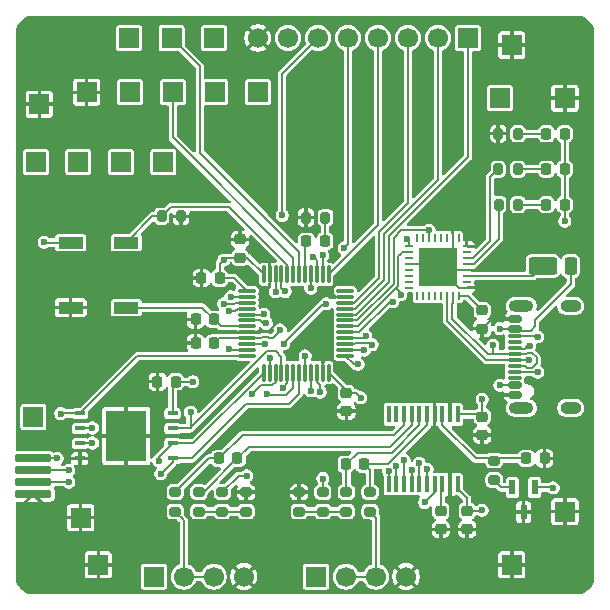
<source format=gbr>
%TF.GenerationSoftware,KiCad,Pcbnew,9.0.5*%
%TF.CreationDate,2026-01-02T01:02:27-05:00*%
%TF.ProjectId,fin-prototype,66696e2d-7072-46f7-946f-747970652e6b,rev?*%
%TF.SameCoordinates,Original*%
%TF.FileFunction,Copper,L1,Top*%
%TF.FilePolarity,Positive*%
%FSLAX46Y46*%
G04 Gerber Fmt 4.6, Leading zero omitted, Abs format (unit mm)*
G04 Created by KiCad (PCBNEW 9.0.5) date 2026-01-02 01:02:27*
%MOMM*%
%LPD*%
G01*
G04 APERTURE LIST*
G04 Aperture macros list*
%AMRoundRect*
0 Rectangle with rounded corners*
0 $1 Rounding radius*
0 $2 $3 $4 $5 $6 $7 $8 $9 X,Y pos of 4 corners*
0 Add a 4 corners polygon primitive as box body*
4,1,4,$2,$3,$4,$5,$6,$7,$8,$9,$2,$3,0*
0 Add four circle primitives for the rounded corners*
1,1,$1+$1,$2,$3*
1,1,$1+$1,$4,$5*
1,1,$1+$1,$6,$7*
1,1,$1+$1,$8,$9*
0 Add four rect primitives between the rounded corners*
20,1,$1+$1,$2,$3,$4,$5,0*
20,1,$1+$1,$4,$5,$6,$7,0*
20,1,$1+$1,$6,$7,$8,$9,0*
20,1,$1+$1,$8,$9,$2,$3,0*%
G04 Aperture macros list end*
%TA.AperFunction,ComponentPad*%
%ADD10R,1.700000X1.700000*%
%TD*%
%TA.AperFunction,ComponentPad*%
%ADD11C,1.700000*%
%TD*%
%TA.AperFunction,SMDPad,CuDef*%
%ADD12RoundRect,0.200000X-0.275000X0.200000X-0.275000X-0.200000X0.275000X-0.200000X0.275000X0.200000X0*%
%TD*%
%TA.AperFunction,SMDPad,CuDef*%
%ADD13RoundRect,0.225000X0.250000X-0.225000X0.250000X0.225000X-0.250000X0.225000X-0.250000X-0.225000X0*%
%TD*%
%TA.AperFunction,SMDPad,CuDef*%
%ADD14R,0.355600X1.409700*%
%TD*%
%TA.AperFunction,ComponentPad*%
%ADD15C,4.400000*%
%TD*%
%TA.AperFunction,SMDPad,CuDef*%
%ADD16RoundRect,0.200000X-0.200000X-0.275000X0.200000X-0.275000X0.200000X0.275000X-0.200000X0.275000X0*%
%TD*%
%TA.AperFunction,SMDPad,CuDef*%
%ADD17RoundRect,0.225000X-0.250000X0.225000X-0.250000X-0.225000X0.250000X-0.225000X0.250000X0.225000X0*%
%TD*%
%TA.AperFunction,SMDPad,CuDef*%
%ADD18RoundRect,0.218750X0.218750X0.256250X-0.218750X0.256250X-0.218750X-0.256250X0.218750X-0.256250X0*%
%TD*%
%TA.AperFunction,SMDPad,CuDef*%
%ADD19RoundRect,0.150000X0.425000X-0.150000X0.425000X0.150000X-0.425000X0.150000X-0.425000X-0.150000X0*%
%TD*%
%TA.AperFunction,SMDPad,CuDef*%
%ADD20RoundRect,0.075000X0.500000X-0.075000X0.500000X0.075000X-0.500000X0.075000X-0.500000X-0.075000X0*%
%TD*%
%TA.AperFunction,HeatsinkPad*%
%ADD21O,2.100000X1.000000*%
%TD*%
%TA.AperFunction,HeatsinkPad*%
%ADD22O,1.800000X1.000000*%
%TD*%
%TA.AperFunction,SMDPad,CuDef*%
%ADD23RoundRect,0.225000X0.225000X0.250000X-0.225000X0.250000X-0.225000X-0.250000X0.225000X-0.250000X0*%
%TD*%
%TA.AperFunction,SMDPad,CuDef*%
%ADD24RoundRect,0.075000X-0.662500X-0.075000X0.662500X-0.075000X0.662500X0.075000X-0.662500X0.075000X0*%
%TD*%
%TA.AperFunction,SMDPad,CuDef*%
%ADD25RoundRect,0.075000X-0.075000X-0.662500X0.075000X-0.662500X0.075000X0.662500X-0.075000X0.662500X0*%
%TD*%
%TA.AperFunction,SMDPad,CuDef*%
%ADD26R,0.762000X0.254000*%
%TD*%
%TA.AperFunction,SMDPad,CuDef*%
%ADD27R,0.254000X0.762000*%
%TD*%
%TA.AperFunction,SMDPad,CuDef*%
%ADD28R,3.200400X3.200400*%
%TD*%
%TA.AperFunction,SMDPad,CuDef*%
%ADD29RoundRect,0.200000X0.200000X0.275000X-0.200000X0.275000X-0.200000X-0.275000X0.200000X-0.275000X0*%
%TD*%
%TA.AperFunction,SMDPad,CuDef*%
%ADD30RoundRect,0.200000X0.275000X-0.200000X0.275000X0.200000X-0.275000X0.200000X-0.275000X-0.200000X0*%
%TD*%
%TA.AperFunction,SMDPad,CuDef*%
%ADD31RoundRect,0.105000X-1.395000X0.245000X-1.395000X-0.245000X1.395000X-0.245000X1.395000X0.245000X0*%
%TD*%
%TA.AperFunction,SMDPad,CuDef*%
%ADD32RoundRect,0.218750X-0.218750X-0.256250X0.218750X-0.256250X0.218750X0.256250X-0.218750X0.256250X0*%
%TD*%
%TA.AperFunction,SMDPad,CuDef*%
%ADD33R,0.599999X1.300000*%
%TD*%
%TA.AperFunction,SMDPad,CuDef*%
%ADD34R,2.108200X0.990600*%
%TD*%
%TA.AperFunction,SMDPad,CuDef*%
%ADD35RoundRect,0.225000X-0.225000X-0.250000X0.225000X-0.250000X0.225000X0.250000X-0.225000X0.250000X0*%
%TD*%
%TA.AperFunction,SMDPad,CuDef*%
%ADD36R,0.863600X0.431800*%
%TD*%
%TA.AperFunction,SMDPad,CuDef*%
%ADD37R,3.454400X4.343400*%
%TD*%
%TA.AperFunction,SMDPad,CuDef*%
%ADD38RoundRect,0.250000X0.950000X0.500000X-0.950000X0.500000X-0.950000X-0.500000X0.950000X-0.500000X0*%
%TD*%
%TA.AperFunction,SMDPad,CuDef*%
%ADD39RoundRect,0.250000X0.275000X0.500000X-0.275000X0.500000X-0.275000X-0.500000X0.275000X-0.500000X0*%
%TD*%
%TA.AperFunction,ViaPad*%
%ADD40C,0.600000*%
%TD*%
%TA.AperFunction,Conductor*%
%ADD41C,0.200000*%
%TD*%
G04 APERTURE END LIST*
D10*
%TO.P,J7,1,Pin_1*%
%TO.N,PA8*%
X136000000Y-56500000D03*
%TD*%
%TO.P,J2,1,Pin_1*%
%TO.N,+3.3V*%
X106690000Y-97000000D03*
D11*
%TO.P,J2,2,Pin_2*%
%TO.N,GAUGE1_IN_P*%
X109230000Y-97000000D03*
%TO.P,J2,3,Pin_3*%
X111770000Y-97000000D03*
%TO.P,J2,4,Pin_4*%
%TO.N,GND*%
X114310000Y-97000000D03*
%TD*%
D12*
%TO.P,R4,1*%
%TO.N,Net-(U1-AIN1P)*%
X123000000Y-89850000D03*
%TO.P,R4,2*%
%TO.N,GAUGE2_IN_N*%
X123000000Y-91500000D03*
%TD*%
D13*
%TO.P,C7,1*%
%TO.N,+3.3V*%
X114000000Y-70000000D03*
%TO.P,C7,2*%
%TO.N,GND*%
X114000000Y-68450000D03*
%TD*%
D14*
%TO.P,U1,1,AVDD*%
%TO.N,+3.3V*%
X132425000Y-83272250D03*
%TO.P,U1,2,AGND*%
%TO.N,GND*%
X131774999Y-83272250D03*
%TO.P,U1,3,AIN0P*%
%TO.N,Net-(U1-AIN0P)*%
X131125001Y-83272250D03*
%TO.P,U1,4,AIN0N*%
%TO.N,GND*%
X130474999Y-83272250D03*
%TO.P,U1,5,AIN1N*%
%TO.N,Net-(U1-AIN1N)*%
X129825001Y-83272250D03*
%TO.P,U1,6,AIN1P*%
%TO.N,Net-(U1-AIN1P)*%
X129175002Y-83272250D03*
%TO.P,U1,7,AIN2P*%
%TO.N,Net-(U1-AIN2P)*%
X128525001Y-83272250D03*
%TO.P,U1,8,AIN2N*%
%TO.N,Net-(U1-AIN2N)*%
X127875002Y-83272250D03*
%TO.P,U1,9,NC*%
%TO.N,unconnected-(U1-NC-Pad9)*%
X127225001Y-83272250D03*
%TO.P,U1,10,NC*%
%TO.N,unconnected-(U1-NC-Pad10)*%
X126575002Y-83272250D03*
%TO.P,U1,11,\u002ASYNC/\u002ARESET*%
%TO.N,ADC_~{SYNC}{slash}~{RST}*%
X126575000Y-89177750D03*
%TO.P,U1,12,\u002ACS*%
%TO.N,~{ADC_CS}*%
X127224998Y-89177750D03*
%TO.P,U1,13,\u002ADRDY*%
%TO.N,~{ADC_DRDY}*%
X127874999Y-89177750D03*
%TO.P,U1,14,SCLK*%
%TO.N,SPI2_SCK*%
X128524998Y-89177750D03*
%TO.P,U1,15,DOUT*%
%TO.N,SPI2_MISO*%
X129174999Y-89177750D03*
%TO.P,U1,16,DIN*%
%TO.N,SPI2_MOSI*%
X129824998Y-89177750D03*
%TO.P,U1,17,CLKIN*%
%TO.N,TIM2_CH1*%
X130474999Y-89177750D03*
%TO.P,U1,18,CAP*%
%TO.N,Net-(U1-CAP)*%
X131124998Y-89177750D03*
%TO.P,U1,19,DGND*%
%TO.N,GND*%
X131774999Y-89177750D03*
%TO.P,U1,20,DVDD*%
%TO.N,+3.3V*%
X132424998Y-89177750D03*
%TD*%
D10*
%TO.P,J15,1,Pin_1*%
%TO.N,PC14*%
X107500000Y-61900000D03*
%TD*%
D15*
%TO.P,H4,1,1*%
%TO.N,GND*%
X97500000Y-96000000D03*
%TD*%
D16*
%TO.P,R8,1*%
%TO.N,~{TX_LED}*%
X135850000Y-62500000D03*
%TO.P,R8,2*%
%TO.N,Net-(D2-K)*%
X137500000Y-62500000D03*
%TD*%
D12*
%TO.P,R13,1*%
%TO.N,+3.3V*%
X121000000Y-89850000D03*
%TO.P,R13,2*%
%TO.N,GAUGE2_IN_N*%
X121000000Y-91500000D03*
%TD*%
D16*
%TO.P,R10,1*%
%TO.N,GND*%
X119575000Y-66600000D03*
%TO.P,R10,2*%
%TO.N,Net-(D4-K)*%
X121225000Y-66600000D03*
%TD*%
D10*
%TO.P,J8,1,Pin_1*%
%TO.N,PA15*%
X111800000Y-51400000D03*
%TD*%
%TO.P,TP5,1,1*%
%TO.N,GND*%
X101000000Y-56000000D03*
%TD*%
D17*
%TO.P,C13,1*%
%TO.N,Net-(U5-3V3OUT)*%
X134500000Y-74450000D03*
%TO.P,C13,2*%
%TO.N,GND*%
X134500000Y-76000000D03*
%TD*%
D18*
%TO.P,D4,1,K*%
%TO.N,Net-(D4-K)*%
X121187500Y-68600000D03*
%TO.P,D4,2,A*%
%TO.N,STATUS_LED*%
X119612500Y-68600000D03*
%TD*%
D10*
%TO.P,TP3,1,1*%
%TO.N,GND*%
X100500000Y-92000000D03*
%TD*%
%TO.P,J6,1,Pin_1*%
%TO.N,PA5*%
X96700000Y-61900000D03*
%TD*%
%TO.P,TP4,1,1*%
%TO.N,GND*%
X137000000Y-96000000D03*
%TD*%
D19*
%TO.P,J1,A1,GND*%
%TO.N,GND*%
X137245000Y-81605000D03*
%TO.P,J1,A4,VBUS*%
%TO.N,Net-(D5-A)*%
X137245000Y-80805000D03*
D20*
%TO.P,J1,A5,CC1*%
%TO.N,Net-(J1-CC1)*%
X137245000Y-79655000D03*
%TO.P,J1,A6,D+*%
%TO.N,USB_D+*%
X137245000Y-78655000D03*
%TO.P,J1,A7,D-*%
%TO.N,USB_D-*%
X137245000Y-78155000D03*
%TO.P,J1,A8,SBU1*%
%TO.N,unconnected-(J1-SBU1-PadA8)*%
X137245000Y-77155000D03*
D19*
%TO.P,J1,A9,VBUS*%
%TO.N,Net-(D5-A)*%
X137245000Y-76005000D03*
%TO.P,J1,A12,GND*%
%TO.N,GND*%
X137245000Y-75205000D03*
%TO.P,J1,B1,GND*%
X137245000Y-75205000D03*
%TO.P,J1,B4,VBUS*%
%TO.N,Net-(D5-A)*%
X137245000Y-76005000D03*
D20*
%TO.P,J1,B5,CC2*%
%TO.N,Net-(J1-CC2)*%
X137245000Y-76655000D03*
%TO.P,J1,B6,D+*%
%TO.N,USB_D+*%
X137245000Y-77655000D03*
%TO.P,J1,B7,D-*%
%TO.N,USB_D-*%
X137245000Y-79155000D03*
%TO.P,J1,B8,SBU2*%
%TO.N,unconnected-(J1-SBU2-PadB8)*%
X137245000Y-80155000D03*
D19*
%TO.P,J1,B9,VBUS*%
%TO.N,Net-(D5-A)*%
X137245000Y-80805000D03*
%TO.P,J1,B12,GND*%
%TO.N,GND*%
X137245000Y-81605000D03*
D21*
%TO.P,J1,S1,SHIELD*%
%TO.N,unconnected-(J1-SHIELD-PadS1)_2*%
X137820000Y-82725000D03*
D22*
%TO.N,unconnected-(J1-SHIELD-PadS1)_3*%
X142000000Y-82725000D03*
D21*
%TO.N,unconnected-(J1-SHIELD-PadS1)*%
X137820000Y-74085000D03*
D22*
%TO.N,unconnected-(J1-SHIELD-PadS1)_1*%
X142000000Y-74085000D03*
%TD*%
D12*
%TO.P,R14,1*%
%TO.N,GND*%
X119000000Y-89850000D03*
%TO.P,R14,2*%
%TO.N,GAUGE2_IN_N*%
X119000000Y-91500000D03*
%TD*%
D23*
%TO.P,C9,1*%
%TO.N,+3.3V*%
X111775000Y-77225000D03*
%TO.P,C9,2*%
%TO.N,GND*%
X110225000Y-77225000D03*
%TD*%
D24*
%TO.P,U2,1,VBAT*%
%TO.N,+3.3V*%
X114587500Y-72812500D03*
%TO.P,U2,2,PC13*%
%TO.N,PC13*%
X114587500Y-73312500D03*
%TO.P,U2,3,PC14*%
%TO.N,PC14*%
X114587500Y-73812500D03*
%TO.P,U2,4,PC15*%
%TO.N,PC15*%
X114587500Y-74312500D03*
%TO.P,U2,5,PH0*%
%TO.N,PH0*%
X114587500Y-74812500D03*
%TO.P,U2,6,PH1*%
%TO.N,PH1*%
X114587500Y-75312500D03*
%TO.P,U2,7,NRST*%
%TO.N,Net-(U2-NRST)*%
X114587500Y-75812500D03*
%TO.P,U2,8,VSSA*%
%TO.N,GND*%
X114587500Y-76312500D03*
%TO.P,U2,9,VDDA*%
%TO.N,+3.3V*%
X114587500Y-76812500D03*
%TO.P,U2,10,PA0*%
%TO.N,TIM2_CH1*%
X114587500Y-77312500D03*
%TO.P,U2,11,PA1*%
%TO.N,SPI1_SCK*%
X114587500Y-77812500D03*
%TO.P,U2,12,PA2*%
%TO.N,~{FLASH_CS}*%
X114587500Y-78312500D03*
D25*
%TO.P,U2,13,PA3*%
%TO.N,QSPI_SCK*%
X116000000Y-79725000D03*
%TO.P,U2,14,PA4*%
%TO.N,~{SPI1_CS}*%
X116500000Y-79725000D03*
%TO.P,U2,15,PA5*%
%TO.N,PA5*%
X117000000Y-79725000D03*
%TO.P,U2,16,PA6*%
%TO.N,QSPI_IO3*%
X117500000Y-79725000D03*
%TO.P,U2,17,PA7*%
%TO.N,QSPI_IO2*%
X118000000Y-79725000D03*
%TO.P,U2,18,PB0*%
%TO.N,QSPI_IO1*%
X118500000Y-79725000D03*
%TO.P,U2,19,PB1*%
%TO.N,QSPI_IO0*%
X119000000Y-79725000D03*
%TO.P,U2,20,PB2*%
%TO.N,PB2*%
X119500000Y-79725000D03*
%TO.P,U2,21,PB10*%
%TO.N,SIGNAL*%
X120000000Y-79725000D03*
%TO.P,U2,22,PB11*%
%TO.N,AVBAY_SYNC*%
X120500000Y-79725000D03*
%TO.P,U2,23,VSS*%
%TO.N,GND*%
X121000000Y-79725000D03*
%TO.P,U2,24,VDD*%
%TO.N,+3.3V*%
X121500000Y-79725000D03*
D24*
%TO.P,U2,25,PB12*%
%TO.N,~{ADC_CS}*%
X122912500Y-78312500D03*
%TO.P,U2,26,PB13*%
%TO.N,SPI2_SCK*%
X122912500Y-77812500D03*
%TO.P,U2,27,PB14*%
%TO.N,SPI2_MISO*%
X122912500Y-77312500D03*
%TO.P,U2,28,PB15*%
%TO.N,SPI2_MOSI*%
X122912500Y-76812500D03*
%TO.P,U2,29,PA8*%
%TO.N,PA8*%
X122912500Y-76312500D03*
%TO.P,U2,30,PA9*%
%TO.N,USART1_TX*%
X122912500Y-75812500D03*
%TO.P,U2,31,PA10*%
%TO.N,USART1_RX*%
X122912500Y-75312500D03*
%TO.P,U2,32,PA11*%
%TO.N,SPI1_MISO*%
X122912500Y-74812500D03*
%TO.P,U2,33,PA12*%
%TO.N,SPI1_MOSI*%
X122912500Y-74312500D03*
%TO.P,U2,34,PA13*%
%TO.N,SWDIO*%
X122912500Y-73812500D03*
%TO.P,U2,35,VSS*%
%TO.N,GND*%
X122912500Y-73312500D03*
%TO.P,U2,36,VDDUSB*%
%TO.N,unconnected-(U2-VDDUSB-Pad36)*%
X122912500Y-72812500D03*
D25*
%TO.P,U2,37,PA14*%
%TO.N,SWCLK*%
X121500000Y-71400000D03*
%TO.P,U2,38,PA15*%
%TO.N,PA15*%
X121000000Y-71400000D03*
%TO.P,U2,39,PB3*%
%TO.N,PB3*%
X120500000Y-71400000D03*
%TO.P,U2,40,PB4*%
%TO.N,PB4*%
X120000000Y-71400000D03*
%TO.P,U2,41,PB5*%
%TO.N,STATUS_LED*%
X119500000Y-71400000D03*
%TO.P,U2,42,PB6*%
%TO.N,PB6*%
X119000000Y-71400000D03*
%TO.P,U2,43,PB7*%
%TO.N,PB7*%
X118500000Y-71400000D03*
%TO.P,U2,44,PH3*%
%TO.N,Net-(U2-PH3)*%
X118000000Y-71400000D03*
%TO.P,U2,45,PB8*%
%TO.N,~{ADC_DRDY}*%
X117500000Y-71400000D03*
%TO.P,U2,46,PB9*%
%TO.N,ADC_~{SYNC}{slash}~{RST}*%
X117000000Y-71400000D03*
%TO.P,U2,47,VSS*%
%TO.N,GND*%
X116500000Y-71400000D03*
%TO.P,U2,48,VDD*%
%TO.N,+3.3V*%
X116000000Y-71400000D03*
%TD*%
D13*
%TO.P,C4,1*%
%TO.N,GND*%
X133225000Y-93000000D03*
%TO.P,C4,2*%
%TO.N,+3.3V*%
X133225000Y-91450000D03*
%TD*%
D26*
%TO.P,U5,1,VCCIO*%
%TO.N,+3.3V*%
X128323985Y-69048859D03*
%TO.P,U5,2,RXD*%
%TO.N,USART1_TX*%
X128323985Y-69548985D03*
%TO.P,U5,3,RI#*%
%TO.N,unconnected-(U5-RI#-Pad3)*%
X128323985Y-70049111D03*
%TO.P,U5,4,GND*%
%TO.N,GND*%
X128323985Y-70549237D03*
%TO.P,U5,5,NC*%
%TO.N,unconnected-(U5-NC-Pad5)*%
X128323985Y-71049363D03*
%TO.P,U5,6,DSR#*%
%TO.N,unconnected-(U5-DSR#-Pad6)*%
X128323985Y-71549489D03*
%TO.P,U5,7,DCD#*%
%TO.N,unconnected-(U5-DCD#-Pad7)*%
X128323985Y-72049615D03*
%TO.P,U5,8,CTS#*%
%TO.N,unconnected-(U5-CTS#-Pad8)*%
X128323985Y-72549741D03*
D27*
%TO.P,U5,9,CBUS4*%
%TO.N,unconnected-(U5-CBUS4-Pad9)*%
X128999244Y-73225000D03*
%TO.P,U5,10,CBUS2*%
%TO.N,unconnected-(U5-CBUS2-Pad10)*%
X129499370Y-73225000D03*
%TO.P,U5,11,CBUS3*%
%TO.N,unconnected-(U5-CBUS3-Pad11)*%
X129999496Y-73225000D03*
%TO.P,U5,12,NC*%
%TO.N,unconnected-(U5-NC-Pad12)*%
X130499622Y-73225000D03*
%TO.P,U5,13,NC*%
%TO.N,unconnected-(U5-NC-Pad13)*%
X130999748Y-73225000D03*
%TO.P,U5,14,USBDP*%
%TO.N,USB_D+*%
X131499874Y-73225000D03*
%TO.P,U5,15,USBDM*%
%TO.N,USB_D-*%
X132000000Y-73225000D03*
%TO.P,U5,16,3V3OUT*%
%TO.N,Net-(U5-3V3OUT)*%
X132500126Y-73225000D03*
D26*
%TO.P,U5,17,GND*%
%TO.N,GND*%
X133175385Y-72549741D03*
%TO.P,U5,18,RESET#*%
%TO.N,unconnected-(U5-RESET#-Pad18)*%
X133175385Y-72049615D03*
%TO.P,U5,19,VCC*%
%TO.N,+5V*%
X133175385Y-71549489D03*
%TO.P,U5,20,GND*%
%TO.N,GND*%
X133175385Y-71049363D03*
%TO.P,U5,21,CBUS1*%
%TO.N,~{RX_LED}*%
X133175385Y-70549237D03*
%TO.P,U5,22,CBUS0*%
%TO.N,~{TX_LED}*%
X133175385Y-70049111D03*
%TO.P,U5,23,NC*%
%TO.N,unconnected-(U5-NC-Pad23)*%
X133175385Y-69548985D03*
%TO.P,U5,24,AGND*%
%TO.N,GND*%
X133175385Y-69048859D03*
D27*
%TO.P,U5,25,NC*%
%TO.N,unconnected-(U5-NC-Pad25)*%
X132500126Y-68373600D03*
%TO.P,U5,26,TEST*%
%TO.N,GND*%
X132000000Y-68373600D03*
%TO.P,U5,27,OSCI*%
%TO.N,unconnected-(U5-OSCI-Pad27)*%
X131499874Y-68373600D03*
%TO.P,U5,28,OSCO*%
%TO.N,unconnected-(U5-OSCO-Pad28)*%
X130999748Y-68373600D03*
%TO.P,U5,29,NC*%
%TO.N,unconnected-(U5-NC-Pad29)*%
X130499622Y-68373600D03*
%TO.P,U5,30,TXD*%
%TO.N,USART1_RX*%
X129999496Y-68373600D03*
%TO.P,U5,31,DTR#*%
%TO.N,unconnected-(U5-DTR#-Pad31)*%
X129499370Y-68373600D03*
%TO.P,U5,32,RTS#*%
%TO.N,unconnected-(U5-RTS#-Pad32)*%
X128999244Y-68373600D03*
D28*
%TO.P,U5,33,EPAD*%
%TO.N,GND*%
X130749685Y-70799300D03*
%TD*%
D10*
%TO.P,J17,1,Pin_1*%
%TO.N,PH0*%
X104700000Y-56000000D03*
%TD*%
D29*
%TO.P,R2,1*%
%TO.N,GND*%
X109000000Y-66500000D03*
%TO.P,R2,2*%
%TO.N,Net-(U2-PH3)*%
X107350000Y-66500000D03*
%TD*%
D17*
%TO.P,C11,1*%
%TO.N,Net-(U1-CAP)*%
X131000000Y-91450000D03*
%TO.P,C11,2*%
%TO.N,GND*%
X131000000Y-93000000D03*
%TD*%
D16*
%TO.P,R9,1*%
%TO.N,~{RX_LED}*%
X135887500Y-65500000D03*
%TO.P,R9,2*%
%TO.N,Net-(D3-K)*%
X137537500Y-65500000D03*
%TD*%
D10*
%TO.P,J9,1,Pin_1*%
%TO.N,PB2*%
X96500000Y-83500000D03*
%TD*%
D30*
%TO.P,R12,1*%
%TO.N,GAUGE1_IN_N*%
X114500000Y-91500000D03*
%TO.P,R12,2*%
%TO.N,GND*%
X114500000Y-89850000D03*
%TD*%
%TO.P,R1,1*%
%TO.N,TMP_IN_P*%
X135500000Y-88825000D03*
%TO.P,R1,2*%
%TO.N,Net-(U1-AIN0P)*%
X135500000Y-87175000D03*
%TD*%
D15*
%TO.P,H3,1,1*%
%TO.N,GND*%
X141500000Y-96000000D03*
%TD*%
D10*
%TO.P,J11,1,Pin_1*%
%TO.N,PB4*%
X111900000Y-56000000D03*
%TD*%
D17*
%TO.P,C6,1*%
%TO.N,+3.3V*%
X123000000Y-81450000D03*
%TO.P,C6,2*%
%TO.N,GND*%
X123000000Y-83000000D03*
%TD*%
D10*
%TO.P,TP7,1,1*%
%TO.N,GND*%
X141500000Y-91500000D03*
%TD*%
%TO.P,TP8,1,1*%
%TO.N,GND*%
X102000000Y-96000000D03*
%TD*%
%TO.P,J18,1,Pin_1*%
%TO.N,PH1*%
X100300000Y-61900000D03*
%TD*%
%TO.P,J12,1,Pin_1*%
%TO.N,PB6*%
X108200000Y-51400000D03*
%TD*%
D15*
%TO.P,H1,1,1*%
%TO.N,GND*%
X97500000Y-52000000D03*
%TD*%
D30*
%TO.P,R11,1*%
%TO.N,GAUGE1_IN_N*%
X112500000Y-91500000D03*
%TO.P,R11,2*%
%TO.N,+3.3V*%
X112500000Y-89850000D03*
%TD*%
D10*
%TO.P,J10,1,Pin_1*%
%TO.N,PB3*%
X115500000Y-56000000D03*
%TD*%
%TO.P,TP6,1,1*%
%TO.N,GND*%
X141500000Y-56500000D03*
%TD*%
D29*
%TO.P,R7,1*%
%TO.N,Net-(D1-K)*%
X137500000Y-59500000D03*
%TO.P,R7,2*%
%TO.N,GND*%
X135850000Y-59500000D03*
%TD*%
D10*
%TO.P,J4,1,Pin_1*%
%TO.N,SPI1_MISO*%
X133280000Y-51400000D03*
D11*
%TO.P,J4,2,Pin_2*%
%TO.N,SPI1_MOSI*%
X130740000Y-51400000D03*
%TO.P,J4,3,Pin_3*%
%TO.N,SWDIO*%
X128200000Y-51400000D03*
%TO.P,J4,4,Pin_4*%
%TO.N,SWCLK*%
X125660000Y-51400000D03*
%TO.P,J4,5,Pin_5*%
%TO.N,~{SPI1_CS}*%
X123120000Y-51400000D03*
%TO.P,J4,6,Pin_6*%
%TO.N,SPI1_SCK*%
X120580000Y-51400000D03*
%TO.P,J4,7,Pin_7*%
%TO.N,+3.3V*%
X118040000Y-51400000D03*
%TO.P,J4,8,Pin_8*%
%TO.N,GND*%
X115500000Y-51400000D03*
%TD*%
D10*
%TO.P,J3,1,Pin_1*%
%TO.N,+3.3V*%
X120420000Y-97000000D03*
D11*
%TO.P,J3,2,Pin_2*%
%TO.N,GAUGE2_IN_P*%
X122960000Y-97000000D03*
%TO.P,J3,3,Pin_3*%
X125500000Y-97000000D03*
%TO.P,J3,4,Pin_4*%
%TO.N,GND*%
X128040000Y-97000000D03*
%TD*%
D12*
%TO.P,R6,1*%
%TO.N,Net-(U1-AIN2N)*%
X108500000Y-89850000D03*
%TO.P,R6,2*%
%TO.N,GAUGE1_IN_P*%
X108500000Y-91500000D03*
%TD*%
D10*
%TO.P,J16,1,Pin_1*%
%TO.N,PC15*%
X103900000Y-61900000D03*
%TD*%
D23*
%TO.P,C3,1*%
%TO.N,Net-(U1-AIN1N)*%
X124500000Y-87500000D03*
%TO.P,C3,2*%
%TO.N,Net-(U1-AIN1P)*%
X122950000Y-87500000D03*
%TD*%
D17*
%TO.P,C10,1*%
%TO.N,+3.3V*%
X134500000Y-83450000D03*
%TO.P,C10,2*%
%TO.N,GND*%
X134500000Y-85000000D03*
%TD*%
D10*
%TO.P,J14,1,Pin_1*%
%TO.N,PC13*%
X104600000Y-51400000D03*
%TD*%
D31*
%TO.P,J5,1,Pin_1*%
%TO.N,+3.3V*%
X96500000Y-87000000D03*
%TO.P,J5,2,Pin_2*%
%TO.N,SIGNAL*%
X96500000Y-88000000D03*
%TO.P,J5,3,Pin_3*%
%TO.N,AVBAY_SYNC*%
X96500000Y-89000000D03*
%TO.P,J5,4,Pin_4*%
%TO.N,GND*%
X96500000Y-90000000D03*
%TD*%
D32*
%TO.P,D2,1,K*%
%TO.N,Net-(D2-K)*%
X139925000Y-62500000D03*
%TO.P,D2,2,A*%
%TO.N,+3.3V*%
X141500000Y-62500000D03*
%TD*%
D15*
%TO.P,H2,1,1*%
%TO.N,GND*%
X141500000Y-52000000D03*
%TD*%
D33*
%TO.P,U4,1,VDD*%
%TO.N,+3.3V*%
X138950001Y-89450000D03*
%TO.P,U4,2,VOUT*%
%TO.N,TMP_IN_P*%
X137049999Y-89450000D03*
%TO.P,U4,3,GND*%
%TO.N,GND*%
X138000000Y-91550000D03*
%TD*%
D10*
%TO.P,TP1,1,1*%
%TO.N,GND*%
X137000000Y-52000000D03*
%TD*%
D30*
%TO.P,R5,1*%
%TO.N,GAUGE1_IN_N*%
X110500000Y-91500000D03*
%TO.P,R5,2*%
%TO.N,Net-(U1-AIN2P)*%
X110500000Y-89850000D03*
%TD*%
D10*
%TO.P,TP2,1,1*%
%TO.N,GND*%
X97000000Y-57000000D03*
%TD*%
%TO.P,J13,1,Pin_1*%
%TO.N,PB7*%
X108300000Y-56000000D03*
%TD*%
D34*
%TO.P,SW1,1,1*%
%TO.N,GND*%
X99650500Y-74225000D03*
%TO.P,SW1,2,2*%
%TO.N,Net-(U2-NRST)*%
X104349500Y-74225000D03*
%TD*%
D23*
%TO.P,C5,1*%
%TO.N,Net-(U1-AIN2P)*%
X113775000Y-87000000D03*
%TO.P,C5,2*%
%TO.N,Net-(U1-AIN2N)*%
X112225000Y-87000000D03*
%TD*%
%TO.P,C12,1*%
%TO.N,+3.3V*%
X108550000Y-80500000D03*
%TO.P,C12,2*%
%TO.N,GND*%
X107000000Y-80500000D03*
%TD*%
D35*
%TO.P,C2,1*%
%TO.N,GND*%
X110225000Y-75225000D03*
%TO.P,C2,2*%
%TO.N,Net-(U2-NRST)*%
X111775000Y-75225000D03*
%TD*%
D34*
%TO.P,SW2,1,1*%
%TO.N,+3.3V*%
X99650500Y-68725000D03*
%TO.P,SW2,2,2*%
%TO.N,Net-(U2-PH3)*%
X104349500Y-68725000D03*
%TD*%
D23*
%TO.P,C8,1*%
%TO.N,+3.3V*%
X112275000Y-71725000D03*
%TO.P,C8,2*%
%TO.N,GND*%
X110725000Y-71725000D03*
%TD*%
D36*
%TO.P,U3,1,/CS*%
%TO.N,~{FLASH_CS}*%
X100426400Y-83190000D03*
%TO.P,U3,2,DO_(IO1)*%
%TO.N,QSPI_IO1*%
X100426400Y-84460000D03*
%TO.P,U3,3,/WP_(IO2)*%
%TO.N,QSPI_IO2*%
X100426400Y-85730000D03*
%TO.P,U3,4,GND*%
%TO.N,GND*%
X100426400Y-87000000D03*
%TO.P,U3,5,DI_(IO0)*%
%TO.N,QSPI_IO0*%
X108275000Y-87000000D03*
%TO.P,U3,6,CLK*%
%TO.N,QSPI_SCK*%
X108275000Y-85730000D03*
%TO.P,U3,7,/HOLD_(IO3)*%
%TO.N,QSPI_IO3*%
X108275000Y-84460000D03*
%TO.P,U3,8,VCC*%
%TO.N,+3.3V*%
X108275000Y-83190000D03*
D37*
%TO.P,U3,9,EPAD*%
%TO.N,GND*%
X104350700Y-85095000D03*
%TD*%
D30*
%TO.P,R3,1*%
%TO.N,GAUGE2_IN_P*%
X125000000Y-91500000D03*
%TO.P,R3,2*%
%TO.N,Net-(U1-AIN1N)*%
X125000000Y-89850000D03*
%TD*%
D32*
%TO.P,D3,1,K*%
%TO.N,Net-(D3-K)*%
X139925000Y-65500000D03*
%TO.P,D3,2,A*%
%TO.N,+3.3V*%
X141500000Y-65500000D03*
%TD*%
%TO.P,D1,1,K*%
%TO.N,Net-(D1-K)*%
X139925000Y-59500000D03*
%TO.P,D1,2,A*%
%TO.N,+3.3V*%
X141500000Y-59500000D03*
%TD*%
D35*
%TO.P,C1,1*%
%TO.N,Net-(U1-AIN0P)*%
X138225000Y-87000000D03*
%TO.P,C1,2*%
%TO.N,GND*%
X139775000Y-87000000D03*
%TD*%
D38*
%TO.P,D5,1,K*%
%TO.N,+5V*%
X139625000Y-70725000D03*
D39*
%TO.P,D5,2,A*%
%TO.N,Net-(D5-A)*%
X142000000Y-70725000D03*
%TD*%
D40*
%TO.N,GND*%
X112600000Y-67400000D03*
X110200000Y-68000000D03*
X119600000Y-61800000D03*
X123400000Y-71900000D03*
X132000000Y-67300002D03*
X108600000Y-77200000D03*
X136000000Y-82000000D03*
X117420778Y-74500000D03*
X105700000Y-80500000D03*
X120600000Y-78300000D03*
X131800000Y-81600000D03*
X134300000Y-72600000D03*
X136000000Y-74600000D03*
X134400000Y-70900000D03*
%TO.N,+3.3V*%
X98500000Y-87000000D03*
X134500000Y-82000000D03*
X121000000Y-88700000D03*
X141500000Y-66900000D03*
X140500000Y-89500000D03*
X114564314Y-88464314D03*
X117400000Y-76099000D03*
X124225735Y-81874265D03*
X112600764Y-70199236D03*
X97400000Y-68700000D03*
X134500000Y-91400000D03*
X110000000Y-80500000D03*
X128100000Y-68400000D03*
%TO.N,Net-(D5-A)*%
X136000000Y-80800000D03*
X136000000Y-76000000D03*
%TO.N,Net-(J1-CC2)*%
X139200000Y-76700000D03*
%TO.N,USB_D-*%
X135400000Y-77400000D03*
%TO.N,USB_D+*%
X138520444Y-77500000D03*
X138500000Y-78700000D03*
%TO.N,Net-(J1-CC1)*%
X139200000Y-79700000D03*
%TO.N,~{SPI1_CS}*%
X122800000Y-69200000D03*
X121300000Y-73900000D03*
X116524419Y-78524767D03*
X117700000Y-77300000D03*
%TO.N,SPI1_SCK*%
X117571715Y-66428285D03*
X113100000Y-77700000D03*
%TO.N,AVBAY_SYNC*%
X120791962Y-81388137D03*
X99500000Y-89000000D03*
%TO.N,SIGNAL*%
X120000000Y-81275000D03*
X99500000Y-88000000D03*
%TO.N,PA5*%
X115036765Y-81536765D03*
%TO.N,PA8*%
X126924265Y-73724265D03*
%TO.N,PA15*%
X121000000Y-69800000D03*
%TO.N,PB2*%
X119500000Y-78300000D03*
%TO.N,PB3*%
X120208038Y-69913137D03*
%TO.N,PB4*%
X120000000Y-72600000D03*
%TO.N,PC13*%
X113212500Y-73312500D03*
%TO.N,PC14*%
X112600000Y-73900000D03*
%TO.N,PC15*%
X113099758Y-74524697D03*
%TO.N,PH0*%
X116000000Y-74800000D03*
%TO.N,PH1*%
X116219778Y-75569222D03*
%TO.N,SPI2_SCK*%
X128525000Y-87975000D03*
X124525000Y-77825000D03*
%TO.N,SPI2_MISO*%
X125173545Y-77356606D03*
X129175000Y-87425000D03*
%TO.N,SPI2_MOSI*%
X129825000Y-87900000D03*
X124624641Y-76624000D03*
%TO.N,~{ADC_CS}*%
X123986765Y-79038235D03*
X127236742Y-87641925D03*
%TO.N,TIM2_CH1*%
X116100000Y-77350000D03*
X129625000Y-90725000D03*
%TO.N,ADC_~{SYNC}{slash}~{RST}*%
X117000000Y-72900000D03*
X126577566Y-88095236D03*
%TO.N,~{ADC_DRDY}*%
X117810244Y-72861714D03*
X127882413Y-87169577D03*
%TO.N,QSPI_IO0*%
X107300000Y-88300000D03*
%TO.N,QSPI_IO1*%
X101500000Y-84400000D03*
X116249632Y-81549632D03*
%TO.N,QSPI_IO2*%
X117623897Y-81023897D03*
X101500000Y-85700000D03*
%TO.N,QSPI_IO3*%
X109800000Y-83100000D03*
%TO.N,~{FLASH_CS}*%
X98800000Y-83200000D03*
%TO.N,USART1_RX*%
X129999496Y-67659766D03*
%TO.N,USART1_TX*%
X127600000Y-73124265D03*
%TO.N,QSPI_SCK*%
X107100000Y-87200000D03*
%TD*%
D41*
%TO.N,QSPI_IO3*%
X109740000Y-84460000D02*
X115923419Y-78276581D01*
X115923419Y-78276581D02*
X115923419Y-78275824D01*
X115923419Y-78275824D02*
X116275476Y-77923767D01*
X116275476Y-77923767D02*
X117023767Y-77923767D01*
X117023767Y-77923767D02*
X117500000Y-78400000D01*
X117500000Y-78400000D02*
X117500000Y-79725000D01*
%TO.N,Net-(U1-AIN0P)*%
X133947901Y-87000000D02*
X138225000Y-87000000D01*
X131125001Y-83272250D02*
X131125001Y-84177100D01*
X131125001Y-84177100D02*
X133947901Y-87000000D01*
%TO.N,GND*%
X133175385Y-72549741D02*
X134249741Y-72549741D01*
X133175385Y-71049363D02*
X134250637Y-71049363D01*
X134249741Y-72549741D02*
X134300000Y-72600000D01*
X107000000Y-80500000D02*
X105700000Y-80500000D01*
X137245000Y-81605000D02*
X136395000Y-81605000D01*
X110225000Y-77225000D02*
X108625000Y-77225000D01*
X122141176Y-73312500D02*
X121874000Y-73045324D01*
X133168644Y-72543000D02*
X132493385Y-72543000D01*
X131774999Y-81625001D02*
X131800000Y-81600000D01*
X132000000Y-68373600D02*
X132000000Y-69548985D01*
X136395000Y-81605000D02*
X136000000Y-82000000D01*
X131774999Y-83272250D02*
X131774999Y-81625001D01*
X132000000Y-68373600D02*
X132000000Y-67300002D01*
X114587500Y-76312500D02*
X116326443Y-76312500D01*
X134300000Y-76000000D02*
X134500000Y-76000000D01*
X130499622Y-70549237D02*
X130749685Y-70799300D01*
X122912500Y-73312500D02*
X122141176Y-73312500D01*
X121874000Y-72438501D02*
X122412501Y-71900000D01*
X121000000Y-79725000D02*
X121000000Y-78700000D01*
X117420778Y-75218165D02*
X117420778Y-74500000D01*
X136605000Y-75205000D02*
X136000000Y-74600000D01*
X122412501Y-71900000D02*
X123400000Y-71900000D01*
X134250637Y-71049363D02*
X134400000Y-70900000D01*
X116326443Y-76312500D02*
X117420778Y-75218165D01*
X132493385Y-72543000D02*
X130749685Y-70799300D01*
X132000000Y-69548985D02*
X130749685Y-70799300D01*
X121000000Y-78700000D02*
X120600000Y-78300000D01*
X130999748Y-71049363D02*
X130749685Y-70799300D01*
X134500000Y-76000000D02*
X135900000Y-74600000D01*
X128323985Y-70549237D02*
X130499622Y-70549237D01*
X133175385Y-72549741D02*
X133168644Y-72543000D01*
X133175385Y-71049363D02*
X130999748Y-71049363D01*
X121874000Y-73045324D02*
X121874000Y-72438501D01*
X108625000Y-77225000D02*
X108600000Y-77200000D01*
X137245000Y-75205000D02*
X136605000Y-75205000D01*
X135900000Y-74600000D02*
X136000000Y-74600000D01*
%TO.N,Net-(U2-NRST)*%
X114587500Y-75812500D02*
X112362500Y-75812500D01*
X111775000Y-75225000D02*
X110775000Y-74225000D01*
X112362500Y-75812500D02*
X111775000Y-75225000D01*
X110775000Y-74225000D02*
X104349500Y-74225000D01*
%TO.N,Net-(U1-AIN1N)*%
X126502101Y-87500000D02*
X129825001Y-84177100D01*
X124500000Y-87500000D02*
X126502101Y-87500000D01*
X125000000Y-89850000D02*
X125000000Y-88000000D01*
X129825001Y-84177100D02*
X129825001Y-83272250D01*
X125000000Y-88000000D02*
X124500000Y-87500000D01*
%TO.N,Net-(U1-AIN1P)*%
X126852102Y-86500000D02*
X129175002Y-84177100D01*
X129175002Y-84177100D02*
X129175002Y-83272250D01*
X122950000Y-87500000D02*
X123950000Y-86500000D01*
X123950000Y-86500000D02*
X126852102Y-86500000D01*
X123000000Y-89850000D02*
X123000000Y-87550000D01*
X123000000Y-87550000D02*
X122950000Y-87500000D01*
%TO.N,+3.3V*%
X133225000Y-90375000D02*
X133225000Y-91450000D01*
X114000000Y-70000000D02*
X112800000Y-70000000D01*
X116348943Y-76749000D02*
X116412443Y-76812500D01*
X117400000Y-76200000D02*
X117400000Y-76099000D01*
X134450000Y-91450000D02*
X134500000Y-91400000D01*
X114587500Y-72812500D02*
X113500000Y-71725000D01*
X113885686Y-88464314D02*
X114564314Y-88464314D01*
X128323985Y-69048859D02*
X128323985Y-68623985D01*
X132424998Y-89177750D02*
X132424998Y-89574998D01*
X128323985Y-68623985D02*
X128100000Y-68400000D01*
X115787557Y-76812500D02*
X115851057Y-76749000D01*
X114600000Y-70000000D02*
X114000000Y-70000000D01*
X112187500Y-76812500D02*
X114587500Y-76812500D01*
X112800000Y-70000000D02*
X112600764Y-70199236D01*
X141500000Y-65500000D02*
X141500000Y-66900000D01*
X115851057Y-76749000D02*
X116348943Y-76749000D01*
X99650500Y-68725000D02*
X97425000Y-68725000D01*
X108275000Y-83190000D02*
X108275000Y-80775000D01*
X134322250Y-83272250D02*
X134500000Y-83450000D01*
X123801470Y-81450000D02*
X124225735Y-81874265D01*
X112275000Y-71725000D02*
X112275000Y-70525000D01*
X134500000Y-83450000D02*
X134500000Y-82000000D01*
X141500000Y-62500000D02*
X141500000Y-59500000D01*
X121000000Y-89850000D02*
X121000000Y-88700000D01*
X111775000Y-77225000D02*
X112187500Y-76812500D01*
X116787500Y-76812500D02*
X117400000Y-76200000D01*
X112275000Y-70525000D02*
X112600764Y-70199236D01*
X113500000Y-71725000D02*
X112275000Y-71725000D01*
X141500000Y-65500000D02*
X141500000Y-62500000D01*
X116000000Y-71400000D02*
X114600000Y-70000000D01*
X140450000Y-89450000D02*
X140500000Y-89500000D01*
X108275000Y-80775000D02*
X108550000Y-80500000D01*
X138950001Y-89450000D02*
X140450000Y-89450000D01*
X132424998Y-89574998D02*
X133225000Y-90375000D01*
X116412443Y-76812500D02*
X116787500Y-76812500D01*
X133225000Y-91450000D02*
X134450000Y-91450000D01*
X96500000Y-87000000D02*
X98500000Y-87000000D01*
X123000000Y-81225000D02*
X123000000Y-81450000D01*
X132425000Y-83272250D02*
X134322250Y-83272250D01*
X121500000Y-79725000D02*
X123000000Y-81225000D01*
X97425000Y-68725000D02*
X97400000Y-68700000D01*
X112500000Y-89850000D02*
X113885686Y-88464314D01*
X108550000Y-80500000D02*
X110000000Y-80500000D01*
X114587500Y-76812500D02*
X115787557Y-76812500D01*
X123000000Y-81450000D02*
X123801470Y-81450000D01*
%TO.N,Net-(U1-AIN2P)*%
X114775000Y-86000000D02*
X126702101Y-86000000D01*
X110925000Y-89850000D02*
X113775000Y-87000000D01*
X126702101Y-86000000D02*
X128525001Y-84177100D01*
X110500000Y-89850000D02*
X110925000Y-89850000D01*
X128525001Y-84177100D02*
X128525001Y-83272250D01*
X113775000Y-87000000D02*
X114775000Y-86000000D01*
%TO.N,Net-(U1-AIN2N)*%
X108500000Y-89850000D02*
X111350000Y-87000000D01*
X111350000Y-87000000D02*
X112225000Y-87000000D01*
X112225000Y-87000000D02*
X114225000Y-85000000D01*
X127052102Y-85000000D02*
X127875002Y-84177100D01*
X114225000Y-85000000D02*
X127052102Y-85000000D01*
X127875002Y-84177100D02*
X127875002Y-83272250D01*
%TO.N,Net-(U1-CAP)*%
X131000000Y-91450000D02*
X131000000Y-89302748D01*
X131000000Y-89302748D02*
X131124998Y-89177750D01*
%TO.N,Net-(U5-3V3OUT)*%
X133275000Y-73225000D02*
X134500000Y-74450000D01*
X132500126Y-73225000D02*
X133275000Y-73225000D01*
%TO.N,Net-(D1-K)*%
X137500000Y-59500000D02*
X139925000Y-59500000D01*
%TO.N,Net-(D2-K)*%
X137500000Y-62500000D02*
X139925000Y-62500000D01*
%TO.N,Net-(D3-K)*%
X137537500Y-65500000D02*
X139925000Y-65500000D01*
%TO.N,Net-(D4-K)*%
X121187500Y-66637500D02*
X121225000Y-66600000D01*
X121187500Y-68600000D02*
X121187500Y-66637500D01*
%TO.N,STATUS_LED*%
X119500000Y-68712500D02*
X119612500Y-68600000D01*
X119500000Y-71400000D02*
X119500000Y-68712500D01*
%TO.N,Net-(D5-A)*%
X138996000Y-75234992D02*
X138996000Y-75795008D01*
X138591008Y-76200000D02*
X137440000Y-76200000D01*
X138996000Y-75795008D02*
X138591008Y-76200000D01*
X137245000Y-80805000D02*
X136005000Y-80805000D01*
X137240000Y-76000000D02*
X137245000Y-76005000D01*
X142000000Y-70725000D02*
X142000000Y-72230992D01*
X142000000Y-72230992D02*
X138996000Y-75234992D01*
X137440000Y-76200000D02*
X137245000Y-76005000D01*
X136000000Y-76000000D02*
X137240000Y-76000000D01*
X136005000Y-80805000D02*
X136000000Y-80800000D01*
%TO.N,+5V*%
X138800511Y-71549489D02*
X139625000Y-70725000D01*
X133175385Y-71549489D02*
X138800511Y-71549489D01*
%TO.N,Net-(J1-CC2)*%
X138955000Y-76655000D02*
X137245000Y-76655000D01*
X139200000Y-76700000D02*
X139000000Y-76700000D01*
X139000000Y-76700000D02*
X138955000Y-76655000D01*
%TO.N,USB_D-*%
X138267100Y-78100000D02*
X138212100Y-78155000D01*
X138105057Y-79155000D02*
X138251057Y-79301000D01*
X135400000Y-78180000D02*
X135400000Y-77400000D01*
X137245000Y-78155000D02*
X136382499Y-78155000D01*
X136382499Y-78155000D02*
X136357499Y-78180000D01*
X139101000Y-78948943D02*
X139101000Y-78451057D01*
X134998198Y-78180000D02*
X131974937Y-75156739D01*
X132000000Y-73796501D02*
X132000000Y-73225000D01*
X138212100Y-78155000D02*
X137245000Y-78155000D01*
X136357499Y-78180000D02*
X135400000Y-78180000D01*
X138749943Y-78100000D02*
X138267100Y-78100000D01*
X138251057Y-79301000D02*
X138748943Y-79301000D01*
X139101000Y-78451057D02*
X138749943Y-78100000D01*
X135400000Y-78180000D02*
X134998198Y-78180000D01*
X131974937Y-73821564D02*
X132000000Y-73796501D01*
X137245000Y-79155000D02*
X138105057Y-79155000D01*
X138748943Y-79301000D02*
X139101000Y-78948943D01*
X131974937Y-75156739D02*
X131974937Y-73821564D01*
%TO.N,USB_D+*%
X131524937Y-73821564D02*
X131499874Y-73796501D01*
X136357499Y-78630000D02*
X134811802Y-78630000D01*
X136382499Y-78655000D02*
X136357499Y-78630000D01*
X134811802Y-78630000D02*
X131524937Y-75343135D01*
X131524937Y-75343135D02*
X131524937Y-73821564D01*
X131499874Y-73796501D02*
X131499874Y-73225000D01*
X137290000Y-77700000D02*
X137245000Y-77655000D01*
X137245000Y-78655000D02*
X138455000Y-78655000D01*
X138455000Y-78655000D02*
X138500000Y-78700000D01*
X138520444Y-77500000D02*
X138300000Y-77500000D01*
X138300000Y-77500000D02*
X138100000Y-77700000D01*
X138100000Y-77700000D02*
X137290000Y-77700000D01*
X137245000Y-78655000D02*
X136382499Y-78655000D01*
%TO.N,Net-(J1-CC1)*%
X137292000Y-79702000D02*
X139198000Y-79702000D01*
X137245000Y-79655000D02*
X137292000Y-79702000D01*
X139198000Y-79702000D02*
X139200000Y-79700000D01*
%TO.N,GAUGE1_IN_P*%
X109230000Y-97000000D02*
X111770000Y-97000000D01*
X109230000Y-97000000D02*
X109230000Y-92230000D01*
X109230000Y-92230000D02*
X108500000Y-91500000D01*
%TO.N,GAUGE2_IN_P*%
X125500000Y-92000000D02*
X125000000Y-91500000D01*
X125500000Y-97000000D02*
X125500000Y-92000000D01*
X122960000Y-97000000D02*
X125500000Y-97000000D01*
%TO.N,~{SPI1_CS}*%
X123120000Y-68880000D02*
X122800000Y-69200000D01*
X121300000Y-73900000D02*
X121050000Y-73900000D01*
X116524419Y-79700581D02*
X116500000Y-79725000D01*
X116524419Y-78524767D02*
X116524419Y-79700581D01*
X117700000Y-77250000D02*
X117700000Y-77300000D01*
X123120000Y-51400000D02*
X123120000Y-68880000D01*
X121050000Y-73900000D02*
X117700000Y-77250000D01*
%TO.N,SPI1_MISO*%
X122912500Y-74812500D02*
X123820400Y-74812500D01*
X126599000Y-72033900D02*
X126599000Y-68168100D01*
X123820400Y-74812500D02*
X126599000Y-72033900D01*
X126599000Y-68168100D02*
X133280000Y-61487100D01*
X133280000Y-61487100D02*
X133280000Y-51400000D01*
%TO.N,SPI1_SCK*%
X120580000Y-51400000D02*
X117571715Y-54408285D01*
X117571715Y-54408285D02*
X117571715Y-66428285D01*
X114587500Y-77812500D02*
X113212500Y-77812500D01*
X113212500Y-77812500D02*
X113100000Y-77700000D01*
%TO.N,SWDIO*%
X128200000Y-65400000D02*
X128200000Y-51400000D01*
X123683824Y-73812500D02*
X125797000Y-71699324D01*
X122912500Y-73812500D02*
X123683824Y-73812500D01*
X125797000Y-71699324D02*
X125797000Y-67803000D01*
X125797000Y-67803000D02*
X128200000Y-65400000D01*
%TO.N,SPI1_MOSI*%
X126198000Y-71867800D02*
X126198000Y-68002000D01*
X123753300Y-74312500D02*
X126198000Y-71867800D01*
X126198000Y-68002000D02*
X130740000Y-63460000D01*
X130740000Y-63460000D02*
X130740000Y-51400000D01*
X122912500Y-74312500D02*
X123753300Y-74312500D01*
%TO.N,SWCLK*%
X125660000Y-67240000D02*
X125660000Y-51400000D01*
X121500000Y-71400000D02*
X125660000Y-67240000D01*
%TO.N,AVBAY_SYNC*%
X120791962Y-80788286D02*
X120500000Y-80496324D01*
X120791962Y-81388137D02*
X120791962Y-80788286D01*
X99500000Y-89000000D02*
X96500000Y-89000000D01*
X120500000Y-80496324D02*
X120500000Y-79725000D01*
%TO.N,SIGNAL*%
X99500000Y-88000000D02*
X96500000Y-88000000D01*
X120000000Y-81275000D02*
X120000000Y-79725000D01*
%TO.N,PA5*%
X117000000Y-80496324D02*
X116732824Y-80763500D01*
X115810030Y-80763500D02*
X115036765Y-81536765D01*
X117000000Y-79725000D02*
X117000000Y-80496324D01*
X116732824Y-80763500D02*
X115810030Y-80763500D01*
%TO.N,PA8*%
X122912500Y-76312500D02*
X124086198Y-76312500D01*
X124086198Y-76312500D02*
X126674433Y-73724265D01*
X126674433Y-73724265D02*
X126924265Y-73724265D01*
%TO.N,PA15*%
X121000000Y-71400000D02*
X121000000Y-69800000D01*
%TO.N,PB2*%
X119500000Y-79725000D02*
X119500000Y-78300000D01*
%TO.N,PB3*%
X120500000Y-70205099D02*
X120208038Y-69913137D01*
X120500000Y-71400000D02*
X120500000Y-70205099D01*
%TO.N,PB4*%
X120000000Y-71400000D02*
X120000000Y-72600000D01*
%TO.N,PB6*%
X110599000Y-61099000D02*
X119000000Y-69500000D01*
X110599000Y-53799000D02*
X110599000Y-61099000D01*
X108200000Y-51400000D02*
X110599000Y-53799000D01*
X119000000Y-69500000D02*
X119000000Y-71400000D01*
%TO.N,PB7*%
X108300000Y-59800000D02*
X118500000Y-70000000D01*
X118500000Y-70000000D02*
X118500000Y-71400000D01*
X108300000Y-56000000D02*
X108300000Y-59800000D01*
%TO.N,PC13*%
X114587500Y-73312500D02*
X113212500Y-73312500D01*
X113200000Y-73300000D02*
X113212500Y-73312500D01*
%TO.N,PC14*%
X112613500Y-73913500D02*
X112600000Y-73900000D01*
X113562443Y-73812500D02*
X113461443Y-73913500D01*
X114587500Y-73812500D02*
X113562443Y-73812500D01*
X113461443Y-73913500D02*
X112613500Y-73913500D01*
%TO.N,PC15*%
X113816176Y-74312500D02*
X113603979Y-74524697D01*
X114587500Y-74312500D02*
X113816176Y-74312500D01*
X113603979Y-74524697D02*
X113099758Y-74524697D01*
%TO.N,PH0*%
X115987500Y-74812500D02*
X116000000Y-74800000D01*
X114587500Y-74812500D02*
X115987500Y-74812500D01*
%TO.N,PH1*%
X115662557Y-75312500D02*
X115919279Y-75569222D01*
X115919279Y-75569222D02*
X116219778Y-75569222D01*
X114587500Y-75312500D02*
X115662557Y-75312500D01*
%TO.N,TMP_IN_P*%
X137049999Y-89450000D02*
X136125000Y-89450000D01*
X136125000Y-89450000D02*
X135500000Y-88825000D01*
%TO.N,Net-(U2-PH3)*%
X113095324Y-65724000D02*
X118000000Y-70628676D01*
X107350000Y-66500000D02*
X108126000Y-65724000D01*
X104349500Y-68725000D02*
X106574500Y-66500000D01*
X106574500Y-66500000D02*
X107350000Y-66500000D01*
X118000000Y-70628676D02*
X118000000Y-71400000D01*
X108126000Y-65724000D02*
X113095324Y-65724000D01*
%TO.N,GAUGE2_IN_N*%
X123000000Y-91500000D02*
X119000000Y-91500000D01*
%TO.N,GAUGE1_IN_N*%
X110500000Y-91500000D02*
X112500000Y-91500000D01*
X112500000Y-91500000D02*
X114500000Y-91500000D01*
%TO.N,~{TX_LED}*%
X133175385Y-70049111D02*
X133718285Y-70049111D01*
X135186500Y-63163500D02*
X135850000Y-62500000D01*
X133718285Y-70049111D02*
X135186500Y-68580896D01*
X135186500Y-68580896D02*
X135186500Y-63163500D01*
%TO.N,~{RX_LED}*%
X133785259Y-70549237D02*
X135887500Y-68446996D01*
X135887500Y-68446996D02*
X135887500Y-65500000D01*
X133175385Y-70549237D02*
X133785259Y-70549237D01*
%TO.N,SPI2_SCK*%
X122925000Y-77825000D02*
X122912500Y-77812500D01*
X128524998Y-89177750D02*
X128524998Y-87975002D01*
X124525000Y-77825000D02*
X122925000Y-77825000D01*
X128524998Y-87975002D02*
X128525000Y-87975000D01*
%TO.N,SPI2_MISO*%
X123683824Y-77312500D02*
X122912500Y-77312500D01*
X125173545Y-77356606D02*
X125040939Y-77224000D01*
X125040939Y-77224000D02*
X123772324Y-77224000D01*
X123772324Y-77224000D02*
X123683824Y-77312500D01*
X129174999Y-89177750D02*
X129175000Y-87425000D01*
%TO.N,SPI2_MOSI*%
X124436141Y-76812500D02*
X122912500Y-76812500D01*
X124624641Y-76624000D02*
X124436141Y-76812500D01*
X129824998Y-89177750D02*
X129824998Y-87900002D01*
X129824998Y-87900002D02*
X129825000Y-87900000D01*
%TO.N,~{ADC_CS}*%
X123986765Y-79038235D02*
X123638235Y-79038235D01*
X123638235Y-79038235D02*
X122912500Y-78312500D01*
X127224998Y-89177750D02*
X127224998Y-87653669D01*
X127224998Y-87653669D02*
X127236742Y-87641925D01*
%TO.N,TIM2_CH1*%
X130474999Y-89177750D02*
X130474999Y-89875001D01*
X130474999Y-89875001D02*
X129625000Y-90725000D01*
X114625000Y-77350000D02*
X114587500Y-77312500D01*
X116100000Y-77350000D02*
X114625000Y-77350000D01*
%TO.N,ADC_~{SYNC}{slash}~{RST}*%
X126575000Y-88097802D02*
X126577566Y-88095236D01*
X117000000Y-72900000D02*
X117000000Y-71400000D01*
X126575000Y-89177750D02*
X126575000Y-88097802D01*
%TO.N,~{ADC_DRDY}*%
X117500000Y-72551470D02*
X117500000Y-71400000D01*
X127874999Y-89177750D02*
X127874999Y-87176991D01*
X127874999Y-87176991D02*
X127882413Y-87169577D01*
X117810244Y-72861714D02*
X117500000Y-72551470D01*
%TO.N,QSPI_IO0*%
X108275000Y-87000000D02*
X108275000Y-87325000D01*
X108275000Y-87325000D02*
X107300000Y-88300000D01*
X119000000Y-81500000D02*
X119000000Y-79725000D01*
X109900000Y-87000000D02*
X114500000Y-82400000D01*
X108275000Y-87000000D02*
X109900000Y-87000000D01*
X118100000Y-82400000D02*
X119000000Y-81500000D01*
X114500000Y-82400000D02*
X118100000Y-82400000D01*
%TO.N,QSPI_IO1*%
X100426400Y-84460000D02*
X101440000Y-84460000D01*
X117872840Y-81624897D02*
X118500000Y-80997737D01*
X101440000Y-84460000D02*
X101500000Y-84400000D01*
X118500000Y-80997737D02*
X118500000Y-79725000D01*
X116249632Y-81549632D02*
X116324897Y-81624897D01*
X116324897Y-81624897D02*
X117872840Y-81624897D01*
%TO.N,QSPI_IO2*%
X100426400Y-85730000D02*
X101470000Y-85730000D01*
X118000000Y-80647794D02*
X118000000Y-79725000D01*
X117623897Y-81023897D02*
X118000000Y-80647794D01*
X101470000Y-85730000D02*
X101500000Y-85700000D01*
%TO.N,QSPI_IO3*%
X109740000Y-84460000D02*
X109800000Y-84400000D01*
X108275000Y-84460000D02*
X109740000Y-84460000D01*
X109800000Y-84400000D02*
X109800000Y-83100000D01*
%TO.N,~{FLASH_CS}*%
X105303900Y-78312500D02*
X114587500Y-78312500D01*
X100426400Y-83190000D02*
X98810000Y-83190000D01*
X100426400Y-83190000D02*
X105303900Y-78312500D01*
X98810000Y-83190000D02*
X98800000Y-83200000D01*
%TO.N,USART1_RX*%
X127642600Y-67691600D02*
X129927370Y-67691600D01*
X127000000Y-72200000D02*
X127000000Y-68334200D01*
X123887500Y-75312500D02*
X127000000Y-72200000D01*
X122912500Y-75312500D02*
X123887500Y-75312500D01*
X127000000Y-68334200D02*
X127642600Y-67691600D01*
X129999496Y-67763726D02*
X129999496Y-67659766D01*
X129999496Y-67763726D02*
X129999496Y-68373600D01*
X129927370Y-67691600D02*
X129999496Y-67763726D01*
%TO.N,USART1_TX*%
X127401000Y-72399000D02*
X127401000Y-69862096D01*
X122912500Y-75812500D02*
X123987500Y-75812500D01*
X127200000Y-72600000D02*
X127600000Y-73000000D01*
X127714111Y-69548985D02*
X128323985Y-69548985D01*
X123987500Y-75812500D02*
X127200000Y-72600000D01*
X127200000Y-72600000D02*
X127401000Y-72399000D01*
X127401000Y-69862096D02*
X127581548Y-69681548D01*
X127600000Y-73000000D02*
X127600000Y-73124265D01*
X127581548Y-69681548D02*
X127714111Y-69548985D01*
%TO.N,QSPI_SCK*%
X107100000Y-86905000D02*
X108275000Y-85730000D01*
X109995000Y-85730000D02*
X116000000Y-79725000D01*
X107100000Y-87200000D02*
X107100000Y-86905000D01*
X108275000Y-85730000D02*
X109995000Y-85730000D01*
%TD*%
%TA.AperFunction,Conductor*%
%TO.N,GND*%
G36*
X133145495Y-73595185D02*
G01*
X133166137Y-73611819D01*
X133738181Y-74183863D01*
X133771666Y-74245186D01*
X133774500Y-74271544D01*
X133774500Y-74720481D01*
X133774501Y-74720490D01*
X133780587Y-74777114D01*
X133823729Y-74892779D01*
X133828372Y-74905226D01*
X133906875Y-75010095D01*
X133910314Y-75014688D01*
X134021136Y-75097648D01*
X134063008Y-75153581D01*
X134067992Y-75223273D01*
X134034507Y-75284596D01*
X133997600Y-75308805D01*
X133997665Y-75308920D01*
X133995991Y-75309861D01*
X133992325Y-75312266D01*
X133990277Y-75313073D01*
X133990270Y-75313077D01*
X133875278Y-75400278D01*
X133788077Y-75515270D01*
X133735131Y-75649531D01*
X133735131Y-75649532D01*
X133725000Y-75733897D01*
X133725000Y-75850000D01*
X134376000Y-75850000D01*
X134384685Y-75852550D01*
X134393647Y-75851262D01*
X134417687Y-75862240D01*
X134443039Y-75869685D01*
X134448966Y-75876525D01*
X134457203Y-75880287D01*
X134471492Y-75902521D01*
X134488794Y-75922489D01*
X134491081Y-75933003D01*
X134494977Y-75939065D01*
X134500000Y-75974000D01*
X134500000Y-76000000D01*
X134526000Y-76000000D01*
X134593039Y-76019685D01*
X134638794Y-76072489D01*
X134650000Y-76124000D01*
X134650000Y-76750000D01*
X134791102Y-76750000D01*
X134875467Y-76739868D01*
X134875468Y-76739868D01*
X135009729Y-76686922D01*
X135124721Y-76599721D01*
X135211922Y-76484729D01*
X135264868Y-76350468D01*
X135264868Y-76350467D01*
X135272453Y-76287308D01*
X135299990Y-76223094D01*
X135357873Y-76183961D01*
X135427723Y-76182335D01*
X135487365Y-76218731D01*
X135502954Y-76240091D01*
X135559491Y-76338015D01*
X135661985Y-76440509D01*
X135661986Y-76440510D01*
X135661988Y-76440511D01*
X135787511Y-76512982D01*
X135787512Y-76512982D01*
X135787515Y-76512984D01*
X135927525Y-76550500D01*
X135927528Y-76550500D01*
X136072472Y-76550500D01*
X136072475Y-76550500D01*
X136212485Y-76512984D01*
X136233498Y-76500851D01*
X136301398Y-76484378D01*
X136367425Y-76507229D01*
X136410617Y-76562150D01*
X136419500Y-76608237D01*
X136419500Y-76768131D01*
X136419501Y-76768138D01*
X136425741Y-76815545D01*
X136443018Y-76852596D01*
X136453509Y-76921673D01*
X136443018Y-76957402D01*
X136425742Y-76994451D01*
X136425740Y-76994458D01*
X136419500Y-77041859D01*
X136419500Y-77268131D01*
X136419501Y-77268138D01*
X136425741Y-77315545D01*
X136443018Y-77352596D01*
X136453509Y-77421673D01*
X136443018Y-77457402D01*
X136425742Y-77494451D01*
X136425740Y-77494458D01*
X136419500Y-77541860D01*
X136419500Y-77687072D01*
X136411655Y-77713788D01*
X136407037Y-77741253D01*
X136401946Y-77746852D01*
X136399815Y-77754111D01*
X136378773Y-77772343D01*
X136360038Y-77792953D01*
X136350055Y-77797228D01*
X136347011Y-77799866D01*
X136327594Y-77806847D01*
X136258821Y-77825275D01*
X136226727Y-77829500D01*
X136002465Y-77829500D01*
X135935426Y-77809815D01*
X135889671Y-77757011D01*
X135879727Y-77687853D01*
X135895078Y-77643500D01*
X135907278Y-77622367D01*
X135912984Y-77612485D01*
X135950500Y-77472475D01*
X135950500Y-77327525D01*
X135912984Y-77187515D01*
X135908444Y-77179652D01*
X135840511Y-77061988D01*
X135840506Y-77061982D01*
X135738017Y-76959493D01*
X135738011Y-76959488D01*
X135612488Y-76887017D01*
X135612489Y-76887017D01*
X135601006Y-76883940D01*
X135472475Y-76849500D01*
X135327525Y-76849500D01*
X135198993Y-76883940D01*
X135187511Y-76887017D01*
X135061988Y-76959488D01*
X135061982Y-76959493D01*
X134959493Y-77061982D01*
X134959488Y-77061988D01*
X134887017Y-77187510D01*
X134879974Y-77213794D01*
X134862535Y-77278881D01*
X134861112Y-77284190D01*
X134824746Y-77343850D01*
X134761899Y-77374378D01*
X134692523Y-77366083D01*
X134653656Y-77339776D01*
X134275561Y-76961681D01*
X134242076Y-76900358D01*
X134247060Y-76830666D01*
X134288932Y-76774733D01*
X134346881Y-76753118D01*
X134350000Y-76750000D01*
X134350000Y-76150000D01*
X133725000Y-76150000D01*
X133709102Y-76165897D01*
X133705315Y-76178797D01*
X133652511Y-76224552D01*
X133583353Y-76234496D01*
X133519797Y-76205471D01*
X133513319Y-76199439D01*
X132361756Y-75047876D01*
X132328271Y-74986553D01*
X132325437Y-74960195D01*
X132325437Y-73980500D01*
X132345122Y-73913461D01*
X132397926Y-73867706D01*
X132449437Y-73856500D01*
X132651802Y-73856500D01*
X132651803Y-73856499D01*
X132724866Y-73841966D01*
X132807727Y-73786601D01*
X132863092Y-73703740D01*
X132863963Y-73699361D01*
X132868748Y-73675309D01*
X132883458Y-73647185D01*
X132896652Y-73618297D01*
X132899541Y-73616439D01*
X132901133Y-73613398D01*
X132928715Y-73597691D01*
X132955430Y-73580523D01*
X132960024Y-73579862D01*
X132961848Y-73578824D01*
X132990365Y-73575500D01*
X133078456Y-73575500D01*
X133145495Y-73595185D01*
G37*
%TD.AperFunction*%
%TA.AperFunction,Conductor*%
G36*
X115694062Y-75875778D02*
G01*
X115724965Y-75875407D01*
X115728912Y-75877717D01*
X115732953Y-75877942D01*
X115748349Y-75889091D01*
X115779146Y-75907114D01*
X115779268Y-75907236D01*
X115779269Y-75907237D01*
X115881763Y-76009731D01*
X115881765Y-76009732D01*
X115881766Y-76009733D01*
X116007289Y-76082204D01*
X116007290Y-76082204D01*
X116007293Y-76082206D01*
X116147303Y-76119722D01*
X116147306Y-76119722D01*
X116292250Y-76119722D01*
X116292253Y-76119722D01*
X116432263Y-76082206D01*
X116557793Y-76009731D01*
X116637975Y-75929548D01*
X116699294Y-75896066D01*
X116768986Y-75901050D01*
X116824920Y-75942921D01*
X116849337Y-76008385D01*
X116849635Y-76015093D01*
X116849812Y-76025360D01*
X116849500Y-76026525D01*
X116849500Y-76171475D01*
X116852527Y-76182772D01*
X116852790Y-76198007D01*
X116847401Y-76217601D01*
X116846916Y-76237914D01*
X116837624Y-76253157D01*
X116834264Y-76265376D01*
X116825241Y-76273471D01*
X116816489Y-76287827D01*
X116678635Y-76425682D01*
X116617315Y-76459166D01*
X116590956Y-76462000D01*
X116586070Y-76462000D01*
X116524070Y-76445387D01*
X116484233Y-76422387D01*
X116484229Y-76422385D01*
X116473573Y-76419530D01*
X116473573Y-76419529D01*
X116409450Y-76402348D01*
X116395087Y-76398500D01*
X115804913Y-76398500D01*
X115804911Y-76398500D01*
X115726615Y-76419478D01*
X115726616Y-76419479D01*
X115715773Y-76422384D01*
X115715766Y-76422387D01*
X115675930Y-76445387D01*
X115660441Y-76449537D01*
X115648865Y-76456977D01*
X115613930Y-76462000D01*
X115456876Y-76462000D01*
X115404471Y-76450382D01*
X115383303Y-76440511D01*
X115349785Y-76424881D01*
X115297347Y-76378710D01*
X115278195Y-76311516D01*
X115298411Y-76244635D01*
X115349785Y-76200118D01*
X115405544Y-76174117D01*
X115457948Y-76162500D01*
X115619258Y-76162500D01*
X115619258Y-76162499D01*
X115614380Y-76129019D01*
X115614379Y-76129016D01*
X115578702Y-76056037D01*
X115574869Y-76033589D01*
X115566574Y-76012381D01*
X115568285Y-75995029D01*
X115566942Y-75987164D01*
X115568533Y-75977141D01*
X115569896Y-75970360D01*
X115570907Y-75968435D01*
X115571064Y-75966849D01*
X115571922Y-75963908D01*
X115573106Y-75964253D01*
X115584280Y-75942995D01*
X115596781Y-75914727D01*
X115600393Y-75912343D01*
X115602406Y-75908515D01*
X115629293Y-75893274D01*
X115655100Y-75876248D01*
X115659426Y-75876195D01*
X115663191Y-75874062D01*
X115694062Y-75875778D01*
G37*
%TD.AperFunction*%
%TA.AperFunction,Conductor*%
G36*
X125365834Y-68132361D02*
G01*
X125421767Y-68174233D01*
X125446184Y-68239697D01*
X125446500Y-68248543D01*
X125446500Y-71502779D01*
X125426815Y-71569818D01*
X125410181Y-71590460D01*
X124112180Y-72888459D01*
X124050857Y-72921944D01*
X123981165Y-72916960D01*
X123925232Y-72875088D01*
X123900815Y-72809624D01*
X123900499Y-72800778D01*
X123900499Y-72699367D01*
X123900499Y-72699362D01*
X123894259Y-72651955D01*
X123845747Y-72547921D01*
X123764579Y-72466753D01*
X123660545Y-72418241D01*
X123660543Y-72418240D01*
X123660544Y-72418240D01*
X123613139Y-72412000D01*
X122211867Y-72412000D01*
X122196839Y-72413978D01*
X122164455Y-72418241D01*
X122164453Y-72418242D01*
X122164451Y-72418242D01*
X122060420Y-72466753D01*
X121979253Y-72547920D01*
X121930740Y-72651956D01*
X121924500Y-72699359D01*
X121924500Y-72925634D01*
X121931979Y-72982452D01*
X121928911Y-72982855D01*
X121928804Y-73036751D01*
X121921298Y-73056036D01*
X121885619Y-73129018D01*
X121885619Y-73129019D01*
X121880741Y-73162499D01*
X121880742Y-73162500D01*
X122042052Y-73162500D01*
X122050737Y-73165050D01*
X122059699Y-73163762D01*
X122094451Y-73174115D01*
X122150215Y-73200118D01*
X122202652Y-73246289D01*
X122221804Y-73313482D01*
X122201589Y-73380363D01*
X122150215Y-73424880D01*
X122094459Y-73450881D01*
X122093895Y-73451005D01*
X122093563Y-73451294D01*
X122090812Y-73451689D01*
X122042052Y-73462500D01*
X121880741Y-73462500D01*
X121856772Y-73490214D01*
X121798029Y-73528043D01*
X121728159Y-73528107D01*
X121675303Y-73496779D01*
X121638017Y-73459493D01*
X121638011Y-73459488D01*
X121512488Y-73387017D01*
X121512489Y-73387017D01*
X121487656Y-73380363D01*
X121372475Y-73349500D01*
X121227525Y-73349500D01*
X121112344Y-73380363D01*
X121087511Y-73387017D01*
X120961988Y-73459488D01*
X120961982Y-73459493D01*
X120859493Y-73561982D01*
X120859489Y-73561988D01*
X120822786Y-73625557D01*
X120803081Y-73651236D01*
X118156083Y-76298234D01*
X118094760Y-76331719D01*
X118025068Y-76326735D01*
X117969135Y-76284863D01*
X117944718Y-76219399D01*
X117948628Y-76178460D01*
X117950500Y-76171475D01*
X117950500Y-76026525D01*
X117912984Y-75886515D01*
X117912713Y-75886046D01*
X117840511Y-75760988D01*
X117840506Y-75760982D01*
X117738017Y-75658493D01*
X117738011Y-75658488D01*
X117612488Y-75586017D01*
X117612489Y-75586017D01*
X117586947Y-75579173D01*
X117472475Y-75548500D01*
X117327525Y-75548500D01*
X117213053Y-75579173D01*
X117187511Y-75586017D01*
X117061988Y-75658488D01*
X116981805Y-75738671D01*
X116920481Y-75772155D01*
X116850790Y-75767171D01*
X116794856Y-75725299D01*
X116770440Y-75659834D01*
X116770740Y-75649824D01*
X116770278Y-75649824D01*
X116770278Y-75496749D01*
X116770278Y-75496747D01*
X116732762Y-75356737D01*
X116725289Y-75343794D01*
X116660289Y-75231210D01*
X116660288Y-75231209D01*
X116660287Y-75231207D01*
X116557793Y-75128713D01*
X116557792Y-75128712D01*
X116552046Y-75122966D01*
X116553637Y-75121374D01*
X116519326Y-75074390D01*
X116515166Y-75004644D01*
X116516220Y-75000406D01*
X116550500Y-74872475D01*
X116550500Y-74727525D01*
X116512984Y-74587515D01*
X116499070Y-74563416D01*
X116440511Y-74461988D01*
X116440506Y-74461982D01*
X116338017Y-74359493D01*
X116338011Y-74359488D01*
X116212488Y-74287017D01*
X116212489Y-74287017D01*
X116182845Y-74279074D01*
X116072475Y-74249500D01*
X115927525Y-74249500D01*
X115787515Y-74287016D01*
X115787513Y-74287016D01*
X115787513Y-74287017D01*
X115761455Y-74302061D01*
X115693554Y-74318531D01*
X115627528Y-74295678D01*
X115584338Y-74240756D01*
X115579609Y-74226493D01*
X115575499Y-74211013D01*
X115575499Y-74199362D01*
X115569259Y-74151955D01*
X115547336Y-74104941D01*
X115544516Y-74094320D01*
X115545152Y-74069936D01*
X115541490Y-74045826D01*
X115546199Y-74029787D01*
X115546338Y-74024474D01*
X115548839Y-74020796D01*
X115551980Y-74010099D01*
X115569259Y-73973045D01*
X115575500Y-73925639D01*
X115575499Y-73699362D01*
X115569259Y-73651955D01*
X115562401Y-73637249D01*
X115551982Y-73614904D01*
X115541490Y-73545826D01*
X115551980Y-73510099D01*
X115569259Y-73473045D01*
X115575500Y-73425639D01*
X115575499Y-73199362D01*
X115569259Y-73151955D01*
X115551982Y-73114904D01*
X115541490Y-73045826D01*
X115551980Y-73010099D01*
X115569259Y-72973045D01*
X115575500Y-72925639D01*
X115575499Y-72699362D01*
X115569259Y-72651955D01*
X115520747Y-72547921D01*
X115439579Y-72466753D01*
X115335545Y-72418241D01*
X115335543Y-72418240D01*
X115335544Y-72418240D01*
X115288140Y-72412000D01*
X115288139Y-72412000D01*
X114734043Y-72412000D01*
X114667004Y-72392315D01*
X114646362Y-72375681D01*
X114181876Y-71911195D01*
X113715212Y-71444530D01*
X113715211Y-71444529D01*
X113715208Y-71444527D01*
X113635290Y-71398387D01*
X113635283Y-71398384D01*
X113633158Y-71397815D01*
X113589650Y-71386157D01*
X113546144Y-71374500D01*
X113546143Y-71374500D01*
X113056108Y-71374500D01*
X112989069Y-71354815D01*
X112943314Y-71302011D01*
X112939927Y-71293834D01*
X112921628Y-71244774D01*
X112919468Y-71241888D01*
X112839687Y-71135313D01*
X112730226Y-71053372D01*
X112730223Y-71053370D01*
X112706165Y-71044397D01*
X112688440Y-71031128D01*
X112668297Y-71021929D01*
X112661014Y-71010596D01*
X112650232Y-71002525D01*
X112642494Y-70981779D01*
X112630523Y-70963151D01*
X112627371Y-70941229D01*
X112625816Y-70937060D01*
X112625500Y-70928216D01*
X112625500Y-70857675D01*
X112645185Y-70790636D01*
X112697989Y-70744881D01*
X112717395Y-70737904D01*
X112813249Y-70712220D01*
X112938779Y-70639745D01*
X113041273Y-70537251D01*
X113102685Y-70430881D01*
X113153251Y-70382666D01*
X113221858Y-70369442D01*
X113286723Y-70395410D01*
X113326251Y-70449541D01*
X113328372Y-70455226D01*
X113410313Y-70564687D01*
X113498177Y-70630461D01*
X113507863Y-70637712D01*
X113519774Y-70646628D01*
X113647886Y-70694412D01*
X113704515Y-70700500D01*
X114295484Y-70700499D01*
X114352114Y-70694412D01*
X114480226Y-70646628D01*
X114549034Y-70595119D01*
X114614496Y-70570703D01*
X114682769Y-70585555D01*
X114711024Y-70606706D01*
X115563181Y-71458863D01*
X115596666Y-71520186D01*
X115599500Y-71546544D01*
X115599500Y-72100632D01*
X115600713Y-72109848D01*
X115605741Y-72148045D01*
X115605742Y-72148047D01*
X115605742Y-72148048D01*
X115649500Y-72241886D01*
X115654253Y-72252079D01*
X115735421Y-72333247D01*
X115839455Y-72381759D01*
X115886861Y-72388000D01*
X116113138Y-72387999D01*
X116160545Y-72381759D01*
X116160547Y-72381757D01*
X116169952Y-72380520D01*
X116170355Y-72383588D01*
X116224241Y-72383692D01*
X116243537Y-72391201D01*
X116316520Y-72426879D01*
X116316522Y-72426880D01*
X116349999Y-72431757D01*
X116350000Y-72431756D01*
X116350000Y-72270448D01*
X116361617Y-72218045D01*
X116361655Y-72217964D01*
X116387618Y-72162284D01*
X116433788Y-72109848D01*
X116500981Y-72090695D01*
X116567863Y-72110910D01*
X116612380Y-72162285D01*
X116637881Y-72216970D01*
X116649500Y-72269376D01*
X116649500Y-72420614D01*
X116629815Y-72487653D01*
X116613181Y-72508295D01*
X116568965Y-72552510D01*
X116568962Y-72552513D01*
X116559491Y-72561985D01*
X116547972Y-72581935D01*
X116547965Y-72581946D01*
X116487017Y-72687511D01*
X116487016Y-72687515D01*
X116449500Y-72827525D01*
X116449500Y-72972475D01*
X116476758Y-73074202D01*
X116487017Y-73112488D01*
X116559488Y-73238011D01*
X116559490Y-73238013D01*
X116559491Y-73238015D01*
X116661985Y-73340509D01*
X116661986Y-73340510D01*
X116661988Y-73340511D01*
X116787511Y-73412982D01*
X116787512Y-73412982D01*
X116787515Y-73412984D01*
X116927525Y-73450500D01*
X116927528Y-73450500D01*
X117072472Y-73450500D01*
X117072475Y-73450500D01*
X117212485Y-73412984D01*
X117338015Y-73340509D01*
X117344132Y-73334391D01*
X117405450Y-73300907D01*
X117475142Y-73305888D01*
X117493813Y-73314685D01*
X117597755Y-73374696D01*
X117597756Y-73374696D01*
X117597759Y-73374698D01*
X117737769Y-73412214D01*
X117737772Y-73412214D01*
X117882716Y-73412214D01*
X117882719Y-73412214D01*
X118022729Y-73374698D01*
X118148259Y-73302223D01*
X118250753Y-73199729D01*
X118323228Y-73074199D01*
X118360744Y-72934189D01*
X118360744Y-72789239D01*
X118323228Y-72649229D01*
X118279793Y-72573998D01*
X118263321Y-72506099D01*
X118286173Y-72440072D01*
X118341094Y-72396882D01*
X118387175Y-72387999D01*
X118613138Y-72387999D01*
X118660545Y-72381759D01*
X118697595Y-72364481D01*
X118766672Y-72353990D01*
X118802404Y-72364481D01*
X118839455Y-72381759D01*
X118886861Y-72388000D01*
X119113138Y-72387999D01*
X119160545Y-72381759D01*
X119197595Y-72364481D01*
X119228074Y-72359852D01*
X119258168Y-72353133D01*
X119263428Y-72354482D01*
X119266672Y-72353990D01*
X119292696Y-72360446D01*
X119297630Y-72362255D01*
X119339455Y-72381759D01*
X119357168Y-72384090D01*
X119370060Y-72388819D01*
X119387549Y-72401762D01*
X119407444Y-72410563D01*
X119415077Y-72422135D01*
X119426222Y-72430383D01*
X119433936Y-72450725D01*
X119445916Y-72468886D01*
X119447354Y-72486105D01*
X119450998Y-72495713D01*
X119448960Y-72505333D01*
X119450304Y-72521419D01*
X119449500Y-72527523D01*
X119449500Y-72527525D01*
X119449500Y-72672475D01*
X119487016Y-72812485D01*
X119487017Y-72812488D01*
X119559488Y-72938011D01*
X119559490Y-72938013D01*
X119559491Y-72938015D01*
X119661985Y-73040509D01*
X119661986Y-73040510D01*
X119661988Y-73040511D01*
X119787511Y-73112982D01*
X119787512Y-73112982D01*
X119787515Y-73112984D01*
X119927525Y-73150500D01*
X119927528Y-73150500D01*
X120072472Y-73150500D01*
X120072475Y-73150500D01*
X120212485Y-73112984D01*
X120338015Y-73040509D01*
X120440509Y-72938015D01*
X120512984Y-72812485D01*
X120550500Y-72672475D01*
X120550500Y-72527525D01*
X120550500Y-72527524D01*
X120549697Y-72521427D01*
X120560459Y-72452391D01*
X120606837Y-72400133D01*
X120629941Y-72388818D01*
X120642832Y-72384090D01*
X120660545Y-72381759D01*
X120702362Y-72362258D01*
X120707306Y-72360446D01*
X120737121Y-72358478D01*
X120766672Y-72353990D01*
X120773730Y-72356062D01*
X120777024Y-72355845D01*
X120781587Y-72358369D01*
X120802404Y-72364481D01*
X120839455Y-72381759D01*
X120886861Y-72388000D01*
X121113138Y-72387999D01*
X121160545Y-72381759D01*
X121197595Y-72364481D01*
X121266672Y-72353990D01*
X121302404Y-72364481D01*
X121339455Y-72381759D01*
X121386861Y-72388000D01*
X121613138Y-72387999D01*
X121660545Y-72381759D01*
X121764579Y-72333247D01*
X121845747Y-72252079D01*
X121894259Y-72148045D01*
X121900500Y-72100639D01*
X121900499Y-71546542D01*
X121920183Y-71479504D01*
X121936813Y-71458867D01*
X125234819Y-68160862D01*
X125296142Y-68127377D01*
X125365834Y-68132361D01*
G37*
%TD.AperFunction*%
%TA.AperFunction,Conductor*%
G36*
X141209426Y-71361555D02*
G01*
X141258832Y-71410960D01*
X141266182Y-71427056D01*
X141281201Y-71467326D01*
X141281206Y-71467335D01*
X141367452Y-71582544D01*
X141367455Y-71582547D01*
X141482664Y-71668793D01*
X141482671Y-71668797D01*
X141568833Y-71700933D01*
X141586559Y-71714202D01*
X141606703Y-71723402D01*
X141613985Y-71734733D01*
X141624766Y-71742804D01*
X141632504Y-71763549D01*
X141644477Y-71782180D01*
X141647628Y-71804097D01*
X141649184Y-71808268D01*
X141649500Y-71817115D01*
X141649500Y-72034447D01*
X141629815Y-72101486D01*
X141613181Y-72122128D01*
X139292229Y-74443079D01*
X139230906Y-74476564D01*
X139161214Y-74471580D01*
X139105281Y-74429708D01*
X139080864Y-74364244D01*
X139089989Y-74307941D01*
X139091658Y-74303913D01*
X139115538Y-74183863D01*
X139120500Y-74158920D01*
X139120500Y-74011079D01*
X139091659Y-73866092D01*
X139091658Y-73866091D01*
X139091658Y-73866087D01*
X139087687Y-73856499D01*
X139035087Y-73729511D01*
X139035080Y-73729498D01*
X138952951Y-73606584D01*
X138952948Y-73606580D01*
X138848419Y-73502051D01*
X138848415Y-73502048D01*
X138725501Y-73419919D01*
X138725488Y-73419912D01*
X138588917Y-73363343D01*
X138588907Y-73363340D01*
X138443920Y-73334500D01*
X138443918Y-73334500D01*
X137196082Y-73334500D01*
X137196080Y-73334500D01*
X137051092Y-73363340D01*
X137051082Y-73363343D01*
X136914511Y-73419912D01*
X136914498Y-73419919D01*
X136791584Y-73502048D01*
X136791580Y-73502051D01*
X136687051Y-73606580D01*
X136687048Y-73606584D01*
X136604919Y-73729498D01*
X136604912Y-73729511D01*
X136548343Y-73866082D01*
X136548340Y-73866092D01*
X136519500Y-74011079D01*
X136519500Y-74011082D01*
X136519500Y-74158918D01*
X136519500Y-74158920D01*
X136519499Y-74158920D01*
X136548340Y-74303907D01*
X136548343Y-74303917D01*
X136604912Y-74440488D01*
X136604918Y-74440499D01*
X136634919Y-74485399D01*
X136655796Y-74552077D01*
X136637311Y-74619457D01*
X136605450Y-74654059D01*
X136498207Y-74733207D01*
X136417653Y-74842354D01*
X136372850Y-74970395D01*
X136372850Y-74970399D01*
X136370000Y-75000793D01*
X136370000Y-75055000D01*
X137121000Y-75055000D01*
X137129685Y-75057550D01*
X137138647Y-75056262D01*
X137162687Y-75067240D01*
X137188039Y-75074685D01*
X137193966Y-75081525D01*
X137202203Y-75085287D01*
X137216492Y-75107521D01*
X137233794Y-75127489D01*
X137236081Y-75138003D01*
X137239977Y-75144065D01*
X137245000Y-75179000D01*
X137245000Y-75231000D01*
X137225315Y-75298039D01*
X137172511Y-75343794D01*
X137121000Y-75355000D01*
X136370001Y-75355000D01*
X136370001Y-75367622D01*
X136350316Y-75434661D01*
X136297512Y-75480416D01*
X136228354Y-75490360D01*
X136213908Y-75487397D01*
X136119125Y-75462000D01*
X136072475Y-75449500D01*
X135927525Y-75449500D01*
X135798993Y-75483940D01*
X135787511Y-75487017D01*
X135661988Y-75559488D01*
X135661982Y-75559493D01*
X135559493Y-75661982D01*
X135559491Y-75661985D01*
X135502955Y-75759907D01*
X135452387Y-75808122D01*
X135383780Y-75821344D01*
X135318915Y-75795376D01*
X135278388Y-75738461D01*
X135272453Y-75712691D01*
X135264868Y-75649532D01*
X135264868Y-75649531D01*
X135211922Y-75515270D01*
X135124721Y-75400278D01*
X135009729Y-75313077D01*
X135009720Y-75313072D01*
X135007678Y-75312267D01*
X135006089Y-75311031D01*
X135002335Y-75308920D01*
X135002652Y-75308356D01*
X134952536Y-75269359D01*
X134929345Y-75203450D01*
X134945469Y-75135466D01*
X134978863Y-75097648D01*
X134980226Y-75096628D01*
X135089687Y-75014687D01*
X135171628Y-74905226D01*
X135219412Y-74777114D01*
X135223705Y-74737182D01*
X135225499Y-74720501D01*
X135225499Y-74720490D01*
X135225500Y-74720485D01*
X135225499Y-74179516D01*
X135219412Y-74122886D01*
X135171628Y-73994774D01*
X135089687Y-73885313D01*
X135023514Y-73835777D01*
X134980228Y-73803373D01*
X134980226Y-73803372D01*
X134852114Y-73755588D01*
X134852112Y-73755587D01*
X134852110Y-73755587D01*
X134795501Y-73749500D01*
X134795485Y-73749500D01*
X134346544Y-73749500D01*
X134279505Y-73729815D01*
X134258863Y-73713181D01*
X133680208Y-73134526D01*
X133646723Y-73073203D01*
X133651707Y-73003511D01*
X133693579Y-72947578D01*
X133717810Y-72933408D01*
X133728859Y-72928529D01*
X133728864Y-72928526D01*
X133808170Y-72849220D01*
X133808173Y-72849215D01*
X133853474Y-72746618D01*
X133853474Y-72746616D01*
X133856384Y-72721535D01*
X133856385Y-72721532D01*
X133856385Y-72676741D01*
X133299385Y-72676741D01*
X133290699Y-72674190D01*
X133281738Y-72675479D01*
X133257697Y-72664500D01*
X133232346Y-72657056D01*
X133226418Y-72650215D01*
X133218182Y-72646454D01*
X133203892Y-72624219D01*
X133186591Y-72604252D01*
X133184303Y-72593737D01*
X133180408Y-72587676D01*
X133175385Y-72552741D01*
X133175385Y-72551115D01*
X133195070Y-72484076D01*
X133247874Y-72438321D01*
X133299385Y-72427115D01*
X133581059Y-72427115D01*
X133591069Y-72425123D01*
X133615261Y-72422741D01*
X133856384Y-72422741D01*
X133856384Y-72377955D01*
X133856382Y-72377932D01*
X133853476Y-72352871D01*
X133853475Y-72352867D01*
X133816338Y-72268757D01*
X133814239Y-72258664D01*
X133810598Y-72252927D01*
X133808689Y-72231978D01*
X133805775Y-72217964D01*
X133805840Y-72206541D01*
X133806885Y-72201289D01*
X133806885Y-72023631D01*
X133806887Y-72023281D01*
X133816838Y-71990091D01*
X133826570Y-71956950D01*
X133826847Y-71956709D01*
X133826954Y-71956355D01*
X133853303Y-71933784D01*
X133879374Y-71911195D01*
X133879780Y-71911106D01*
X133880019Y-71910902D01*
X133881937Y-71910637D01*
X133930885Y-71899989D01*
X138846653Y-71899989D01*
X138846655Y-71899989D01*
X138935799Y-71876103D01*
X138963191Y-71860288D01*
X139015723Y-71829959D01*
X139088520Y-71757160D01*
X139093645Y-71753023D01*
X139120072Y-71742046D01*
X139145186Y-71728333D01*
X139155847Y-71727186D01*
X139158170Y-71726222D01*
X139160661Y-71726669D01*
X139171545Y-71725499D01*
X140622871Y-71725499D01*
X140622872Y-71725499D01*
X140682483Y-71719091D01*
X140817331Y-71668796D01*
X140932546Y-71582546D01*
X141018796Y-71467331D01*
X141018798Y-71467326D01*
X141033818Y-71427056D01*
X141075688Y-71371122D01*
X141141153Y-71346704D01*
X141209426Y-71361555D01*
G37*
%TD.AperFunction*%
%TA.AperFunction,Conductor*%
G36*
X142504418Y-49500816D02*
G01*
X142704561Y-49515130D01*
X142722063Y-49517647D01*
X142913797Y-49559355D01*
X142930755Y-49564334D01*
X143114609Y-49632909D01*
X143130701Y-49640259D01*
X143302904Y-49734288D01*
X143317784Y-49743849D01*
X143474867Y-49861441D01*
X143488237Y-49873027D01*
X143626972Y-50011762D01*
X143638558Y-50025132D01*
X143756146Y-50182210D01*
X143765711Y-50197095D01*
X143859740Y-50369298D01*
X143867090Y-50385390D01*
X143935662Y-50569236D01*
X143940646Y-50586212D01*
X143982351Y-50777931D01*
X143984869Y-50795442D01*
X143992220Y-50898211D01*
X143997894Y-50977552D01*
X143999184Y-50995580D01*
X143999500Y-51004427D01*
X143999500Y-96995572D01*
X143999184Y-97004418D01*
X143999184Y-97004419D01*
X143984869Y-97204557D01*
X143982351Y-97222068D01*
X143940646Y-97413787D01*
X143935662Y-97430763D01*
X143867090Y-97614609D01*
X143859740Y-97630701D01*
X143765711Y-97802904D01*
X143756146Y-97817789D01*
X143638558Y-97974867D01*
X143626972Y-97988237D01*
X143488237Y-98126972D01*
X143474867Y-98138558D01*
X143317789Y-98256146D01*
X143302904Y-98265711D01*
X143130701Y-98359740D01*
X143114609Y-98367090D01*
X142930763Y-98435662D01*
X142913787Y-98440646D01*
X142722068Y-98482351D01*
X142704557Y-98484869D01*
X142523779Y-98497799D01*
X142504417Y-98499184D01*
X142495572Y-98499500D01*
X96504428Y-98499500D01*
X96495582Y-98499184D01*
X96473622Y-98497613D01*
X96295442Y-98484869D01*
X96277931Y-98482351D01*
X96086212Y-98440646D01*
X96069236Y-98435662D01*
X95885390Y-98367090D01*
X95869298Y-98359740D01*
X95697095Y-98265711D01*
X95682210Y-98256146D01*
X95525132Y-98138558D01*
X95511762Y-98126972D01*
X95373027Y-97988237D01*
X95361441Y-97974867D01*
X95336262Y-97941232D01*
X95243849Y-97817784D01*
X95234288Y-97802904D01*
X95140259Y-97630701D01*
X95132909Y-97614609D01*
X95118802Y-97576788D01*
X95064334Y-97430755D01*
X95059355Y-97413797D01*
X95017647Y-97222063D01*
X95015130Y-97204556D01*
X95006694Y-97086611D01*
X95000816Y-97004418D01*
X95000500Y-96995572D01*
X95000500Y-95105205D01*
X100850000Y-95105205D01*
X100850000Y-95850000D01*
X101522555Y-95850000D01*
X101500000Y-95934174D01*
X101500000Y-96065826D01*
X101522555Y-96150000D01*
X100850001Y-96150000D01*
X100850001Y-96894785D01*
X100850002Y-96894808D01*
X100852908Y-96919869D01*
X100852909Y-96919873D01*
X100898211Y-97022474D01*
X100898214Y-97022479D01*
X100977520Y-97101785D01*
X100977525Y-97101788D01*
X101080123Y-97147089D01*
X101105206Y-97149999D01*
X101849999Y-97149999D01*
X101850000Y-97149998D01*
X101850000Y-96477445D01*
X101934174Y-96500000D01*
X102065826Y-96500000D01*
X102150000Y-96477445D01*
X102150000Y-97149999D01*
X102894786Y-97149999D01*
X102894808Y-97149997D01*
X102919869Y-97147091D01*
X102919873Y-97147090D01*
X103022474Y-97101788D01*
X103022479Y-97101785D01*
X103101785Y-97022479D01*
X103101788Y-97022474D01*
X103147089Y-96919877D01*
X103147089Y-96919875D01*
X103149999Y-96894794D01*
X103150000Y-96894791D01*
X103150000Y-96150000D01*
X102477445Y-96150000D01*
X102484058Y-96125321D01*
X105589500Y-96125321D01*
X105589500Y-97874678D01*
X105604032Y-97947735D01*
X105604033Y-97947739D01*
X105604034Y-97947740D01*
X105659399Y-98030601D01*
X105742260Y-98085966D01*
X105742264Y-98085967D01*
X105815321Y-98100499D01*
X105815324Y-98100500D01*
X105815326Y-98100500D01*
X107564676Y-98100500D01*
X107564677Y-98100499D01*
X107637740Y-98085966D01*
X107720601Y-98030601D01*
X107775966Y-97947740D01*
X107790500Y-97874674D01*
X107790500Y-96125326D01*
X107790500Y-96125323D01*
X107790499Y-96125321D01*
X107775967Y-96052264D01*
X107775966Y-96052260D01*
X107752028Y-96016434D01*
X107720601Y-95969399D01*
X107637740Y-95914034D01*
X107637739Y-95914033D01*
X107637735Y-95914032D01*
X107564677Y-95899500D01*
X107564674Y-95899500D01*
X105815326Y-95899500D01*
X105815323Y-95899500D01*
X105742264Y-95914032D01*
X105742260Y-95914033D01*
X105659399Y-95969399D01*
X105604033Y-96052260D01*
X105604032Y-96052264D01*
X105589500Y-96125321D01*
X102484058Y-96125321D01*
X102500000Y-96065826D01*
X102500000Y-95934174D01*
X102477445Y-95850000D01*
X103149999Y-95850000D01*
X103149999Y-95105214D01*
X103149997Y-95105191D01*
X103147091Y-95080130D01*
X103147090Y-95080126D01*
X103101788Y-94977525D01*
X103101785Y-94977520D01*
X103022479Y-94898214D01*
X103022474Y-94898211D01*
X102919876Y-94852910D01*
X102894794Y-94850000D01*
X102150000Y-94850000D01*
X102150000Y-95522554D01*
X102065826Y-95500000D01*
X101934174Y-95500000D01*
X101850000Y-95522554D01*
X101850000Y-94850000D01*
X101105214Y-94850000D01*
X101105191Y-94850002D01*
X101080130Y-94852908D01*
X101080126Y-94852909D01*
X100977525Y-94898211D01*
X100977520Y-94898214D01*
X100898214Y-94977520D01*
X100898211Y-94977525D01*
X100852910Y-95080122D01*
X100852910Y-95080124D01*
X100850000Y-95105205D01*
X95000500Y-95105205D01*
X95000500Y-91105205D01*
X99350000Y-91105205D01*
X99350000Y-91850000D01*
X100022555Y-91850000D01*
X100000000Y-91934174D01*
X100000000Y-92065826D01*
X100022555Y-92150000D01*
X99350001Y-92150000D01*
X99350001Y-92894785D01*
X99350002Y-92894808D01*
X99352908Y-92919869D01*
X99352909Y-92919873D01*
X99398211Y-93022474D01*
X99398214Y-93022479D01*
X99477520Y-93101785D01*
X99477525Y-93101788D01*
X99580123Y-93147089D01*
X99605206Y-93149999D01*
X100349999Y-93149999D01*
X100350000Y-93149998D01*
X100350000Y-92477445D01*
X100434174Y-92500000D01*
X100565826Y-92500000D01*
X100650000Y-92477445D01*
X100650000Y-93149999D01*
X101394786Y-93149999D01*
X101394808Y-93149997D01*
X101419869Y-93147091D01*
X101419873Y-93147090D01*
X101522474Y-93101788D01*
X101522479Y-93101785D01*
X101601785Y-93022479D01*
X101601788Y-93022474D01*
X101647089Y-92919877D01*
X101647089Y-92919875D01*
X101649999Y-92894794D01*
X101650000Y-92894791D01*
X101650000Y-92150000D01*
X100977445Y-92150000D01*
X101000000Y-92065826D01*
X101000000Y-91934174D01*
X100977445Y-91850000D01*
X101649999Y-91850000D01*
X101649999Y-91245730D01*
X107774500Y-91245730D01*
X107774500Y-91754269D01*
X107777353Y-91784699D01*
X107777353Y-91784701D01*
X107822206Y-91912880D01*
X107822207Y-91912882D01*
X107902850Y-92022150D01*
X108012118Y-92102793D01*
X108054845Y-92117744D01*
X108140299Y-92147646D01*
X108170730Y-92150500D01*
X108170734Y-92150500D01*
X108603456Y-92150500D01*
X108632896Y-92159144D01*
X108662883Y-92165668D01*
X108667898Y-92169422D01*
X108670495Y-92170185D01*
X108691137Y-92186819D01*
X108843181Y-92338863D01*
X108876666Y-92400186D01*
X108879500Y-92426544D01*
X108879500Y-95867481D01*
X108859815Y-95934520D01*
X108811795Y-95977966D01*
X108653211Y-96058768D01*
X108613769Y-96087425D01*
X108513072Y-96160586D01*
X108513070Y-96160588D01*
X108513069Y-96160588D01*
X108390588Y-96283069D01*
X108390588Y-96283070D01*
X108390586Y-96283072D01*
X108378610Y-96299556D01*
X108288768Y-96423211D01*
X108210128Y-96577552D01*
X108156597Y-96742302D01*
X108129500Y-96913389D01*
X108129500Y-97086610D01*
X108149581Y-97213401D01*
X108156598Y-97257701D01*
X108210127Y-97422445D01*
X108288768Y-97576788D01*
X108390586Y-97716928D01*
X108513072Y-97839414D01*
X108653212Y-97941232D01*
X108807555Y-98019873D01*
X108972299Y-98073402D01*
X109143389Y-98100500D01*
X109143390Y-98100500D01*
X109316610Y-98100500D01*
X109316611Y-98100500D01*
X109487701Y-98073402D01*
X109652445Y-98019873D01*
X109806788Y-97941232D01*
X109946928Y-97839414D01*
X110069414Y-97716928D01*
X110171232Y-97576788D01*
X110245635Y-97430763D01*
X110252034Y-97418205D01*
X110300009Y-97367409D01*
X110362519Y-97350500D01*
X110637481Y-97350500D01*
X110704520Y-97370185D01*
X110747966Y-97418205D01*
X110764957Y-97451551D01*
X110828768Y-97576788D01*
X110930586Y-97716928D01*
X111053072Y-97839414D01*
X111193212Y-97941232D01*
X111347555Y-98019873D01*
X111512299Y-98073402D01*
X111683389Y-98100500D01*
X111683390Y-98100500D01*
X111856610Y-98100500D01*
X111856611Y-98100500D01*
X112027701Y-98073402D01*
X112192445Y-98019873D01*
X112346788Y-97941232D01*
X112486928Y-97839414D01*
X112609414Y-97716928D01*
X112711232Y-97576788D01*
X112789873Y-97422445D01*
X112843402Y-97257701D01*
X112870500Y-97086611D01*
X112870500Y-96913389D01*
X112869883Y-96909493D01*
X113160000Y-96909493D01*
X113160000Y-97090506D01*
X113188317Y-97269293D01*
X113244251Y-97441444D01*
X113244252Y-97441447D01*
X113326432Y-97602731D01*
X113397424Y-97700442D01*
X113397425Y-97700443D01*
X113866329Y-97231538D01*
X113909901Y-97307007D01*
X114002993Y-97400099D01*
X114078460Y-97443670D01*
X113609555Y-97912574D01*
X113707268Y-97983567D01*
X113868552Y-98065747D01*
X113868555Y-98065748D01*
X114040706Y-98121682D01*
X114219494Y-98150000D01*
X114400506Y-98150000D01*
X114579293Y-98121682D01*
X114751444Y-98065748D01*
X114751447Y-98065747D01*
X114912730Y-97983568D01*
X115010442Y-97912574D01*
X115010443Y-97912574D01*
X114541539Y-97443670D01*
X114617007Y-97400099D01*
X114710099Y-97307007D01*
X114753670Y-97231539D01*
X115222574Y-97700443D01*
X115222574Y-97700442D01*
X115293568Y-97602730D01*
X115375747Y-97441447D01*
X115375748Y-97441444D01*
X115431682Y-97269293D01*
X115460000Y-97090506D01*
X115460000Y-96909493D01*
X115431682Y-96730706D01*
X115375748Y-96558555D01*
X115375747Y-96558552D01*
X115293567Y-96397268D01*
X115222574Y-96299556D01*
X115222574Y-96299555D01*
X114753670Y-96768460D01*
X114710099Y-96692993D01*
X114617007Y-96599901D01*
X114541538Y-96556329D01*
X114972546Y-96125321D01*
X119319500Y-96125321D01*
X119319500Y-97874678D01*
X119334032Y-97947735D01*
X119334033Y-97947739D01*
X119334034Y-97947740D01*
X119389399Y-98030601D01*
X119472260Y-98085966D01*
X119472264Y-98085967D01*
X119545321Y-98100499D01*
X119545324Y-98100500D01*
X119545326Y-98100500D01*
X121294676Y-98100500D01*
X121294677Y-98100499D01*
X121367740Y-98085966D01*
X121450601Y-98030601D01*
X121505966Y-97947740D01*
X121520500Y-97874674D01*
X121520500Y-96913389D01*
X121859500Y-96913389D01*
X121859500Y-97086610D01*
X121879581Y-97213401D01*
X121886598Y-97257701D01*
X121940127Y-97422445D01*
X122018768Y-97576788D01*
X122120586Y-97716928D01*
X122243072Y-97839414D01*
X122383212Y-97941232D01*
X122537555Y-98019873D01*
X122702299Y-98073402D01*
X122873389Y-98100500D01*
X122873390Y-98100500D01*
X123046610Y-98100500D01*
X123046611Y-98100500D01*
X123217701Y-98073402D01*
X123382445Y-98019873D01*
X123536788Y-97941232D01*
X123676928Y-97839414D01*
X123799414Y-97716928D01*
X123901232Y-97576788D01*
X123975635Y-97430763D01*
X123982034Y-97418205D01*
X124030009Y-97367409D01*
X124092519Y-97350500D01*
X124367481Y-97350500D01*
X124434520Y-97370185D01*
X124477966Y-97418205D01*
X124494957Y-97451551D01*
X124558768Y-97576788D01*
X124660586Y-97716928D01*
X124783072Y-97839414D01*
X124923212Y-97941232D01*
X125077555Y-98019873D01*
X125242299Y-98073402D01*
X125413389Y-98100500D01*
X125413390Y-98100500D01*
X125586610Y-98100500D01*
X125586611Y-98100500D01*
X125757701Y-98073402D01*
X125922445Y-98019873D01*
X126076788Y-97941232D01*
X126216928Y-97839414D01*
X126339414Y-97716928D01*
X126441232Y-97576788D01*
X126519873Y-97422445D01*
X126573402Y-97257701D01*
X126600500Y-97086611D01*
X126600500Y-96913389D01*
X126599883Y-96909493D01*
X126890000Y-96909493D01*
X126890000Y-97090506D01*
X126918317Y-97269293D01*
X126974251Y-97441444D01*
X126974252Y-97441447D01*
X127056432Y-97602731D01*
X127127424Y-97700442D01*
X127127425Y-97700443D01*
X127596329Y-97231538D01*
X127639901Y-97307007D01*
X127732993Y-97400099D01*
X127808460Y-97443670D01*
X127339555Y-97912574D01*
X127437268Y-97983567D01*
X127598552Y-98065747D01*
X127598555Y-98065748D01*
X127770706Y-98121682D01*
X127949494Y-98150000D01*
X128130506Y-98150000D01*
X128309293Y-98121682D01*
X128481444Y-98065748D01*
X128481447Y-98065747D01*
X128642730Y-97983568D01*
X128740442Y-97912574D01*
X128740443Y-97912574D01*
X128271539Y-97443670D01*
X128347007Y-97400099D01*
X128440099Y-97307007D01*
X128483670Y-97231538D01*
X128952574Y-97700443D01*
X128952574Y-97700442D01*
X129023568Y-97602730D01*
X129105747Y-97441447D01*
X129105748Y-97441444D01*
X129161682Y-97269293D01*
X129190000Y-97090506D01*
X129190000Y-96909493D01*
X129161682Y-96730706D01*
X129105748Y-96558555D01*
X129105747Y-96558552D01*
X129023567Y-96397268D01*
X128952574Y-96299556D01*
X128952574Y-96299555D01*
X128483670Y-96768460D01*
X128440099Y-96692993D01*
X128347007Y-96599901D01*
X128271538Y-96556329D01*
X128740442Y-96087425D01*
X128740442Y-96087424D01*
X128642731Y-96016432D01*
X128481447Y-95934252D01*
X128481444Y-95934251D01*
X128309293Y-95878317D01*
X128130506Y-95850000D01*
X127949494Y-95850000D01*
X127770706Y-95878317D01*
X127598555Y-95934251D01*
X127598552Y-95934252D01*
X127437265Y-96016434D01*
X127339556Y-96087423D01*
X127339556Y-96087425D01*
X127808461Y-96556329D01*
X127732993Y-96599901D01*
X127639901Y-96692993D01*
X127596329Y-96768460D01*
X127127425Y-96299556D01*
X127127423Y-96299556D01*
X127056434Y-96397265D01*
X126974252Y-96558552D01*
X126974251Y-96558555D01*
X126918317Y-96730706D01*
X126890000Y-96909493D01*
X126599883Y-96909493D01*
X126573402Y-96742299D01*
X126519873Y-96577555D01*
X126441232Y-96423212D01*
X126339414Y-96283072D01*
X126216928Y-96160586D01*
X126076788Y-96058768D01*
X126064015Y-96052260D01*
X125918205Y-95977966D01*
X125867409Y-95929991D01*
X125850500Y-95867481D01*
X125850500Y-95105205D01*
X135850000Y-95105205D01*
X135850000Y-95850000D01*
X136522555Y-95850000D01*
X136500000Y-95934174D01*
X136500000Y-96065826D01*
X136522555Y-96150000D01*
X135850001Y-96150000D01*
X135850001Y-96894785D01*
X135850002Y-96894808D01*
X135852908Y-96919869D01*
X135852909Y-96919873D01*
X135898211Y-97022474D01*
X135898214Y-97022479D01*
X135977520Y-97101785D01*
X135977525Y-97101788D01*
X136080123Y-97147089D01*
X136105206Y-97149999D01*
X136849999Y-97149999D01*
X136850000Y-97149998D01*
X136850000Y-96477445D01*
X136934174Y-96500000D01*
X137065826Y-96500000D01*
X137150000Y-96477445D01*
X137150000Y-97149999D01*
X137894786Y-97149999D01*
X137894808Y-97149997D01*
X137919869Y-97147091D01*
X137919873Y-97147090D01*
X138022474Y-97101788D01*
X138022479Y-97101785D01*
X138101785Y-97022479D01*
X138101788Y-97022474D01*
X138147089Y-96919877D01*
X138147089Y-96919875D01*
X138149999Y-96894794D01*
X138150000Y-96894791D01*
X138150000Y-96150000D01*
X137477445Y-96150000D01*
X137500000Y-96065826D01*
X137500000Y-95934174D01*
X137477445Y-95850000D01*
X138149999Y-95850000D01*
X138149999Y-95105214D01*
X138149997Y-95105191D01*
X138147091Y-95080130D01*
X138147090Y-95080126D01*
X138101788Y-94977525D01*
X138101785Y-94977520D01*
X138022479Y-94898214D01*
X138022474Y-94898211D01*
X137919876Y-94852910D01*
X137894794Y-94850000D01*
X137150000Y-94850000D01*
X137150000Y-95522554D01*
X137065826Y-95500000D01*
X136934174Y-95500000D01*
X136850000Y-95522554D01*
X136850000Y-94850000D01*
X136105214Y-94850000D01*
X136105191Y-94850002D01*
X136080130Y-94852908D01*
X136080126Y-94852909D01*
X135977525Y-94898211D01*
X135977520Y-94898214D01*
X135898214Y-94977520D01*
X135898211Y-94977525D01*
X135852910Y-95080122D01*
X135852910Y-95080124D01*
X135850000Y-95105205D01*
X125850500Y-95105205D01*
X125850500Y-93266102D01*
X130225000Y-93266102D01*
X130235131Y-93350467D01*
X130235131Y-93350468D01*
X130288077Y-93484729D01*
X130375278Y-93599721D01*
X130490270Y-93686922D01*
X130624532Y-93739868D01*
X130708898Y-93750000D01*
X130850000Y-93750000D01*
X131150000Y-93750000D01*
X131291102Y-93750000D01*
X131375467Y-93739868D01*
X131375468Y-93739868D01*
X131509729Y-93686922D01*
X131624721Y-93599721D01*
X131711922Y-93484729D01*
X131764868Y-93350468D01*
X131764868Y-93350467D01*
X131775000Y-93266102D01*
X132450000Y-93266102D01*
X132460131Y-93350467D01*
X132460131Y-93350468D01*
X132513077Y-93484729D01*
X132600278Y-93599721D01*
X132715270Y-93686922D01*
X132849532Y-93739868D01*
X132933898Y-93750000D01*
X133075000Y-93750000D01*
X133375000Y-93750000D01*
X133516102Y-93750000D01*
X133600467Y-93739868D01*
X133600468Y-93739868D01*
X133734729Y-93686922D01*
X133849721Y-93599721D01*
X133936922Y-93484729D01*
X133989868Y-93350468D01*
X133989868Y-93350467D01*
X134000000Y-93266102D01*
X134000000Y-93150000D01*
X133375000Y-93150000D01*
X133375000Y-93750000D01*
X133075000Y-93750000D01*
X133075000Y-93150000D01*
X132450000Y-93150000D01*
X132450000Y-93266102D01*
X131775000Y-93266102D01*
X131775000Y-93150000D01*
X131150000Y-93150000D01*
X131150000Y-93750000D01*
X130850000Y-93750000D01*
X130850000Y-93150000D01*
X130225000Y-93150000D01*
X130225000Y-93266102D01*
X125850500Y-93266102D01*
X125850500Y-91953858D01*
X125850500Y-91953856D01*
X125826614Y-91864712D01*
X125804618Y-91826614D01*
X125780470Y-91784788D01*
X125754886Y-91759204D01*
X125749131Y-91751271D01*
X125740568Y-91727219D01*
X125728334Y-91704814D01*
X125726491Y-91687680D01*
X125725697Y-91685448D01*
X125726076Y-91683820D01*
X125725500Y-91678456D01*
X125725500Y-91245730D01*
X125722646Y-91215300D01*
X125722646Y-91215298D01*
X125682266Y-91099901D01*
X125677793Y-91087118D01*
X125597150Y-90977850D01*
X125487882Y-90897207D01*
X125487880Y-90897206D01*
X125359700Y-90852353D01*
X125329270Y-90849500D01*
X125329266Y-90849500D01*
X124670734Y-90849500D01*
X124670730Y-90849500D01*
X124640300Y-90852353D01*
X124640298Y-90852353D01*
X124512119Y-90897206D01*
X124512117Y-90897207D01*
X124402850Y-90977850D01*
X124322207Y-91087117D01*
X124322206Y-91087119D01*
X124277353Y-91215298D01*
X124277353Y-91215300D01*
X124274500Y-91245730D01*
X124274500Y-91754269D01*
X124277353Y-91784699D01*
X124277353Y-91784701D01*
X124322206Y-91912880D01*
X124322207Y-91912882D01*
X124402850Y-92022150D01*
X124512118Y-92102793D01*
X124554845Y-92117744D01*
X124640299Y-92147646D01*
X124670730Y-92150500D01*
X124670734Y-92150500D01*
X125025500Y-92150500D01*
X125092539Y-92170185D01*
X125138294Y-92222989D01*
X125149500Y-92274500D01*
X125149500Y-95867481D01*
X125129815Y-95934520D01*
X125081795Y-95977966D01*
X124923211Y-96058768D01*
X124883769Y-96087425D01*
X124783072Y-96160586D01*
X124783070Y-96160588D01*
X124783069Y-96160588D01*
X124660588Y-96283069D01*
X124660588Y-96283070D01*
X124660586Y-96283072D01*
X124648610Y-96299556D01*
X124558768Y-96423211D01*
X124477966Y-96581795D01*
X124429991Y-96632591D01*
X124367481Y-96649500D01*
X124092519Y-96649500D01*
X124025480Y-96629815D01*
X123982034Y-96581795D01*
X123901231Y-96423211D01*
X123884439Y-96400099D01*
X123799414Y-96283072D01*
X123676928Y-96160586D01*
X123536788Y-96058768D01*
X123382445Y-95980127D01*
X123217701Y-95926598D01*
X123217699Y-95926597D01*
X123217698Y-95926597D01*
X123086271Y-95905781D01*
X123046611Y-95899500D01*
X122873389Y-95899500D01*
X122833728Y-95905781D01*
X122702302Y-95926597D01*
X122537552Y-95980128D01*
X122383211Y-96058768D01*
X122343769Y-96087425D01*
X122243072Y-96160586D01*
X122243070Y-96160588D01*
X122243069Y-96160588D01*
X122120588Y-96283069D01*
X122120588Y-96283070D01*
X122120586Y-96283072D01*
X122108610Y-96299556D01*
X122018768Y-96423211D01*
X121940128Y-96577552D01*
X121886597Y-96742302D01*
X121859500Y-96913389D01*
X121520500Y-96913389D01*
X121520500Y-96125326D01*
X121520500Y-96125323D01*
X121520499Y-96125321D01*
X121505967Y-96052264D01*
X121505966Y-96052260D01*
X121482028Y-96016434D01*
X121450601Y-95969399D01*
X121367740Y-95914034D01*
X121367739Y-95914033D01*
X121367735Y-95914032D01*
X121294677Y-95899500D01*
X121294674Y-95899500D01*
X119545326Y-95899500D01*
X119545323Y-95899500D01*
X119472264Y-95914032D01*
X119472260Y-95914033D01*
X119389399Y-95969399D01*
X119334033Y-96052260D01*
X119334032Y-96052264D01*
X119319500Y-96125321D01*
X114972546Y-96125321D01*
X115010442Y-96087425D01*
X115010442Y-96087424D01*
X114912731Y-96016432D01*
X114751447Y-95934252D01*
X114751444Y-95934251D01*
X114579293Y-95878317D01*
X114400506Y-95850000D01*
X114219494Y-95850000D01*
X114040706Y-95878317D01*
X113868555Y-95934251D01*
X113868552Y-95934252D01*
X113707265Y-96016434D01*
X113609556Y-96087423D01*
X113609556Y-96087425D01*
X114078461Y-96556329D01*
X114002993Y-96599901D01*
X113909901Y-96692993D01*
X113866329Y-96768460D01*
X113397425Y-96299556D01*
X113397423Y-96299556D01*
X113326434Y-96397265D01*
X113244252Y-96558552D01*
X113244251Y-96558555D01*
X113188317Y-96730706D01*
X113160000Y-96909493D01*
X112869883Y-96909493D01*
X112843402Y-96742299D01*
X112789873Y-96577555D01*
X112711232Y-96423212D01*
X112609414Y-96283072D01*
X112486928Y-96160586D01*
X112346788Y-96058768D01*
X112192445Y-95980127D01*
X112027701Y-95926598D01*
X112027699Y-95926597D01*
X112027698Y-95926597D01*
X111896271Y-95905781D01*
X111856611Y-95899500D01*
X111683389Y-95899500D01*
X111643728Y-95905781D01*
X111512302Y-95926597D01*
X111347552Y-95980128D01*
X111193211Y-96058768D01*
X111153769Y-96087425D01*
X111053072Y-96160586D01*
X111053070Y-96160588D01*
X111053069Y-96160588D01*
X110930588Y-96283069D01*
X110930588Y-96283070D01*
X110930586Y-96283072D01*
X110918610Y-96299556D01*
X110828768Y-96423211D01*
X110747966Y-96581795D01*
X110699991Y-96632591D01*
X110637481Y-96649500D01*
X110362519Y-96649500D01*
X110295480Y-96629815D01*
X110252034Y-96581795D01*
X110171231Y-96423211D01*
X110154439Y-96400099D01*
X110069414Y-96283072D01*
X109946928Y-96160586D01*
X109806788Y-96058768D01*
X109794015Y-96052260D01*
X109648205Y-95977966D01*
X109597409Y-95929991D01*
X109580500Y-95867481D01*
X109580500Y-92183858D01*
X109580500Y-92183856D01*
X109556614Y-92094712D01*
X109514720Y-92022150D01*
X109510470Y-92014788D01*
X109261819Y-91766137D01*
X109228334Y-91704814D01*
X109225500Y-91678456D01*
X109225500Y-91245730D01*
X109774500Y-91245730D01*
X109774500Y-91754269D01*
X109777353Y-91784699D01*
X109777353Y-91784701D01*
X109822206Y-91912880D01*
X109822207Y-91912882D01*
X109902850Y-92022150D01*
X110012118Y-92102793D01*
X110054845Y-92117744D01*
X110140299Y-92147646D01*
X110170730Y-92150500D01*
X110170734Y-92150500D01*
X110829270Y-92150500D01*
X110859699Y-92147646D01*
X110859701Y-92147646D01*
X110923790Y-92125219D01*
X110987882Y-92102793D01*
X111097150Y-92022150D01*
X111177793Y-91912882D01*
X111177794Y-91912880D01*
X111183311Y-91905405D01*
X111185285Y-91906862D01*
X111224580Y-91866485D01*
X111285480Y-91850500D01*
X111714520Y-91850500D01*
X111781559Y-91870185D01*
X111815031Y-91906628D01*
X111816689Y-91905405D01*
X111822206Y-91912880D01*
X111822207Y-91912882D01*
X111902850Y-92022150D01*
X112012118Y-92102793D01*
X112054845Y-92117744D01*
X112140299Y-92147646D01*
X112170730Y-92150500D01*
X112170734Y-92150500D01*
X112829270Y-92150500D01*
X112859699Y-92147646D01*
X112859701Y-92147646D01*
X112923790Y-92125219D01*
X112987882Y-92102793D01*
X113097150Y-92022150D01*
X113177793Y-91912882D01*
X113177794Y-91912880D01*
X113183311Y-91905405D01*
X113185285Y-91906862D01*
X113224580Y-91866485D01*
X113285480Y-91850500D01*
X113714520Y-91850500D01*
X113781559Y-91870185D01*
X113815031Y-91906628D01*
X113816689Y-91905405D01*
X113822206Y-91912880D01*
X113822207Y-91912882D01*
X113902850Y-92022150D01*
X114012118Y-92102793D01*
X114054845Y-92117744D01*
X114140299Y-92147646D01*
X114170730Y-92150500D01*
X114170734Y-92150500D01*
X114829270Y-92150500D01*
X114859699Y-92147646D01*
X114859701Y-92147646D01*
X114923790Y-92125219D01*
X114987882Y-92102793D01*
X115097150Y-92022150D01*
X115177793Y-91912882D01*
X115203118Y-91840506D01*
X115222646Y-91784701D01*
X115222646Y-91784699D01*
X115225500Y-91754269D01*
X115225500Y-91245730D01*
X118274500Y-91245730D01*
X118274500Y-91754269D01*
X118277353Y-91784699D01*
X118277353Y-91784701D01*
X118322206Y-91912880D01*
X118322207Y-91912882D01*
X118402850Y-92022150D01*
X118512118Y-92102793D01*
X118554845Y-92117744D01*
X118640299Y-92147646D01*
X118670730Y-92150500D01*
X118670734Y-92150500D01*
X119329270Y-92150500D01*
X119359699Y-92147646D01*
X119359701Y-92147646D01*
X119423790Y-92125219D01*
X119487882Y-92102793D01*
X119597150Y-92022150D01*
X119677793Y-91912882D01*
X119677794Y-91912880D01*
X119683311Y-91905405D01*
X119685285Y-91906862D01*
X119724580Y-91866485D01*
X119785480Y-91850500D01*
X120214520Y-91850500D01*
X120281559Y-91870185D01*
X120315031Y-91906628D01*
X120316689Y-91905405D01*
X120322206Y-91912880D01*
X120322207Y-91912882D01*
X120402850Y-92022150D01*
X120512118Y-92102793D01*
X120554845Y-92117744D01*
X120640299Y-92147646D01*
X120670730Y-92150500D01*
X120670734Y-92150500D01*
X121329270Y-92150500D01*
X121359699Y-92147646D01*
X121359701Y-92147646D01*
X121423790Y-92125219D01*
X121487882Y-92102793D01*
X121597150Y-92022150D01*
X121677793Y-91912882D01*
X121677794Y-91912880D01*
X121683311Y-91905405D01*
X121685285Y-91906862D01*
X121724580Y-91866485D01*
X121785480Y-91850500D01*
X122214520Y-91850500D01*
X122281559Y-91870185D01*
X122315031Y-91906628D01*
X122316689Y-91905405D01*
X122322206Y-91912880D01*
X122322207Y-91912882D01*
X122402850Y-92022150D01*
X122512118Y-92102793D01*
X122554845Y-92117744D01*
X122640299Y-92147646D01*
X122670730Y-92150500D01*
X122670734Y-92150500D01*
X123329270Y-92150500D01*
X123359699Y-92147646D01*
X123359701Y-92147646D01*
X123423790Y-92125219D01*
X123487882Y-92102793D01*
X123597150Y-92022150D01*
X123677793Y-91912882D01*
X123703118Y-91840506D01*
X123722646Y-91784701D01*
X123722646Y-91784699D01*
X123725500Y-91754269D01*
X123725500Y-91245730D01*
X123722646Y-91215300D01*
X123722646Y-91215298D01*
X123682266Y-91099901D01*
X123677793Y-91087118D01*
X123597150Y-90977850D01*
X123487882Y-90897207D01*
X123487880Y-90897206D01*
X123359700Y-90852353D01*
X123329270Y-90849500D01*
X123329266Y-90849500D01*
X122670734Y-90849500D01*
X122670730Y-90849500D01*
X122640300Y-90852353D01*
X122640298Y-90852353D01*
X122512119Y-90897206D01*
X122512117Y-90897207D01*
X122427723Y-90959493D01*
X122402850Y-90977850D01*
X122327365Y-91080130D01*
X122316689Y-91094595D01*
X122314714Y-91093137D01*
X122275420Y-91133515D01*
X122214520Y-91149500D01*
X121785480Y-91149500D01*
X121718441Y-91129815D01*
X121684968Y-91093371D01*
X121683311Y-91094595D01*
X121677792Y-91087117D01*
X121597150Y-90977850D01*
X121487882Y-90897207D01*
X121487880Y-90897206D01*
X121359700Y-90852353D01*
X121329270Y-90849500D01*
X121329266Y-90849500D01*
X120670734Y-90849500D01*
X120670730Y-90849500D01*
X120640300Y-90852353D01*
X120640298Y-90852353D01*
X120512119Y-90897206D01*
X120512117Y-90897207D01*
X120427723Y-90959493D01*
X120402850Y-90977850D01*
X120327365Y-91080130D01*
X120316689Y-91094595D01*
X120314714Y-91093137D01*
X120275420Y-91133515D01*
X120214520Y-91149500D01*
X119785480Y-91149500D01*
X119718441Y-91129815D01*
X119684968Y-91093371D01*
X119683311Y-91094595D01*
X119677792Y-91087117D01*
X119597150Y-90977850D01*
X119487882Y-90897207D01*
X119487880Y-90897206D01*
X119359700Y-90852353D01*
X119329270Y-90849500D01*
X119329266Y-90849500D01*
X118670734Y-90849500D01*
X118670730Y-90849500D01*
X118640300Y-90852353D01*
X118640298Y-90852353D01*
X118512119Y-90897206D01*
X118512117Y-90897207D01*
X118402850Y-90977850D01*
X118322207Y-91087117D01*
X118322206Y-91087119D01*
X118277353Y-91215298D01*
X118277353Y-91215300D01*
X118274500Y-91245730D01*
X115225500Y-91245730D01*
X115222646Y-91215300D01*
X115222646Y-91215298D01*
X115182266Y-91099901D01*
X115177793Y-91087118D01*
X115097150Y-90977850D01*
X114987882Y-90897207D01*
X114987880Y-90897206D01*
X114859700Y-90852353D01*
X114829270Y-90849500D01*
X114829266Y-90849500D01*
X114170734Y-90849500D01*
X114170730Y-90849500D01*
X114140300Y-90852353D01*
X114140298Y-90852353D01*
X114012119Y-90897206D01*
X114012117Y-90897207D01*
X113927723Y-90959493D01*
X113902850Y-90977850D01*
X113827365Y-91080130D01*
X113816689Y-91094595D01*
X113814714Y-91093137D01*
X113775420Y-91133515D01*
X113714520Y-91149500D01*
X113285480Y-91149500D01*
X113218441Y-91129815D01*
X113184968Y-91093371D01*
X113183311Y-91094595D01*
X113177792Y-91087117D01*
X113097150Y-90977850D01*
X112987882Y-90897207D01*
X112987880Y-90897206D01*
X112859700Y-90852353D01*
X112829270Y-90849500D01*
X112829266Y-90849500D01*
X112170734Y-90849500D01*
X112170730Y-90849500D01*
X112140300Y-90852353D01*
X112140298Y-90852353D01*
X112012119Y-90897206D01*
X112012117Y-90897207D01*
X111927723Y-90959493D01*
X111902850Y-90977850D01*
X111827365Y-91080130D01*
X111816689Y-91094595D01*
X111814714Y-91093137D01*
X111775420Y-91133515D01*
X111714520Y-91149500D01*
X111285480Y-91149500D01*
X111218441Y-91129815D01*
X111184968Y-91093371D01*
X111183311Y-91094595D01*
X111177792Y-91087117D01*
X111097150Y-90977850D01*
X110987882Y-90897207D01*
X110987880Y-90897206D01*
X110859700Y-90852353D01*
X110829270Y-90849500D01*
X110829266Y-90849500D01*
X110170734Y-90849500D01*
X110170730Y-90849500D01*
X110140300Y-90852353D01*
X110140298Y-90852353D01*
X110012119Y-90897206D01*
X110012117Y-90897207D01*
X109902850Y-90977850D01*
X109822207Y-91087117D01*
X109822206Y-91087119D01*
X109777353Y-91215298D01*
X109777353Y-91215300D01*
X109774500Y-91245730D01*
X109225500Y-91245730D01*
X109222646Y-91215300D01*
X109222646Y-91215298D01*
X109182266Y-91099901D01*
X109177793Y-91087118D01*
X109097150Y-90977850D01*
X108987882Y-90897207D01*
X108987880Y-90897206D01*
X108859700Y-90852353D01*
X108829270Y-90849500D01*
X108829266Y-90849500D01*
X108170734Y-90849500D01*
X108170730Y-90849500D01*
X108140300Y-90852353D01*
X108140298Y-90852353D01*
X108012119Y-90897206D01*
X108012117Y-90897207D01*
X107902850Y-90977850D01*
X107822207Y-91087117D01*
X107822206Y-91087119D01*
X107777353Y-91215298D01*
X107777353Y-91215300D01*
X107774500Y-91245730D01*
X101649999Y-91245730D01*
X101649999Y-91105214D01*
X101649997Y-91105191D01*
X101647091Y-91080130D01*
X101647090Y-91080126D01*
X101601788Y-90977525D01*
X101601785Y-90977520D01*
X101522479Y-90898214D01*
X101522474Y-90898211D01*
X101419876Y-90852910D01*
X101394794Y-90850000D01*
X100650000Y-90850000D01*
X100650000Y-91522554D01*
X100565826Y-91500000D01*
X100434174Y-91500000D01*
X100350000Y-91522554D01*
X100350000Y-90850000D01*
X99605214Y-90850000D01*
X99605191Y-90850002D01*
X99580130Y-90852908D01*
X99580126Y-90852909D01*
X99477525Y-90898211D01*
X99477520Y-90898214D01*
X99398214Y-90977520D01*
X99398211Y-90977525D01*
X99352910Y-91080122D01*
X99352910Y-91080124D01*
X99350000Y-91105205D01*
X95000500Y-91105205D01*
X95000500Y-90774000D01*
X95020185Y-90706961D01*
X95072989Y-90661206D01*
X95124500Y-90650000D01*
X95637868Y-90650000D01*
X95637868Y-90649999D01*
X96062131Y-90649999D01*
X96062132Y-90650000D01*
X96937868Y-90650000D01*
X96937868Y-90649999D01*
X96499999Y-90212130D01*
X96062131Y-90649999D01*
X95637868Y-90649999D01*
X96306253Y-89981615D01*
X96314198Y-89977276D01*
X96319624Y-89970029D01*
X96344383Y-89960794D01*
X96367576Y-89948130D01*
X96376605Y-89948775D01*
X96385088Y-89945612D01*
X96410908Y-89951228D01*
X96437268Y-89953114D01*
X96446321Y-89958932D01*
X96453361Y-89960464D01*
X96481615Y-89981615D01*
X96499999Y-89999999D01*
X96518386Y-89981614D01*
X96579710Y-89948129D01*
X96649401Y-89953115D01*
X96693747Y-89981615D01*
X97362132Y-90650000D01*
X97926877Y-90650000D01*
X98021709Y-90634980D01*
X98136020Y-90576734D01*
X98136025Y-90576731D01*
X98226731Y-90486025D01*
X98226734Y-90486020D01*
X98284980Y-90371709D01*
X98300000Y-90276877D01*
X98300000Y-89723122D01*
X98284980Y-89628290D01*
X98268390Y-89595730D01*
X107774500Y-89595730D01*
X107774500Y-90104269D01*
X107777353Y-90134699D01*
X107777353Y-90134701D01*
X107814098Y-90239709D01*
X107822207Y-90262882D01*
X107902850Y-90372150D01*
X108012118Y-90452793D01*
X108054845Y-90467744D01*
X108140299Y-90497646D01*
X108170730Y-90500500D01*
X108170734Y-90500500D01*
X108829270Y-90500500D01*
X108859699Y-90497646D01*
X108859701Y-90497646D01*
X108923790Y-90475219D01*
X108987882Y-90452793D01*
X109097150Y-90372150D01*
X109177793Y-90262882D01*
X109205885Y-90182599D01*
X109222646Y-90134701D01*
X109222646Y-90134699D01*
X109225500Y-90104269D01*
X109225500Y-89671544D01*
X109245185Y-89604505D01*
X109261819Y-89583863D01*
X110319324Y-88526358D01*
X111386046Y-87459635D01*
X111447367Y-87426152D01*
X111517059Y-87431136D01*
X111572992Y-87473008D01*
X111573133Y-87473228D01*
X111594922Y-87502335D01*
X111660313Y-87589687D01*
X111769774Y-87671628D01*
X111897886Y-87719412D01*
X111954515Y-87725500D01*
X112254456Y-87725499D01*
X112321494Y-87745183D01*
X112367249Y-87797987D01*
X112377193Y-87867146D01*
X112348168Y-87930701D01*
X112342136Y-87937180D01*
X111075739Y-89203577D01*
X111014416Y-89237062D01*
X110947103Y-89232938D01*
X110943682Y-89231741D01*
X110859699Y-89202354D01*
X110859698Y-89202353D01*
X110859696Y-89202353D01*
X110829270Y-89199500D01*
X110829266Y-89199500D01*
X110170734Y-89199500D01*
X110170730Y-89199500D01*
X110140300Y-89202353D01*
X110140298Y-89202353D01*
X110012119Y-89247206D01*
X110012117Y-89247207D01*
X109902850Y-89327850D01*
X109822207Y-89437117D01*
X109822206Y-89437119D01*
X109777353Y-89565298D01*
X109777353Y-89565300D01*
X109774500Y-89595730D01*
X109774500Y-90104269D01*
X109777353Y-90134699D01*
X109777353Y-90134701D01*
X109814098Y-90239709D01*
X109822207Y-90262882D01*
X109902850Y-90372150D01*
X110012118Y-90452793D01*
X110054845Y-90467744D01*
X110140299Y-90497646D01*
X110170730Y-90500500D01*
X110170734Y-90500500D01*
X110829270Y-90500500D01*
X110859699Y-90497646D01*
X110859701Y-90497646D01*
X110923790Y-90475219D01*
X110987882Y-90452793D01*
X111097150Y-90372150D01*
X111177793Y-90262882D01*
X111205885Y-90182599D01*
X111222646Y-90134701D01*
X111222646Y-90134699D01*
X111225500Y-90104269D01*
X111225500Y-90096543D01*
X111245185Y-90029504D01*
X111261815Y-90008866D01*
X111562819Y-89707861D01*
X111624142Y-89674377D01*
X111693834Y-89679361D01*
X111749767Y-89721233D01*
X111774184Y-89786697D01*
X111774500Y-89795543D01*
X111774500Y-90104269D01*
X111777353Y-90134699D01*
X111777353Y-90134701D01*
X111814098Y-90239709D01*
X111822207Y-90262882D01*
X111902850Y-90372150D01*
X112012118Y-90452793D01*
X112054845Y-90467744D01*
X112140299Y-90497646D01*
X112170730Y-90500500D01*
X112170734Y-90500500D01*
X112829270Y-90500500D01*
X112859699Y-90497646D01*
X112859701Y-90497646D01*
X112923790Y-90475219D01*
X112987882Y-90452793D01*
X113097150Y-90372150D01*
X113177793Y-90262882D01*
X113205885Y-90182599D01*
X113222646Y-90134701D01*
X113222646Y-90134699D01*
X113225500Y-90104269D01*
X113225500Y-90097844D01*
X113725000Y-90097844D01*
X113731401Y-90157372D01*
X113731403Y-90157379D01*
X113781645Y-90292086D01*
X113781649Y-90292093D01*
X113867809Y-90407187D01*
X113867812Y-90407190D01*
X113982906Y-90493350D01*
X113982913Y-90493354D01*
X114117620Y-90543596D01*
X114117627Y-90543598D01*
X114177155Y-90549999D01*
X114177172Y-90550000D01*
X114350000Y-90550000D01*
X114650000Y-90550000D01*
X114822828Y-90550000D01*
X114822844Y-90549999D01*
X114882372Y-90543598D01*
X114882379Y-90543596D01*
X115017086Y-90493354D01*
X115017093Y-90493350D01*
X115132187Y-90407190D01*
X115132190Y-90407187D01*
X115218350Y-90292093D01*
X115218354Y-90292086D01*
X115268596Y-90157379D01*
X115268598Y-90157372D01*
X115274999Y-90097844D01*
X118225000Y-90097844D01*
X118231401Y-90157372D01*
X118231403Y-90157379D01*
X118281645Y-90292086D01*
X118281649Y-90292093D01*
X118367809Y-90407187D01*
X118367812Y-90407190D01*
X118482906Y-90493350D01*
X118482913Y-90493354D01*
X118617620Y-90543596D01*
X118617627Y-90543598D01*
X118677155Y-90549999D01*
X118677172Y-90550000D01*
X118850000Y-90550000D01*
X119150000Y-90550000D01*
X119322828Y-90550000D01*
X119322844Y-90549999D01*
X119382372Y-90543598D01*
X119382379Y-90543596D01*
X119517086Y-90493354D01*
X119517093Y-90493350D01*
X119632187Y-90407190D01*
X119632190Y-90407187D01*
X119718350Y-90292093D01*
X119718354Y-90292086D01*
X119768596Y-90157379D01*
X119768598Y-90157372D01*
X119774999Y-90097844D01*
X119775000Y-90097827D01*
X119775000Y-90000000D01*
X119150000Y-90000000D01*
X119150000Y-90550000D01*
X118850000Y-90550000D01*
X118850000Y-90000000D01*
X118225000Y-90000000D01*
X118225000Y-90097844D01*
X115274999Y-90097844D01*
X115275000Y-90097827D01*
X115275000Y-90000000D01*
X114650000Y-90000000D01*
X114650000Y-90550000D01*
X114350000Y-90550000D01*
X114350000Y-90000000D01*
X113725000Y-90000000D01*
X113725000Y-90097844D01*
X113225500Y-90097844D01*
X113225500Y-89671544D01*
X113245185Y-89604505D01*
X113261819Y-89583863D01*
X113418157Y-89427525D01*
X113585441Y-89260240D01*
X113646762Y-89226757D01*
X113716453Y-89231741D01*
X113772387Y-89273612D01*
X113796804Y-89339077D01*
X113783722Y-89399219D01*
X113784746Y-89399601D01*
X113782092Y-89406715D01*
X113781956Y-89407343D01*
X113781648Y-89407907D01*
X113731403Y-89542620D01*
X113731401Y-89542627D01*
X113725000Y-89602155D01*
X113725000Y-89700000D01*
X115275000Y-89700000D01*
X115275000Y-89602172D01*
X115274999Y-89602155D01*
X118225000Y-89602155D01*
X118225000Y-89700000D01*
X118850000Y-89700000D01*
X119150000Y-89700000D01*
X119775000Y-89700000D01*
X119775000Y-89602171D01*
X119774999Y-89602157D01*
X119774308Y-89595730D01*
X120274500Y-89595730D01*
X120274500Y-90104269D01*
X120277353Y-90134699D01*
X120277353Y-90134701D01*
X120314098Y-90239709D01*
X120322207Y-90262882D01*
X120402850Y-90372150D01*
X120512118Y-90452793D01*
X120554845Y-90467744D01*
X120640299Y-90497646D01*
X120670730Y-90500500D01*
X120670734Y-90500500D01*
X121329270Y-90500500D01*
X121359699Y-90497646D01*
X121359701Y-90497646D01*
X121423790Y-90475219D01*
X121487882Y-90452793D01*
X121597150Y-90372150D01*
X121677793Y-90262882D01*
X121705885Y-90182599D01*
X121722646Y-90134701D01*
X121722646Y-90134699D01*
X121725500Y-90104269D01*
X121725500Y-89595730D01*
X121722646Y-89565300D01*
X121722646Y-89565298D01*
X121684489Y-89456254D01*
X121677793Y-89437118D01*
X121597150Y-89327850D01*
X121487882Y-89247207D01*
X121487878Y-89247205D01*
X121484085Y-89245878D01*
X121480498Y-89243305D01*
X121479669Y-89242867D01*
X121479729Y-89242753D01*
X121427311Y-89205154D01*
X121401568Y-89140200D01*
X121415027Y-89071639D01*
X121437367Y-89041156D01*
X121440509Y-89038015D01*
X121512984Y-88912485D01*
X121550500Y-88772475D01*
X121550500Y-88627525D01*
X121512984Y-88487515D01*
X121510187Y-88482671D01*
X121440511Y-88361988D01*
X121440506Y-88361982D01*
X121338017Y-88259493D01*
X121338011Y-88259488D01*
X121212488Y-88187017D01*
X121212489Y-88187017D01*
X121176426Y-88177354D01*
X121072475Y-88149500D01*
X120927525Y-88149500D01*
X120823574Y-88177354D01*
X120787511Y-88187017D01*
X120661988Y-88259488D01*
X120661982Y-88259493D01*
X120559493Y-88361982D01*
X120559488Y-88361988D01*
X120487017Y-88487511D01*
X120487016Y-88487515D01*
X120449500Y-88627525D01*
X120449500Y-88772475D01*
X120484962Y-88904820D01*
X120487017Y-88912488D01*
X120559488Y-89038011D01*
X120559493Y-89038017D01*
X120562634Y-89041158D01*
X120596119Y-89102481D01*
X120591135Y-89172173D01*
X120549263Y-89228106D01*
X120515916Y-89245877D01*
X120512124Y-89247204D01*
X120512117Y-89247207D01*
X120402850Y-89327850D01*
X120322207Y-89437117D01*
X120322206Y-89437119D01*
X120277353Y-89565298D01*
X120277353Y-89565300D01*
X120274500Y-89595730D01*
X119774308Y-89595730D01*
X119768598Y-89542627D01*
X119768596Y-89542620D01*
X119718354Y-89407913D01*
X119718350Y-89407906D01*
X119632190Y-89292812D01*
X119632187Y-89292809D01*
X119517093Y-89206649D01*
X119517086Y-89206645D01*
X119382379Y-89156403D01*
X119382372Y-89156401D01*
X119322844Y-89150000D01*
X119150000Y-89150000D01*
X119150000Y-89700000D01*
X118850000Y-89700000D01*
X118850000Y-89150000D01*
X118677155Y-89150000D01*
X118617627Y-89156401D01*
X118617620Y-89156403D01*
X118482913Y-89206645D01*
X118482906Y-89206649D01*
X118367812Y-89292809D01*
X118367809Y-89292812D01*
X118281649Y-89407906D01*
X118281645Y-89407913D01*
X118231403Y-89542620D01*
X118231401Y-89542627D01*
X118225000Y-89602155D01*
X115274999Y-89602155D01*
X115268598Y-89542627D01*
X115268596Y-89542620D01*
X115218354Y-89407913D01*
X115218350Y-89407906D01*
X115132190Y-89292812D01*
X115132187Y-89292809D01*
X115017093Y-89206649D01*
X115017088Y-89206646D01*
X114876364Y-89154159D01*
X114820431Y-89112287D01*
X114796014Y-89046823D01*
X114810866Y-88978550D01*
X114857696Y-88930591D01*
X114902329Y-88904823D01*
X115004823Y-88802329D01*
X115077298Y-88676799D01*
X115114814Y-88536789D01*
X115114814Y-88391839D01*
X115077298Y-88251829D01*
X115073489Y-88245232D01*
X115004825Y-88126302D01*
X115004820Y-88126296D01*
X114902331Y-88023807D01*
X114902325Y-88023802D01*
X114776802Y-87951331D01*
X114776803Y-87951331D01*
X114762651Y-87947539D01*
X114636789Y-87913814D01*
X114491839Y-87913814D01*
X114365977Y-87947539D01*
X114351825Y-87951331D01*
X114226302Y-88023802D01*
X114226296Y-88023807D01*
X114172609Y-88077495D01*
X114111286Y-88110980D01*
X114084928Y-88113814D01*
X113839542Y-88113814D01*
X113759399Y-88135288D01*
X113759398Y-88135288D01*
X113750400Y-88137698D01*
X113750399Y-88137699D01*
X113670477Y-88183841D01*
X113670472Y-88183845D01*
X112691137Y-89163181D01*
X112664209Y-89177884D01*
X112638391Y-89194477D01*
X112632190Y-89195368D01*
X112629814Y-89196666D01*
X112603456Y-89199500D01*
X112370543Y-89199500D01*
X112303504Y-89179815D01*
X112257749Y-89127011D01*
X112247805Y-89057853D01*
X112276830Y-88994297D01*
X112282862Y-88987819D01*
X113508863Y-87761818D01*
X113570186Y-87728333D01*
X113596544Y-87725499D01*
X114045481Y-87725499D01*
X114045484Y-87725499D01*
X114102114Y-87719412D01*
X114230226Y-87671628D01*
X114339687Y-87589687D01*
X114421628Y-87480226D01*
X114469412Y-87352114D01*
X114471809Y-87329815D01*
X114475499Y-87295501D01*
X114475499Y-87295494D01*
X114475500Y-87295485D01*
X114475499Y-86846542D01*
X114495183Y-86779504D01*
X114511813Y-86758867D01*
X114883863Y-86386819D01*
X114945186Y-86353334D01*
X114971544Y-86350500D01*
X123304456Y-86350500D01*
X123325701Y-86356738D01*
X123347790Y-86358318D01*
X123358574Y-86366390D01*
X123371495Y-86370185D01*
X123385993Y-86386916D01*
X123403724Y-86400190D01*
X123408431Y-86412811D01*
X123417250Y-86422989D01*
X123420401Y-86444905D01*
X123428140Y-86465655D01*
X123425277Y-86478815D01*
X123427194Y-86492147D01*
X123417994Y-86512290D01*
X123413288Y-86533927D01*
X123400018Y-86551653D01*
X123398169Y-86555703D01*
X123392157Y-86562160D01*
X123249802Y-86704515D01*
X123216135Y-86738182D01*
X123154811Y-86771666D01*
X123128454Y-86774500D01*
X122679518Y-86774500D01*
X122679509Y-86774501D01*
X122622885Y-86780587D01*
X122494773Y-86828372D01*
X122385313Y-86910313D01*
X122303373Y-87019771D01*
X122303372Y-87019774D01*
X122260224Y-87135458D01*
X122255587Y-87147889D01*
X122249500Y-87204498D01*
X122249500Y-87795481D01*
X122249501Y-87795490D01*
X122255587Y-87852114D01*
X122293536Y-87953856D01*
X122303372Y-87980226D01*
X122385313Y-88089687D01*
X122494774Y-88171628D01*
X122536033Y-88187017D01*
X122568835Y-88199252D01*
X122624768Y-88241124D01*
X122649184Y-88306588D01*
X122649500Y-88315433D01*
X122649500Y-89111152D01*
X122629815Y-89178191D01*
X122577011Y-89223946D01*
X122566456Y-89228193D01*
X122512117Y-89247207D01*
X122402850Y-89327850D01*
X122322207Y-89437117D01*
X122322206Y-89437119D01*
X122277353Y-89565298D01*
X122277353Y-89565300D01*
X122274500Y-89595730D01*
X122274500Y-90104269D01*
X122277353Y-90134699D01*
X122277353Y-90134701D01*
X122314098Y-90239709D01*
X122322207Y-90262882D01*
X122402850Y-90372150D01*
X122512118Y-90452793D01*
X122554845Y-90467744D01*
X122640299Y-90497646D01*
X122670730Y-90500500D01*
X122670734Y-90500500D01*
X123329270Y-90500500D01*
X123359699Y-90497646D01*
X123359701Y-90497646D01*
X123423790Y-90475219D01*
X123487882Y-90452793D01*
X123597150Y-90372150D01*
X123677793Y-90262882D01*
X123705885Y-90182599D01*
X123722646Y-90134701D01*
X123722646Y-90134699D01*
X123725500Y-90104269D01*
X123725500Y-89595730D01*
X123722646Y-89565300D01*
X123722646Y-89565298D01*
X123684489Y-89456254D01*
X123677793Y-89437118D01*
X123597150Y-89327850D01*
X123487882Y-89247207D01*
X123461227Y-89237880D01*
X123433544Y-89228193D01*
X123376768Y-89187471D01*
X123351022Y-89122518D01*
X123350500Y-89111152D01*
X123350500Y-88274665D01*
X123370185Y-88207626D01*
X123400190Y-88175398D01*
X123453771Y-88135288D01*
X123514687Y-88089687D01*
X123596628Y-87980226D01*
X123608819Y-87947538D01*
X123650687Y-87891609D01*
X123716150Y-87867191D01*
X123784424Y-87882042D01*
X123833830Y-87931446D01*
X123841180Y-87947539D01*
X123853372Y-87980227D01*
X123885996Y-88023807D01*
X123935313Y-88089687D01*
X124044774Y-88171628D01*
X124172886Y-88219412D01*
X124229515Y-88225500D01*
X124525501Y-88225499D01*
X124592539Y-88245183D01*
X124638294Y-88297987D01*
X124649500Y-88349499D01*
X124649500Y-89111152D01*
X124629815Y-89178191D01*
X124577011Y-89223946D01*
X124566456Y-89228193D01*
X124512117Y-89247207D01*
X124402850Y-89327850D01*
X124322207Y-89437117D01*
X124322206Y-89437119D01*
X124277353Y-89565298D01*
X124277353Y-89565300D01*
X124274500Y-89595730D01*
X124274500Y-90104269D01*
X124277353Y-90134699D01*
X124277353Y-90134701D01*
X124314098Y-90239709D01*
X124322207Y-90262882D01*
X124402850Y-90372150D01*
X124512118Y-90452793D01*
X124554845Y-90467744D01*
X124640299Y-90497646D01*
X124670730Y-90500500D01*
X124670734Y-90500500D01*
X125329270Y-90500500D01*
X125359699Y-90497646D01*
X125359701Y-90497646D01*
X125423790Y-90475219D01*
X125487882Y-90452793D01*
X125597150Y-90372150D01*
X125677793Y-90262882D01*
X125705885Y-90182599D01*
X125722646Y-90134701D01*
X125722646Y-90134699D01*
X125725500Y-90104269D01*
X125725500Y-89595730D01*
X125722646Y-89565300D01*
X125722646Y-89565298D01*
X125684489Y-89456254D01*
X125677793Y-89437118D01*
X125597150Y-89327850D01*
X125487882Y-89247207D01*
X125461227Y-89237880D01*
X125433544Y-89228193D01*
X125376768Y-89187471D01*
X125351022Y-89122518D01*
X125350500Y-89111152D01*
X125350500Y-87974500D01*
X125370185Y-87907461D01*
X125422989Y-87861706D01*
X125474500Y-87850500D01*
X125911624Y-87850500D01*
X125978663Y-87870185D01*
X126024418Y-87922989D01*
X126034362Y-87992147D01*
X126031398Y-88006595D01*
X126027066Y-88022759D01*
X126027066Y-88022761D01*
X126027066Y-88167711D01*
X126064582Y-88307721D01*
X126130087Y-88421180D01*
X126146700Y-88483178D01*
X126146700Y-89907278D01*
X126161232Y-89980335D01*
X126161233Y-89980339D01*
X126161234Y-89980340D01*
X126216599Y-90063201D01*
X126295895Y-90116184D01*
X126299460Y-90118566D01*
X126299464Y-90118567D01*
X126372521Y-90133099D01*
X126372524Y-90133100D01*
X126372526Y-90133100D01*
X126777476Y-90133100D01*
X126777477Y-90133099D01*
X126804078Y-90127808D01*
X126850537Y-90118567D01*
X126850538Y-90118566D01*
X126850540Y-90118566D01*
X126850540Y-90118565D01*
X126852542Y-90117737D01*
X126857265Y-90117228D01*
X126862519Y-90116184D01*
X126862612Y-90116653D01*
X126922012Y-90110265D01*
X126947456Y-90117737D01*
X126949460Y-90118567D01*
X127022519Y-90133099D01*
X127022522Y-90133100D01*
X127022524Y-90133100D01*
X127427474Y-90133100D01*
X127427475Y-90133099D01*
X127454076Y-90127808D01*
X127500530Y-90118568D01*
X127500531Y-90118567D01*
X127500538Y-90118566D01*
X127500543Y-90118562D01*
X127502537Y-90117737D01*
X127507268Y-90117228D01*
X127512517Y-90116184D01*
X127512610Y-90116653D01*
X127572006Y-90110264D01*
X127597453Y-90117735D01*
X127599455Y-90118563D01*
X127599459Y-90118566D01*
X127628685Y-90124379D01*
X127672522Y-90133100D01*
X127672525Y-90133100D01*
X128077475Y-90133100D01*
X128077476Y-90133099D01*
X128150539Y-90118566D01*
X128150544Y-90118562D01*
X128152534Y-90117739D01*
X128157254Y-90117231D01*
X128162518Y-90116184D01*
X128162611Y-90116654D01*
X128222003Y-90110263D01*
X128247459Y-90117737D01*
X128249454Y-90118563D01*
X128249458Y-90118566D01*
X128249462Y-90118566D01*
X128249465Y-90118568D01*
X128322519Y-90133099D01*
X128322522Y-90133100D01*
X128322524Y-90133100D01*
X128727474Y-90133100D01*
X128727475Y-90133099D01*
X128754076Y-90127808D01*
X128800530Y-90118568D01*
X128800531Y-90118567D01*
X128800538Y-90118566D01*
X128800543Y-90118562D01*
X128802537Y-90117737D01*
X128807268Y-90117228D01*
X128812517Y-90116184D01*
X128812610Y-90116653D01*
X128872006Y-90110264D01*
X128897453Y-90117735D01*
X128899455Y-90118563D01*
X128899459Y-90118566D01*
X128928685Y-90124379D01*
X128972522Y-90133100D01*
X129139014Y-90133100D01*
X129206053Y-90152785D01*
X129251808Y-90205589D01*
X129261752Y-90274747D01*
X129232727Y-90338303D01*
X129226695Y-90344781D01*
X129184493Y-90386982D01*
X129184488Y-90386988D01*
X129112017Y-90512511D01*
X129112016Y-90512515D01*
X129074500Y-90652525D01*
X129074500Y-90797475D01*
X129107638Y-90921145D01*
X129112017Y-90937488D01*
X129184488Y-91063011D01*
X129184490Y-91063013D01*
X129184491Y-91063015D01*
X129286985Y-91165509D01*
X129286986Y-91165510D01*
X129286988Y-91165511D01*
X129412511Y-91237982D01*
X129412512Y-91237982D01*
X129412515Y-91237984D01*
X129552525Y-91275500D01*
X129552528Y-91275500D01*
X129697472Y-91275500D01*
X129697475Y-91275500D01*
X129837485Y-91237984D01*
X129963015Y-91165509D01*
X130065168Y-91063355D01*
X130126487Y-91029873D01*
X130196179Y-91034857D01*
X130252113Y-91076728D01*
X130276530Y-91142192D01*
X130276136Y-91164291D01*
X130274500Y-91179507D01*
X130274500Y-91720481D01*
X130274501Y-91720490D01*
X130280587Y-91777114D01*
X130313261Y-91864712D01*
X130328372Y-91905226D01*
X130373810Y-91965925D01*
X130410314Y-92014688D01*
X130521136Y-92097648D01*
X130563008Y-92153581D01*
X130567992Y-92223273D01*
X130534507Y-92284596D01*
X130497600Y-92308805D01*
X130497665Y-92308920D01*
X130495991Y-92309861D01*
X130492325Y-92312266D01*
X130490277Y-92313073D01*
X130490270Y-92313077D01*
X130375278Y-92400278D01*
X130288077Y-92515270D01*
X130235131Y-92649531D01*
X130235131Y-92649532D01*
X130225000Y-92733897D01*
X130225000Y-92850000D01*
X131775000Y-92850000D01*
X131775000Y-92733897D01*
X131764868Y-92649532D01*
X131764868Y-92649531D01*
X131711922Y-92515270D01*
X131624721Y-92400278D01*
X131509729Y-92313077D01*
X131509720Y-92313072D01*
X131507678Y-92312267D01*
X131506089Y-92311031D01*
X131502335Y-92308920D01*
X131502652Y-92308356D01*
X131452536Y-92269359D01*
X131429345Y-92203450D01*
X131445469Y-92135466D01*
X131478863Y-92097648D01*
X131482785Y-92094712D01*
X131589687Y-92014687D01*
X131671628Y-91905226D01*
X131719412Y-91777114D01*
X131722190Y-91751271D01*
X131725499Y-91720501D01*
X131725499Y-91720490D01*
X131725500Y-91720485D01*
X131725499Y-91179516D01*
X131721254Y-91140025D01*
X131719412Y-91122885D01*
X131695936Y-91059945D01*
X131671628Y-90994774D01*
X131589687Y-90885313D01*
X131480226Y-90803372D01*
X131480225Y-90803371D01*
X131480226Y-90803371D01*
X131431166Y-90785073D01*
X131375232Y-90743202D01*
X131350816Y-90677737D01*
X131350500Y-90668892D01*
X131350500Y-90291915D01*
X131370185Y-90224876D01*
X131422989Y-90179121D01*
X131492147Y-90169177D01*
X131524593Y-90178484D01*
X131527323Y-90179689D01*
X131552404Y-90182599D01*
X131924999Y-90182599D01*
X131997585Y-90182599D01*
X131997607Y-90182597D01*
X132022668Y-90179691D01*
X132121643Y-90135990D01*
X132190921Y-90126919D01*
X132195893Y-90127802D01*
X132222524Y-90133100D01*
X132436056Y-90133100D01*
X132503095Y-90152785D01*
X132523737Y-90169419D01*
X132838181Y-90483863D01*
X132852884Y-90510790D01*
X132869477Y-90536609D01*
X132870368Y-90542809D01*
X132871666Y-90545186D01*
X132874500Y-90571544D01*
X132874500Y-90668892D01*
X132854815Y-90735931D01*
X132802011Y-90781686D01*
X132793834Y-90785073D01*
X132744774Y-90803371D01*
X132635313Y-90885313D01*
X132553373Y-90994771D01*
X132505587Y-91122889D01*
X132499500Y-91179498D01*
X132499500Y-91720481D01*
X132499501Y-91720490D01*
X132505587Y-91777114D01*
X132538261Y-91864712D01*
X132553372Y-91905226D01*
X132598810Y-91965925D01*
X132635314Y-92014688D01*
X132746136Y-92097648D01*
X132788008Y-92153581D01*
X132792992Y-92223273D01*
X132759507Y-92284596D01*
X132722600Y-92308805D01*
X132722665Y-92308920D01*
X132720991Y-92309861D01*
X132717325Y-92312266D01*
X132715277Y-92313073D01*
X132715270Y-92313077D01*
X132600278Y-92400278D01*
X132513077Y-92515270D01*
X132460131Y-92649531D01*
X132460131Y-92649532D01*
X132450000Y-92733897D01*
X132450000Y-92850000D01*
X134000000Y-92850000D01*
X134000000Y-92733897D01*
X133989868Y-92649532D01*
X133989868Y-92649531D01*
X133936922Y-92515270D01*
X133849721Y-92400278D01*
X133734729Y-92313077D01*
X133734720Y-92313072D01*
X133732678Y-92312267D01*
X133731089Y-92311031D01*
X133727335Y-92308920D01*
X133727652Y-92308356D01*
X133677536Y-92269359D01*
X133668889Y-92244785D01*
X137400001Y-92244785D01*
X137400002Y-92244808D01*
X137402908Y-92269869D01*
X137402909Y-92269873D01*
X137448211Y-92372474D01*
X137448214Y-92372479D01*
X137527520Y-92451785D01*
X137527525Y-92451788D01*
X137630123Y-92497089D01*
X137655206Y-92499999D01*
X137849999Y-92499999D01*
X138150000Y-92499999D01*
X138344786Y-92499999D01*
X138344808Y-92499997D01*
X138369869Y-92497091D01*
X138369873Y-92497090D01*
X138472474Y-92451788D01*
X138472479Y-92451785D01*
X138551785Y-92372479D01*
X138551788Y-92372474D01*
X138597089Y-92269877D01*
X138597089Y-92269875D01*
X138599999Y-92244794D01*
X138600000Y-92244791D01*
X138600000Y-91700000D01*
X138150000Y-91700000D01*
X138150000Y-92499999D01*
X137849999Y-92499999D01*
X137850000Y-92499998D01*
X137850000Y-91700000D01*
X137400001Y-91700000D01*
X137400001Y-92244785D01*
X133668889Y-92244785D01*
X133654345Y-92203450D01*
X133670469Y-92135466D01*
X133703863Y-92097648D01*
X133707785Y-92094712D01*
X133814687Y-92014687D01*
X133896628Y-91905226D01*
X133905602Y-91881163D01*
X133918871Y-91863439D01*
X133928070Y-91843297D01*
X133939401Y-91836014D01*
X133947473Y-91825233D01*
X133968218Y-91817495D01*
X133986848Y-91805523D01*
X134008766Y-91802371D01*
X134012937Y-91800816D01*
X134021783Y-91800500D01*
X134070614Y-91800500D01*
X134137653Y-91820185D01*
X134158295Y-91836819D01*
X134161985Y-91840509D01*
X134161986Y-91840510D01*
X134161988Y-91840511D01*
X134287511Y-91912982D01*
X134287512Y-91912982D01*
X134287515Y-91912984D01*
X134427525Y-91950500D01*
X134427528Y-91950500D01*
X134572472Y-91950500D01*
X134572475Y-91950500D01*
X134712485Y-91912984D01*
X134838015Y-91840509D01*
X134940509Y-91738015D01*
X135012984Y-91612485D01*
X135050500Y-91472475D01*
X135050500Y-91327525D01*
X135012984Y-91187515D01*
X135008355Y-91179498D01*
X134940511Y-91061988D01*
X134940506Y-91061982D01*
X134838017Y-90959493D01*
X134838015Y-90959491D01*
X134837186Y-90959012D01*
X134837185Y-90959012D01*
X134712485Y-90887016D01*
X134593766Y-90855205D01*
X137400000Y-90855205D01*
X137400000Y-91400000D01*
X137850000Y-91400000D01*
X138150000Y-91400000D01*
X138599999Y-91400000D01*
X138599999Y-90855214D01*
X138599997Y-90855191D01*
X138597091Y-90830130D01*
X138597090Y-90830126D01*
X138551788Y-90727525D01*
X138551785Y-90727520D01*
X138472479Y-90648214D01*
X138472474Y-90648211D01*
X138375074Y-90605205D01*
X140350000Y-90605205D01*
X140350000Y-91350000D01*
X141022555Y-91350000D01*
X141000000Y-91434174D01*
X141000000Y-91565826D01*
X141022555Y-91650000D01*
X140350001Y-91650000D01*
X140350001Y-92394785D01*
X140350002Y-92394808D01*
X140352908Y-92419869D01*
X140352909Y-92419873D01*
X140398211Y-92522474D01*
X140398214Y-92522479D01*
X140477520Y-92601785D01*
X140477525Y-92601788D01*
X140580123Y-92647089D01*
X140605206Y-92649999D01*
X141349999Y-92649999D01*
X141350000Y-92649998D01*
X141350000Y-91977445D01*
X141434174Y-92000000D01*
X141565826Y-92000000D01*
X141650000Y-91977445D01*
X141650000Y-92649999D01*
X142394786Y-92649999D01*
X142394808Y-92649997D01*
X142419869Y-92647091D01*
X142419873Y-92647090D01*
X142522474Y-92601788D01*
X142522479Y-92601785D01*
X142601785Y-92522479D01*
X142601788Y-92522474D01*
X142647089Y-92419877D01*
X142647089Y-92419875D01*
X142649999Y-92394794D01*
X142650000Y-92394791D01*
X142650000Y-91650000D01*
X141977445Y-91650000D01*
X142000000Y-91565826D01*
X142000000Y-91434174D01*
X141977445Y-91350000D01*
X142649999Y-91350000D01*
X142649999Y-90605214D01*
X142649997Y-90605191D01*
X142647091Y-90580130D01*
X142647090Y-90580126D01*
X142601788Y-90477525D01*
X142601785Y-90477520D01*
X142522479Y-90398214D01*
X142522474Y-90398211D01*
X142419876Y-90352910D01*
X142394794Y-90350000D01*
X141650000Y-90350000D01*
X141650000Y-91022554D01*
X141565826Y-91000000D01*
X141434174Y-91000000D01*
X141350000Y-91022554D01*
X141350000Y-90350000D01*
X140605214Y-90350000D01*
X140605191Y-90350002D01*
X140580130Y-90352908D01*
X140580126Y-90352909D01*
X140477525Y-90398211D01*
X140477520Y-90398214D01*
X140398214Y-90477520D01*
X140398211Y-90477525D01*
X140352910Y-90580122D01*
X140352910Y-90580124D01*
X140350000Y-90605205D01*
X138375074Y-90605205D01*
X138369876Y-90602910D01*
X138344794Y-90600000D01*
X138150000Y-90600000D01*
X138150000Y-91400000D01*
X137850000Y-91400000D01*
X137850000Y-90600000D01*
X137655214Y-90600000D01*
X137655191Y-90600002D01*
X137630130Y-90602908D01*
X137630126Y-90602909D01*
X137527525Y-90648211D01*
X137527520Y-90648214D01*
X137448214Y-90727520D01*
X137448211Y-90727525D01*
X137402910Y-90830122D01*
X137402910Y-90830124D01*
X137400000Y-90855205D01*
X134593766Y-90855205D01*
X134572475Y-90849500D01*
X134427525Y-90849500D01*
X134298993Y-90883940D01*
X134287511Y-90887017D01*
X134161988Y-90959488D01*
X134095015Y-91026461D01*
X134033691Y-91059945D01*
X133964000Y-91054960D01*
X133908066Y-91013089D01*
X133898500Y-90998203D01*
X133896627Y-90994772D01*
X133869416Y-90958423D01*
X133814687Y-90885313D01*
X133705226Y-90803372D01*
X133705225Y-90803371D01*
X133705226Y-90803371D01*
X133656166Y-90785073D01*
X133600232Y-90743202D01*
X133575816Y-90677737D01*
X133575500Y-90668892D01*
X133575500Y-90328858D01*
X133575500Y-90328856D01*
X133551614Y-90239712D01*
X133549012Y-90235205D01*
X133543409Y-90225500D01*
X133543407Y-90225498D01*
X133513964Y-90174500D01*
X133505472Y-90159791D01*
X133505468Y-90159786D01*
X132889617Y-89543935D01*
X132856132Y-89482612D01*
X132853298Y-89456254D01*
X132853298Y-88570730D01*
X134774500Y-88570730D01*
X134774500Y-89079269D01*
X134777353Y-89109699D01*
X134777353Y-89109701D01*
X134820058Y-89231741D01*
X134822207Y-89237882D01*
X134902850Y-89347150D01*
X135012118Y-89427793D01*
X135048461Y-89440510D01*
X135140299Y-89472646D01*
X135170730Y-89475500D01*
X135170734Y-89475500D01*
X135603456Y-89475500D01*
X135670495Y-89495185D01*
X135691137Y-89511819D01*
X135909787Y-89730469D01*
X135909788Y-89730470D01*
X135909790Y-89730471D01*
X135936534Y-89745911D01*
X135936536Y-89745913D01*
X135936537Y-89745913D01*
X135989712Y-89776614D01*
X136078856Y-89800500D01*
X136375499Y-89800500D01*
X136442538Y-89820185D01*
X136488293Y-89872989D01*
X136499499Y-89924500D01*
X136499499Y-90124678D01*
X136514031Y-90197735D01*
X136514032Y-90197739D01*
X136514033Y-90197740D01*
X136569398Y-90280601D01*
X136641618Y-90328856D01*
X136652259Y-90335966D01*
X136652263Y-90335967D01*
X136725320Y-90350499D01*
X136725323Y-90350500D01*
X136725325Y-90350500D01*
X137374675Y-90350500D01*
X137374676Y-90350499D01*
X137447739Y-90335966D01*
X137530600Y-90280601D01*
X137585965Y-90197740D01*
X137600499Y-90124674D01*
X137600499Y-88775326D01*
X137600499Y-88775323D01*
X137600498Y-88775321D01*
X138399501Y-88775321D01*
X138399501Y-90124678D01*
X138414033Y-90197735D01*
X138414034Y-90197739D01*
X138414035Y-90197740D01*
X138469400Y-90280601D01*
X138541620Y-90328856D01*
X138552261Y-90335966D01*
X138552265Y-90335967D01*
X138625322Y-90350499D01*
X138625325Y-90350500D01*
X138625327Y-90350500D01*
X139274677Y-90350500D01*
X139274678Y-90350499D01*
X139347741Y-90335966D01*
X139430602Y-90280601D01*
X139485967Y-90197740D01*
X139500501Y-90124674D01*
X139500501Y-89924500D01*
X139520186Y-89857461D01*
X139572990Y-89811706D01*
X139624501Y-89800500D01*
X139970614Y-89800500D01*
X140037653Y-89820185D01*
X140058295Y-89836819D01*
X140059491Y-89838015D01*
X140161985Y-89940509D01*
X140161986Y-89940510D01*
X140161988Y-89940511D01*
X140287511Y-90012982D01*
X140287512Y-90012982D01*
X140287515Y-90012984D01*
X140427525Y-90050500D01*
X140427528Y-90050500D01*
X140572472Y-90050500D01*
X140572475Y-90050500D01*
X140712485Y-90012984D01*
X140838015Y-89940509D01*
X140940509Y-89838015D01*
X141012984Y-89712485D01*
X141050500Y-89572475D01*
X141050500Y-89427525D01*
X141012984Y-89287515D01*
X141000555Y-89265988D01*
X140940511Y-89161988D01*
X140940506Y-89161982D01*
X140838017Y-89059493D01*
X140838011Y-89059488D01*
X140712488Y-88987017D01*
X140712489Y-88987017D01*
X140701006Y-88983940D01*
X140572475Y-88949500D01*
X140427525Y-88949500D01*
X140298993Y-88983940D01*
X140287511Y-88987017D01*
X140161988Y-89059488D01*
X140161982Y-89059493D01*
X140158295Y-89063181D01*
X140096972Y-89096666D01*
X140070614Y-89099500D01*
X139624501Y-89099500D01*
X139557462Y-89079815D01*
X139511707Y-89027011D01*
X139500501Y-88975500D01*
X139500501Y-88775323D01*
X139500500Y-88775321D01*
X139485968Y-88702264D01*
X139485967Y-88702260D01*
X139430602Y-88619399D01*
X139371581Y-88579963D01*
X139347740Y-88564033D01*
X139347736Y-88564032D01*
X139274678Y-88549500D01*
X139274675Y-88549500D01*
X138625327Y-88549500D01*
X138625324Y-88549500D01*
X138552265Y-88564032D01*
X138552261Y-88564033D01*
X138469400Y-88619399D01*
X138414034Y-88702260D01*
X138414033Y-88702264D01*
X138399501Y-88775321D01*
X137600498Y-88775321D01*
X137585966Y-88702264D01*
X137585965Y-88702260D01*
X137530600Y-88619399D01*
X137471579Y-88579963D01*
X137447738Y-88564033D01*
X137447734Y-88564032D01*
X137374676Y-88549500D01*
X137374673Y-88549500D01*
X136725325Y-88549500D01*
X136725322Y-88549500D01*
X136652263Y-88564032D01*
X136652259Y-88564033D01*
X136569398Y-88619399D01*
X136514032Y-88702260D01*
X136514031Y-88702264D01*
X136499499Y-88775321D01*
X136499499Y-88975500D01*
X136496948Y-88984185D01*
X136498237Y-88993147D01*
X136487258Y-89017187D01*
X136479814Y-89042539D01*
X136472973Y-89048466D01*
X136469212Y-89056703D01*
X136446977Y-89070992D01*
X136427010Y-89088294D01*
X136416495Y-89090581D01*
X136410434Y-89094477D01*
X136375499Y-89099500D01*
X136349500Y-89099500D01*
X136282461Y-89079815D01*
X136236706Y-89027011D01*
X136225500Y-88975500D01*
X136225500Y-88570730D01*
X136222646Y-88540300D01*
X136222646Y-88540298D01*
X136177793Y-88412119D01*
X136177792Y-88412117D01*
X136162828Y-88391841D01*
X136097150Y-88302850D01*
X135987882Y-88222207D01*
X135987880Y-88222206D01*
X135859700Y-88177353D01*
X135829270Y-88174500D01*
X135829266Y-88174500D01*
X135170734Y-88174500D01*
X135170730Y-88174500D01*
X135140300Y-88177353D01*
X135140298Y-88177353D01*
X135012119Y-88222206D01*
X135012117Y-88222207D01*
X134902850Y-88302850D01*
X134822207Y-88412117D01*
X134822206Y-88412119D01*
X134777353Y-88540298D01*
X134777353Y-88540300D01*
X134774500Y-88570730D01*
X132853298Y-88570730D01*
X132853298Y-88448223D01*
X132853297Y-88448221D01*
X132838765Y-88375164D01*
X132838764Y-88375160D01*
X132813946Y-88338017D01*
X132783399Y-88292299D01*
X132704103Y-88239316D01*
X132700537Y-88236933D01*
X132700533Y-88236932D01*
X132627475Y-88222400D01*
X132627472Y-88222400D01*
X132222524Y-88222400D01*
X132222521Y-88222400D01*
X132195921Y-88227691D01*
X132126330Y-88221464D01*
X132121644Y-88219509D01*
X132022674Y-88175810D01*
X131997593Y-88172900D01*
X131924999Y-88172900D01*
X131924999Y-90182599D01*
X131552404Y-90182599D01*
X131624998Y-90182598D01*
X131624999Y-90182598D01*
X131624999Y-88172900D01*
X131624998Y-88172899D01*
X131552402Y-88172900D01*
X131527329Y-88175808D01*
X131527323Y-88175810D01*
X131428351Y-88219509D01*
X131359073Y-88228579D01*
X131354076Y-88227691D01*
X131327476Y-88222400D01*
X131327472Y-88222400D01*
X130922524Y-88222400D01*
X130922522Y-88222400D01*
X130849456Y-88236933D01*
X130847445Y-88237767D01*
X130842710Y-88238275D01*
X130837481Y-88239316D01*
X130837387Y-88238847D01*
X130777975Y-88245232D01*
X130752553Y-88237767D01*
X130750540Y-88236933D01*
X130677476Y-88222400D01*
X130677473Y-88222400D01*
X130470132Y-88222400D01*
X130403093Y-88202715D01*
X130357338Y-88149911D01*
X130347394Y-88080753D01*
X130350354Y-88066318D01*
X130375500Y-87972475D01*
X130375500Y-87827525D01*
X130337984Y-87687515D01*
X130328810Y-87671626D01*
X130265511Y-87561988D01*
X130265506Y-87561982D01*
X130163017Y-87459493D01*
X130163011Y-87459488D01*
X130037488Y-87387017D01*
X130037489Y-87387017D01*
X130026006Y-87383940D01*
X129897475Y-87349500D01*
X129819837Y-87349500D01*
X129752798Y-87329815D01*
X129707043Y-87277011D01*
X129700064Y-87257601D01*
X129687984Y-87212515D01*
X129687968Y-87212488D01*
X129615511Y-87086988D01*
X129615506Y-87086982D01*
X129513017Y-86984493D01*
X129513011Y-86984488D01*
X129387488Y-86912017D01*
X129387489Y-86912017D01*
X129372430Y-86907982D01*
X129247475Y-86874500D01*
X129102525Y-86874500D01*
X128977570Y-86907982D01*
X128962511Y-86912017D01*
X128836988Y-86984488D01*
X128836982Y-86984493D01*
X128734493Y-87086982D01*
X128734491Y-87086985D01*
X128664300Y-87208559D01*
X128613733Y-87256774D01*
X128545125Y-87269996D01*
X128480261Y-87244028D01*
X128439733Y-87187114D01*
X128432913Y-87146558D01*
X128432913Y-87097104D01*
X128432913Y-87097102D01*
X128395397Y-86957092D01*
X128390690Y-86948940D01*
X128322924Y-86831565D01*
X128322919Y-86831559D01*
X128220430Y-86729070D01*
X128220424Y-86729065D01*
X128094901Y-86656594D01*
X128087394Y-86653485D01*
X128088710Y-86650305D01*
X128042603Y-86622206D01*
X128012071Y-86559360D01*
X128020362Y-86489984D01*
X128046670Y-86451112D01*
X130105470Y-84392312D01*
X130136362Y-84338805D01*
X130186929Y-84290590D01*
X130248824Y-84277457D01*
X130248824Y-84277100D01*
X130250508Y-84277099D01*
X130250918Y-84277013D01*
X130252419Y-84277099D01*
X130324998Y-84277098D01*
X130324999Y-84277098D01*
X130324999Y-82267400D01*
X130624999Y-82267400D01*
X130624999Y-84277099D01*
X130697584Y-84277099D01*
X130699087Y-84277012D01*
X130699462Y-84277099D01*
X130701171Y-84277099D01*
X130701171Y-84277495D01*
X130767151Y-84292790D01*
X130813638Y-84338805D01*
X130844528Y-84392308D01*
X130844530Y-84392311D01*
X130844531Y-84392312D01*
X133732688Y-87280469D01*
X133732690Y-87280470D01*
X133732694Y-87280473D01*
X133758724Y-87295501D01*
X133790142Y-87313640D01*
X133812613Y-87326614D01*
X133901757Y-87350500D01*
X134654198Y-87350500D01*
X134721237Y-87370185D01*
X134766992Y-87422989D01*
X134774877Y-87452519D01*
X134775744Y-87452330D01*
X134777353Y-87459701D01*
X134815240Y-87567972D01*
X134822207Y-87587882D01*
X134902850Y-87697150D01*
X135012118Y-87777793D01*
X135038476Y-87787016D01*
X135140299Y-87822646D01*
X135170730Y-87825500D01*
X135170734Y-87825500D01*
X135829270Y-87825500D01*
X135859699Y-87822646D01*
X135859701Y-87822646D01*
X135923790Y-87800219D01*
X135987882Y-87777793D01*
X136097150Y-87697150D01*
X136177793Y-87587882D01*
X136202982Y-87515897D01*
X136222646Y-87459701D01*
X136224256Y-87452330D01*
X136226379Y-87452793D01*
X136248198Y-87398018D01*
X136305041Y-87357391D01*
X136345802Y-87350500D01*
X137443892Y-87350500D01*
X137510931Y-87370185D01*
X137556686Y-87422989D01*
X137560073Y-87431166D01*
X137578371Y-87480225D01*
X137594922Y-87502335D01*
X137660313Y-87589687D01*
X137769774Y-87671628D01*
X137897886Y-87719412D01*
X137954515Y-87725500D01*
X138495484Y-87725499D01*
X138552114Y-87719412D01*
X138680226Y-87671628D01*
X138789687Y-87589687D01*
X138871628Y-87480226D01*
X138871628Y-87480225D01*
X138872648Y-87478863D01*
X138928581Y-87436991D01*
X138998273Y-87432007D01*
X139059596Y-87465491D01*
X139083804Y-87502399D01*
X139083920Y-87502335D01*
X139084865Y-87504017D01*
X139087267Y-87507678D01*
X139088072Y-87509720D01*
X139088077Y-87509729D01*
X139175278Y-87624721D01*
X139290270Y-87711922D01*
X139424532Y-87764868D01*
X139508898Y-87775000D01*
X139625000Y-87775000D01*
X139925000Y-87775000D01*
X140041102Y-87775000D01*
X140125467Y-87764868D01*
X140125468Y-87764868D01*
X140259729Y-87711922D01*
X140374721Y-87624721D01*
X140461922Y-87509729D01*
X140514868Y-87375468D01*
X140514868Y-87375467D01*
X140525000Y-87291102D01*
X140525000Y-87150000D01*
X139925000Y-87150000D01*
X139925000Y-87775000D01*
X139625000Y-87775000D01*
X139625000Y-86850000D01*
X139925000Y-86850000D01*
X140525000Y-86850000D01*
X140525000Y-86708897D01*
X140514868Y-86624532D01*
X140514868Y-86624531D01*
X140461922Y-86490270D01*
X140374721Y-86375278D01*
X140259729Y-86288077D01*
X140125467Y-86235131D01*
X140041102Y-86225000D01*
X139925000Y-86225000D01*
X139925000Y-86850000D01*
X139625000Y-86850000D01*
X139625000Y-86225000D01*
X139508898Y-86225000D01*
X139424532Y-86235131D01*
X139424531Y-86235131D01*
X139290270Y-86288077D01*
X139175278Y-86375278D01*
X139088077Y-86490270D01*
X139088073Y-86490277D01*
X139087266Y-86492325D01*
X139086027Y-86493916D01*
X139083920Y-86497665D01*
X139083356Y-86497348D01*
X139044356Y-86547466D01*
X138978446Y-86570654D01*
X138910463Y-86554527D01*
X138872648Y-86521136D01*
X138789688Y-86410314D01*
X138758302Y-86386819D01*
X138748946Y-86379815D01*
X138680228Y-86328373D01*
X138680226Y-86328372D01*
X138552114Y-86280588D01*
X138552112Y-86280587D01*
X138552110Y-86280587D01*
X138495493Y-86274500D01*
X137954518Y-86274500D01*
X137954509Y-86274501D01*
X137897885Y-86280587D01*
X137769773Y-86328372D01*
X137660313Y-86410313D01*
X137578371Y-86519774D01*
X137560073Y-86568834D01*
X137518202Y-86624768D01*
X137452737Y-86649184D01*
X137443892Y-86649500D01*
X136133413Y-86649500D01*
X136066374Y-86629815D01*
X136059798Y-86625283D01*
X135987882Y-86572207D01*
X135987880Y-86572206D01*
X135859700Y-86527353D01*
X135829270Y-86524500D01*
X135829266Y-86524500D01*
X135170734Y-86524500D01*
X135170730Y-86524500D01*
X135140300Y-86527353D01*
X135140298Y-86527353D01*
X135012119Y-86572206D01*
X135012117Y-86572207D01*
X134980791Y-86595326D01*
X134940218Y-86625270D01*
X134874592Y-86649241D01*
X134866587Y-86649500D01*
X134144445Y-86649500D01*
X134077406Y-86629815D01*
X134056764Y-86613181D01*
X132709685Y-85266102D01*
X133725000Y-85266102D01*
X133735131Y-85350467D01*
X133735131Y-85350468D01*
X133788077Y-85484729D01*
X133875278Y-85599721D01*
X133990270Y-85686922D01*
X134124532Y-85739868D01*
X134208898Y-85750000D01*
X134350000Y-85750000D01*
X134650000Y-85750000D01*
X134791102Y-85750000D01*
X134875467Y-85739868D01*
X134875468Y-85739868D01*
X135009729Y-85686922D01*
X135124721Y-85599721D01*
X135211922Y-85484729D01*
X135264868Y-85350468D01*
X135264868Y-85350467D01*
X135275000Y-85266102D01*
X135275000Y-85150000D01*
X134650000Y-85150000D01*
X134650000Y-85750000D01*
X134350000Y-85750000D01*
X134350000Y-85150000D01*
X133725000Y-85150000D01*
X133725000Y-85266102D01*
X132709685Y-85266102D01*
X131930774Y-84487191D01*
X131897289Y-84425868D01*
X131902273Y-84356176D01*
X131944145Y-84300243D01*
X131976181Y-84282939D01*
X132129456Y-84227354D01*
X132160280Y-84225431D01*
X132190923Y-84221419D01*
X132195911Y-84222306D01*
X132210368Y-84225181D01*
X132222525Y-84227600D01*
X132222526Y-84227600D01*
X132627476Y-84227600D01*
X132627477Y-84227599D01*
X132700540Y-84213066D01*
X132783401Y-84157701D01*
X132838766Y-84074840D01*
X132853300Y-84001774D01*
X132853300Y-83746750D01*
X132872985Y-83679711D01*
X132925789Y-83633956D01*
X132977300Y-83622750D01*
X133652610Y-83622750D01*
X133719649Y-83642435D01*
X133765404Y-83695239D01*
X133775900Y-83733499D01*
X133780587Y-83777114D01*
X133828372Y-83905226D01*
X133910314Y-84014688D01*
X134021136Y-84097648D01*
X134063008Y-84153581D01*
X134067992Y-84223273D01*
X134034507Y-84284596D01*
X133997600Y-84308805D01*
X133997665Y-84308920D01*
X133995991Y-84309861D01*
X133992325Y-84312266D01*
X133990277Y-84313073D01*
X133990270Y-84313077D01*
X133875278Y-84400278D01*
X133788077Y-84515270D01*
X133735131Y-84649531D01*
X133735131Y-84649532D01*
X133725000Y-84733897D01*
X133725000Y-84850000D01*
X135275000Y-84850000D01*
X135275000Y-84733897D01*
X135264868Y-84649532D01*
X135264868Y-84649531D01*
X135211922Y-84515270D01*
X135124721Y-84400278D01*
X135009729Y-84313077D01*
X135009720Y-84313072D01*
X135007678Y-84312267D01*
X135006089Y-84311031D01*
X135002335Y-84308920D01*
X135002652Y-84308356D01*
X134952536Y-84269359D01*
X134929345Y-84203450D01*
X134945469Y-84135466D01*
X134978863Y-84097648D01*
X134989327Y-84089815D01*
X135089687Y-84014687D01*
X135171628Y-83905226D01*
X135219412Y-83777114D01*
X135222327Y-83750000D01*
X135225499Y-83720501D01*
X135225499Y-83720494D01*
X135225500Y-83720485D01*
X135225499Y-83179516D01*
X135219412Y-83122886D01*
X135171628Y-82994774D01*
X135089687Y-82885313D01*
X134980226Y-82803372D01*
X134980225Y-82803371D01*
X134980226Y-82803371D01*
X134931166Y-82785073D01*
X134913440Y-82771804D01*
X134893297Y-82762605D01*
X134886015Y-82751273D01*
X134875232Y-82743202D01*
X134867493Y-82722454D01*
X134855523Y-82703827D01*
X134852371Y-82681907D01*
X134850816Y-82677737D01*
X134850500Y-82668892D01*
X134850500Y-82479386D01*
X134870185Y-82412347D01*
X134886819Y-82391705D01*
X134909026Y-82369498D01*
X134940509Y-82338015D01*
X135012984Y-82212485D01*
X135050500Y-82072475D01*
X135050500Y-81927525D01*
X135012984Y-81787515D01*
X135001970Y-81768439D01*
X134940511Y-81661988D01*
X134940506Y-81661982D01*
X134838017Y-81559493D01*
X134838011Y-81559488D01*
X134712488Y-81487017D01*
X134712489Y-81487017D01*
X134693567Y-81481947D01*
X134572475Y-81449500D01*
X134427525Y-81449500D01*
X134306433Y-81481947D01*
X134287511Y-81487017D01*
X134161988Y-81559488D01*
X134161982Y-81559493D01*
X134059493Y-81661982D01*
X134059488Y-81661988D01*
X133987017Y-81787511D01*
X133987016Y-81787515D01*
X133949500Y-81927525D01*
X133949500Y-82072475D01*
X133968776Y-82144412D01*
X133987017Y-82212488D01*
X134059488Y-82338011D01*
X134059493Y-82338017D01*
X134113181Y-82391705D01*
X134127884Y-82418632D01*
X134144477Y-82444451D01*
X134145368Y-82450651D01*
X134146666Y-82453028D01*
X134149500Y-82479386D01*
X134149500Y-82668892D01*
X134129815Y-82735931D01*
X134077011Y-82781686D01*
X134068834Y-82785073D01*
X134019774Y-82803371D01*
X133910306Y-82885318D01*
X133910187Y-82885438D01*
X133910039Y-82885518D01*
X133903214Y-82890628D01*
X133902478Y-82889646D01*
X133848862Y-82918918D01*
X133822513Y-82921750D01*
X132977300Y-82921750D01*
X132910261Y-82902065D01*
X132864506Y-82849261D01*
X132853300Y-82797750D01*
X132853300Y-82542723D01*
X132853299Y-82542721D01*
X132838767Y-82469664D01*
X132838766Y-82469660D01*
X132810946Y-82428024D01*
X132783401Y-82386799D01*
X132712959Y-82339732D01*
X132700539Y-82331433D01*
X132700535Y-82331432D01*
X132627477Y-82316900D01*
X132627474Y-82316900D01*
X132222526Y-82316900D01*
X132222521Y-82316900D01*
X132195922Y-82322191D01*
X132126330Y-82315964D01*
X132121646Y-82314009D01*
X132022675Y-82270310D01*
X131997593Y-82267400D01*
X131924999Y-82267400D01*
X131924999Y-83148250D01*
X131922448Y-83156935D01*
X131923737Y-83165897D01*
X131912758Y-83189937D01*
X131905314Y-83215289D01*
X131898473Y-83221216D01*
X131894712Y-83229453D01*
X131872477Y-83243742D01*
X131852510Y-83261044D01*
X131841995Y-83263331D01*
X131835934Y-83267227D01*
X131800999Y-83272250D01*
X131748999Y-83272250D01*
X131681960Y-83252565D01*
X131636205Y-83199761D01*
X131624999Y-83148250D01*
X131624999Y-82267400D01*
X131624998Y-82267399D01*
X131552402Y-82267400D01*
X131527329Y-82270308D01*
X131527325Y-82270309D01*
X131428353Y-82314009D01*
X131359074Y-82323080D01*
X131354076Y-82322191D01*
X131327477Y-82316900D01*
X131327475Y-82316900D01*
X130922527Y-82316900D01*
X130895921Y-82322192D01*
X130826329Y-82315963D01*
X130821646Y-82314009D01*
X130722675Y-82270310D01*
X130697593Y-82267400D01*
X130624999Y-82267400D01*
X130324999Y-82267400D01*
X130324998Y-82267399D01*
X130252402Y-82267400D01*
X130227329Y-82270308D01*
X130227325Y-82270309D01*
X130128353Y-82314009D01*
X130059074Y-82323080D01*
X130054076Y-82322191D01*
X130027477Y-82316900D01*
X130027475Y-82316900D01*
X129622527Y-82316900D01*
X129622525Y-82316900D01*
X129549459Y-82331433D01*
X129547448Y-82332267D01*
X129542713Y-82332775D01*
X129537484Y-82333816D01*
X129537390Y-82333347D01*
X129477978Y-82339732D01*
X129452556Y-82332267D01*
X129450543Y-82331433D01*
X129377479Y-82316900D01*
X129377476Y-82316900D01*
X128972528Y-82316900D01*
X128972526Y-82316900D01*
X128899458Y-82331434D01*
X128897448Y-82332267D01*
X128892714Y-82332775D01*
X128887485Y-82333816D01*
X128887391Y-82333347D01*
X128827979Y-82339733D01*
X128802551Y-82332266D01*
X128800541Y-82331433D01*
X128727477Y-82316900D01*
X128727475Y-82316900D01*
X128322527Y-82316900D01*
X128322525Y-82316900D01*
X128249459Y-82331433D01*
X128247448Y-82332267D01*
X128242713Y-82332775D01*
X128237484Y-82333816D01*
X128237390Y-82333347D01*
X128177978Y-82339732D01*
X128152556Y-82332267D01*
X128150543Y-82331433D01*
X128077479Y-82316900D01*
X128077476Y-82316900D01*
X127672528Y-82316900D01*
X127672526Y-82316900D01*
X127599458Y-82331434D01*
X127597448Y-82332267D01*
X127592714Y-82332775D01*
X127587485Y-82333816D01*
X127587391Y-82333347D01*
X127527979Y-82339733D01*
X127502551Y-82332266D01*
X127500541Y-82331433D01*
X127427477Y-82316900D01*
X127427475Y-82316900D01*
X127022527Y-82316900D01*
X127022525Y-82316900D01*
X126949459Y-82331433D01*
X126947448Y-82332267D01*
X126942713Y-82332775D01*
X126937484Y-82333816D01*
X126937390Y-82333347D01*
X126877978Y-82339732D01*
X126852556Y-82332267D01*
X126850543Y-82331433D01*
X126777479Y-82316900D01*
X126777476Y-82316900D01*
X126372528Y-82316900D01*
X126372525Y-82316900D01*
X126299466Y-82331432D01*
X126299462Y-82331433D01*
X126216601Y-82386799D01*
X126161235Y-82469660D01*
X126161234Y-82469664D01*
X126146702Y-82542721D01*
X126146702Y-84001778D01*
X126161234Y-84074835D01*
X126161235Y-84074839D01*
X126161236Y-84074840D01*
X126216601Y-84157701D01*
X126287405Y-84205010D01*
X126299462Y-84213066D01*
X126299466Y-84213067D01*
X126372523Y-84227599D01*
X126372526Y-84227600D01*
X126372528Y-84227600D01*
X126777478Y-84227600D01*
X126777479Y-84227599D01*
X126850542Y-84213066D01*
X126850547Y-84213062D01*
X126852537Y-84212239D01*
X126857257Y-84211731D01*
X126862521Y-84210684D01*
X126862614Y-84211154D01*
X126922006Y-84204763D01*
X126923336Y-84205010D01*
X126943060Y-84208789D01*
X126949461Y-84213066D01*
X127022527Y-84227600D01*
X127041233Y-84227600D01*
X127052793Y-84229815D01*
X127073818Y-84240625D01*
X127096497Y-84247285D01*
X127104312Y-84256304D01*
X127114930Y-84261764D01*
X127126773Y-84282225D01*
X127142252Y-84300089D01*
X127143950Y-84311902D01*
X127149931Y-84322235D01*
X127148831Y-84345849D01*
X127152196Y-84369247D01*
X127147237Y-84380105D01*
X127146682Y-84392029D01*
X127132991Y-84411299D01*
X127123171Y-84432803D01*
X127117139Y-84439281D01*
X126943239Y-84613181D01*
X126881916Y-84646666D01*
X126855558Y-84649500D01*
X114178856Y-84649500D01*
X114089712Y-84673386D01*
X114089709Y-84673387D01*
X114009791Y-84719527D01*
X114009786Y-84719531D01*
X112491135Y-86238181D01*
X112429812Y-86271666D01*
X112403454Y-86274500D01*
X111954518Y-86274500D01*
X111954509Y-86274501D01*
X111897885Y-86280587D01*
X111769773Y-86328372D01*
X111660313Y-86410313D01*
X111578371Y-86519774D01*
X111560073Y-86568834D01*
X111518202Y-86624768D01*
X111452737Y-86649184D01*
X111443892Y-86649500D01*
X111303856Y-86649500D01*
X111214712Y-86673386D01*
X111214709Y-86673387D01*
X111134791Y-86719527D01*
X111134786Y-86719531D01*
X108691137Y-89163181D01*
X108629814Y-89196666D01*
X108603456Y-89199500D01*
X108170730Y-89199500D01*
X108140300Y-89202353D01*
X108140298Y-89202353D01*
X108012119Y-89247206D01*
X108012117Y-89247207D01*
X107902850Y-89327850D01*
X107822207Y-89437117D01*
X107822206Y-89437119D01*
X107777353Y-89565298D01*
X107777353Y-89565300D01*
X107774500Y-89595730D01*
X98268390Y-89595730D01*
X98235303Y-89530795D01*
X98222407Y-89462126D01*
X98248683Y-89397386D01*
X98305789Y-89357128D01*
X98345788Y-89350500D01*
X99020614Y-89350500D01*
X99087653Y-89370185D01*
X99108295Y-89386819D01*
X99161985Y-89440509D01*
X99161986Y-89440510D01*
X99161988Y-89440511D01*
X99287511Y-89512982D01*
X99287512Y-89512982D01*
X99287515Y-89512984D01*
X99427525Y-89550500D01*
X99427528Y-89550500D01*
X99572472Y-89550500D01*
X99572475Y-89550500D01*
X99712485Y-89512984D01*
X99838015Y-89440509D01*
X99940509Y-89338015D01*
X100012984Y-89212485D01*
X100050500Y-89072475D01*
X100050500Y-88927525D01*
X100012984Y-88787515D01*
X99985843Y-88740506D01*
X99940511Y-88661988D01*
X99940506Y-88661982D01*
X99866205Y-88587681D01*
X99832720Y-88526358D01*
X99837704Y-88456666D01*
X99866205Y-88412319D01*
X99891705Y-88386819D01*
X99940509Y-88338015D01*
X100012984Y-88212485D01*
X100050500Y-88072475D01*
X100050500Y-87927525D01*
X100012984Y-87787515D01*
X100007371Y-87777793D01*
X99963554Y-87701899D01*
X99947081Y-87633999D01*
X99969933Y-87567972D01*
X100024855Y-87524781D01*
X100070941Y-87515899D01*
X100276399Y-87515899D01*
X100576400Y-87515899D01*
X100902986Y-87515899D01*
X100903008Y-87515897D01*
X100928069Y-87512991D01*
X100928073Y-87512990D01*
X101030674Y-87467688D01*
X101030679Y-87467685D01*
X101109985Y-87388379D01*
X101109988Y-87388374D01*
X101143938Y-87311485D01*
X102323501Y-87311485D01*
X102323502Y-87311508D01*
X102326408Y-87336569D01*
X102326409Y-87336573D01*
X102371711Y-87439174D01*
X102371714Y-87439179D01*
X102451020Y-87518485D01*
X102451025Y-87518488D01*
X102553623Y-87563789D01*
X102578706Y-87566699D01*
X104200699Y-87566699D01*
X104200700Y-87566698D01*
X104200700Y-85245000D01*
X102323501Y-85245000D01*
X102323501Y-87311485D01*
X101143938Y-87311485D01*
X101155289Y-87285777D01*
X101155289Y-87285775D01*
X101158199Y-87260694D01*
X101158200Y-87260691D01*
X101158200Y-87150000D01*
X100576400Y-87150000D01*
X100576400Y-87515899D01*
X100276399Y-87515899D01*
X100276400Y-87515898D01*
X100276400Y-87150000D01*
X99694601Y-87150000D01*
X99694601Y-87260685D01*
X99694602Y-87260708D01*
X99697508Y-87285767D01*
X99699461Y-87292943D01*
X99698068Y-87362799D01*
X99659130Y-87420812D01*
X99595009Y-87448565D01*
X99579811Y-87449500D01*
X99572475Y-87449500D01*
X99427525Y-87449500D01*
X99312848Y-87480228D01*
X99287511Y-87487017D01*
X99161988Y-87559488D01*
X99161982Y-87559493D01*
X99108295Y-87613181D01*
X99081367Y-87627884D01*
X99055549Y-87644477D01*
X99049348Y-87645368D01*
X99046972Y-87646666D01*
X99020614Y-87649500D01*
X98928386Y-87649500D01*
X98861347Y-87629815D01*
X98815592Y-87577011D01*
X98805648Y-87507853D01*
X98834673Y-87444297D01*
X98840705Y-87437819D01*
X98890217Y-87388307D01*
X98940509Y-87338015D01*
X99012984Y-87212485D01*
X99050500Y-87072475D01*
X99050500Y-86927525D01*
X99012984Y-86787515D01*
X99005470Y-86774501D01*
X98985150Y-86739305D01*
X99694600Y-86739305D01*
X99694600Y-86850000D01*
X100276400Y-86850000D01*
X100576400Y-86850000D01*
X101158199Y-86850000D01*
X101158199Y-86739314D01*
X101158197Y-86739291D01*
X101155291Y-86714230D01*
X101155290Y-86714226D01*
X101109988Y-86611625D01*
X101109985Y-86611620D01*
X101030679Y-86532314D01*
X101030674Y-86532311D01*
X100928076Y-86487010D01*
X100902994Y-86484100D01*
X100576400Y-86484100D01*
X100576400Y-86850000D01*
X100276400Y-86850000D01*
X100276400Y-86484100D01*
X99949814Y-86484100D01*
X99949791Y-86484102D01*
X99924730Y-86487008D01*
X99924726Y-86487009D01*
X99822125Y-86532311D01*
X99822120Y-86532314D01*
X99742814Y-86611620D01*
X99742811Y-86611625D01*
X99697510Y-86714222D01*
X99697510Y-86714224D01*
X99694600Y-86739305D01*
X98985150Y-86739305D01*
X98940511Y-86661988D01*
X98940506Y-86661982D01*
X98838017Y-86559493D01*
X98838011Y-86559488D01*
X98712488Y-86487017D01*
X98712489Y-86487017D01*
X98700893Y-86483910D01*
X98572475Y-86449500D01*
X98427525Y-86449500D01*
X98287515Y-86487016D01*
X98287514Y-86487016D01*
X98287512Y-86487017D01*
X98269908Y-86497181D01*
X98202008Y-86513653D01*
X98135981Y-86490800D01*
X98120228Y-86477474D01*
X98104430Y-86461676D01*
X97997842Y-86409567D01*
X97980565Y-86407050D01*
X97928742Y-86399500D01*
X95124500Y-86399500D01*
X95057461Y-86379815D01*
X95011706Y-86327011D01*
X95000500Y-86275500D01*
X95000500Y-82625321D01*
X95399500Y-82625321D01*
X95399500Y-84374678D01*
X95414032Y-84447735D01*
X95414033Y-84447739D01*
X95414034Y-84447740D01*
X95469399Y-84530601D01*
X95552260Y-84585966D01*
X95552264Y-84585967D01*
X95625321Y-84600499D01*
X95625324Y-84600500D01*
X95625326Y-84600500D01*
X97374676Y-84600500D01*
X97374677Y-84600499D01*
X97447740Y-84585966D01*
X97530601Y-84530601D01*
X97585966Y-84447740D01*
X97600500Y-84374674D01*
X97600500Y-84219421D01*
X99744100Y-84219421D01*
X99744100Y-84700578D01*
X99758632Y-84773635D01*
X99758633Y-84773639D01*
X99758634Y-84773640D01*
X99813999Y-84856501D01*
X99896859Y-84911865D01*
X99896860Y-84911866D01*
X99896864Y-84911867D01*
X99969921Y-84926399D01*
X99969924Y-84926400D01*
X99969926Y-84926400D01*
X100882876Y-84926400D01*
X100882877Y-84926399D01*
X100955940Y-84911866D01*
X101038801Y-84856501D01*
X101038802Y-84856498D01*
X101044627Y-84852607D01*
X101054349Y-84849562D01*
X101062052Y-84842894D01*
X101087130Y-84839298D01*
X101111305Y-84831729D01*
X101122970Y-84834160D01*
X101131215Y-84832978D01*
X101152243Y-84840260D01*
X101165075Y-84842935D01*
X101170416Y-84845377D01*
X101287515Y-84912984D01*
X101361887Y-84932912D01*
X101371323Y-84937226D01*
X101390195Y-84953592D01*
X101411520Y-84966591D01*
X101416131Y-84976085D01*
X101424109Y-84983003D01*
X101431137Y-85006974D01*
X101442049Y-85029438D01*
X101440795Y-85039919D01*
X101443766Y-85050050D01*
X101436719Y-85074012D01*
X101433754Y-85098813D01*
X101427032Y-85106953D01*
X101424054Y-85117082D01*
X101405170Y-85133431D01*
X101389268Y-85152691D01*
X101375844Y-85158821D01*
X101371232Y-85162815D01*
X101365209Y-85163678D01*
X101351862Y-85169774D01*
X101297516Y-85184336D01*
X101287511Y-85187017D01*
X101161988Y-85259488D01*
X101140236Y-85281240D01*
X101078912Y-85314724D01*
X101009220Y-85309738D01*
X100983668Y-85296661D01*
X100955940Y-85278134D01*
X100955939Y-85278133D01*
X100955935Y-85278132D01*
X100882877Y-85263600D01*
X100882874Y-85263600D01*
X99969926Y-85263600D01*
X99969923Y-85263600D01*
X99896864Y-85278132D01*
X99896860Y-85278133D01*
X99813999Y-85333499D01*
X99758633Y-85416360D01*
X99758632Y-85416364D01*
X99744100Y-85489421D01*
X99744100Y-85970578D01*
X99758632Y-86043635D01*
X99758633Y-86043639D01*
X99758634Y-86043640D01*
X99813999Y-86126501D01*
X99896859Y-86181865D01*
X99896860Y-86181866D01*
X99896864Y-86181867D01*
X99969921Y-86196399D01*
X99969924Y-86196400D01*
X99969926Y-86196400D01*
X100882876Y-86196400D01*
X100882877Y-86196399D01*
X100955940Y-86181866D01*
X101021008Y-86138389D01*
X101087683Y-86117512D01*
X101155064Y-86135996D01*
X101159652Y-86139162D01*
X101161984Y-86140508D01*
X101161985Y-86140509D01*
X101173545Y-86147183D01*
X101287511Y-86212982D01*
X101287512Y-86212982D01*
X101287515Y-86212984D01*
X101427525Y-86250500D01*
X101427528Y-86250500D01*
X101572472Y-86250500D01*
X101572475Y-86250500D01*
X101712485Y-86212984D01*
X101838015Y-86140509D01*
X101940509Y-86038015D01*
X102012984Y-85912485D01*
X102050500Y-85772475D01*
X102050500Y-85627525D01*
X102012984Y-85487515D01*
X102011375Y-85484729D01*
X101940511Y-85361988D01*
X101940506Y-85361982D01*
X101838017Y-85259493D01*
X101838011Y-85259488D01*
X101712488Y-85187017D01*
X101712489Y-85187017D01*
X101706157Y-85185320D01*
X101648137Y-85169773D01*
X101588479Y-85133410D01*
X101557950Y-85070563D01*
X101566245Y-85001187D01*
X101610730Y-84947309D01*
X101648135Y-84930226D01*
X101712485Y-84912984D01*
X101838015Y-84840509D01*
X101940509Y-84738015D01*
X102012984Y-84612485D01*
X102050500Y-84472475D01*
X102050500Y-84327525D01*
X102012984Y-84187515D01*
X101995770Y-84157700D01*
X101940511Y-84061988D01*
X101940506Y-84061982D01*
X101838017Y-83959493D01*
X101838011Y-83959488D01*
X101712488Y-83887017D01*
X101712489Y-83887017D01*
X101701006Y-83883940D01*
X101572475Y-83849500D01*
X101427525Y-83849500D01*
X101298993Y-83883940D01*
X101287511Y-83887017D01*
X101161988Y-83959488D01*
X101161981Y-83959494D01*
X101122252Y-83999223D01*
X101060929Y-84032708D01*
X100991237Y-84027722D01*
X100965686Y-84014646D01*
X100955940Y-84008134D01*
X100955938Y-84008133D01*
X100955936Y-84008132D01*
X100882877Y-83993600D01*
X100882874Y-83993600D01*
X99969926Y-83993600D01*
X99969923Y-83993600D01*
X99896864Y-84008132D01*
X99896860Y-84008133D01*
X99813999Y-84063499D01*
X99758633Y-84146360D01*
X99758632Y-84146364D01*
X99744100Y-84219421D01*
X97600500Y-84219421D01*
X97600500Y-83127525D01*
X98249500Y-83127525D01*
X98249500Y-83272475D01*
X98287016Y-83412485D01*
X98287017Y-83412488D01*
X98359488Y-83538011D01*
X98359490Y-83538013D01*
X98359491Y-83538015D01*
X98461985Y-83640509D01*
X98461986Y-83640510D01*
X98461988Y-83640511D01*
X98587511Y-83712982D01*
X98587512Y-83712982D01*
X98587515Y-83712984D01*
X98727525Y-83750500D01*
X98727528Y-83750500D01*
X98872472Y-83750500D01*
X98872475Y-83750500D01*
X99012485Y-83712984D01*
X99138015Y-83640509D01*
X99201705Y-83576819D01*
X99263028Y-83543334D01*
X99289386Y-83540500D01*
X99716982Y-83540500D01*
X99784021Y-83560185D01*
X99803703Y-83579518D01*
X99805360Y-83577862D01*
X99813996Y-83586497D01*
X99813999Y-83586501D01*
X99885022Y-83633956D01*
X99896860Y-83641866D01*
X99896864Y-83641867D01*
X99969921Y-83656399D01*
X99969924Y-83656400D01*
X99969926Y-83656400D01*
X100882876Y-83656400D01*
X100882877Y-83656399D01*
X100955940Y-83641866D01*
X101038801Y-83586501D01*
X101094166Y-83503640D01*
X101108700Y-83430574D01*
X101108700Y-83054744D01*
X101128385Y-82987705D01*
X101145019Y-82967063D01*
X101233577Y-82878505D01*
X102323500Y-82878505D01*
X102323500Y-84945000D01*
X104200700Y-84945000D01*
X104500700Y-84945000D01*
X106377899Y-84945000D01*
X106377899Y-82878514D01*
X106377897Y-82878491D01*
X106374991Y-82853430D01*
X106374990Y-82853426D01*
X106329688Y-82750825D01*
X106329685Y-82750820D01*
X106250379Y-82671514D01*
X106250374Y-82671511D01*
X106147776Y-82626210D01*
X106122694Y-82623300D01*
X104500700Y-82623300D01*
X104500700Y-84945000D01*
X104200700Y-84945000D01*
X104200700Y-82623300D01*
X102578714Y-82623300D01*
X102578691Y-82623302D01*
X102553630Y-82626208D01*
X102553626Y-82626209D01*
X102451025Y-82671511D01*
X102451020Y-82671514D01*
X102371714Y-82750820D01*
X102371711Y-82750825D01*
X102326410Y-82853422D01*
X102326410Y-82853424D01*
X102323500Y-82878505D01*
X101233577Y-82878505D01*
X103320980Y-80791102D01*
X106250000Y-80791102D01*
X106260131Y-80875467D01*
X106260131Y-80875468D01*
X106313077Y-81009729D01*
X106400278Y-81124721D01*
X106515270Y-81211922D01*
X106649532Y-81264868D01*
X106733898Y-81275000D01*
X106850000Y-81275000D01*
X107150000Y-81275000D01*
X107266102Y-81275000D01*
X107350467Y-81264868D01*
X107350468Y-81264868D01*
X107484729Y-81211922D01*
X107599721Y-81124721D01*
X107686922Y-81009729D01*
X107691080Y-81002335D01*
X107693394Y-81003636D01*
X107728044Y-80959098D01*
X107793950Y-80935899D01*
X107861935Y-80952015D01*
X107910416Y-81002328D01*
X107924500Y-81059726D01*
X107924500Y-82600775D01*
X107904815Y-82667814D01*
X107852011Y-82713569D01*
X107824233Y-82721071D01*
X107824500Y-82722411D01*
X107745464Y-82738132D01*
X107745460Y-82738133D01*
X107662599Y-82793499D01*
X107607233Y-82876360D01*
X107607232Y-82876364D01*
X107592700Y-82949421D01*
X107592700Y-83430578D01*
X107607232Y-83503635D01*
X107607233Y-83503639D01*
X107607234Y-83503640D01*
X107662599Y-83586501D01*
X107733622Y-83633956D01*
X107745460Y-83641866D01*
X107745464Y-83641867D01*
X107818521Y-83656399D01*
X107818524Y-83656400D01*
X107818526Y-83656400D01*
X108731476Y-83656400D01*
X108731477Y-83656399D01*
X108804540Y-83641866D01*
X108887401Y-83586501D01*
X108942766Y-83503640D01*
X108957300Y-83430574D01*
X108957300Y-82949426D01*
X108957300Y-82949423D01*
X108957299Y-82949421D01*
X108942767Y-82876364D01*
X108942766Y-82876360D01*
X108927441Y-82853424D01*
X108887401Y-82793499D01*
X108823526Y-82750820D01*
X108804539Y-82738133D01*
X108804535Y-82738132D01*
X108725500Y-82722411D01*
X108726051Y-82719640D01*
X108672464Y-82697942D01*
X108632161Y-82640868D01*
X108625500Y-82600775D01*
X108625500Y-81349499D01*
X108645185Y-81282460D01*
X108697989Y-81236705D01*
X108749500Y-81225499D01*
X108820481Y-81225499D01*
X108820484Y-81225499D01*
X108877114Y-81219412D01*
X109005226Y-81171628D01*
X109114687Y-81089687D01*
X109196628Y-80980226D01*
X109207150Y-80952015D01*
X109214927Y-80931166D01*
X109228195Y-80913440D01*
X109237395Y-80893297D01*
X109248726Y-80886015D01*
X109256798Y-80875232D01*
X109277545Y-80867493D01*
X109296173Y-80855523D01*
X109318092Y-80852371D01*
X109322263Y-80850816D01*
X109331108Y-80850500D01*
X109520614Y-80850500D01*
X109587653Y-80870185D01*
X109608295Y-80886819D01*
X109661985Y-80940509D01*
X109661986Y-80940510D01*
X109661988Y-80940511D01*
X109787511Y-81012982D01*
X109787512Y-81012982D01*
X109787515Y-81012984D01*
X109927525Y-81050500D01*
X109927528Y-81050500D01*
X110072472Y-81050500D01*
X110072475Y-81050500D01*
X110212485Y-81012984D01*
X110338015Y-80940509D01*
X110440509Y-80838015D01*
X110512984Y-80712485D01*
X110550500Y-80572475D01*
X110550500Y-80427525D01*
X110512984Y-80287515D01*
X110512696Y-80287017D01*
X110440511Y-80161988D01*
X110440506Y-80161982D01*
X110338017Y-80059493D01*
X110338011Y-80059488D01*
X110212488Y-79987017D01*
X110212489Y-79987017D01*
X110201006Y-79983940D01*
X110072475Y-79949500D01*
X109927525Y-79949500D01*
X109798993Y-79983940D01*
X109787511Y-79987017D01*
X109661988Y-80059488D01*
X109661982Y-80059493D01*
X109608295Y-80113181D01*
X109581367Y-80127884D01*
X109555549Y-80144477D01*
X109549348Y-80145368D01*
X109546972Y-80146666D01*
X109520614Y-80149500D01*
X109331108Y-80149500D01*
X109264069Y-80129815D01*
X109218314Y-80077011D01*
X109214927Y-80068834D01*
X109196628Y-80019774D01*
X109114687Y-79910313D01*
X109048911Y-79861074D01*
X109005228Y-79828373D01*
X109005226Y-79828372D01*
X108877114Y-79780588D01*
X108877112Y-79780587D01*
X108877110Y-79780587D01*
X108820493Y-79774500D01*
X108279518Y-79774500D01*
X108279509Y-79774501D01*
X108222885Y-79780587D01*
X108094773Y-79828372D01*
X107985313Y-79910313D01*
X107902351Y-80021137D01*
X107846417Y-80063008D01*
X107776725Y-80067992D01*
X107715402Y-80034507D01*
X107691195Y-79997600D01*
X107691080Y-79997665D01*
X107690131Y-79995977D01*
X107687729Y-79992315D01*
X107686923Y-79990272D01*
X107686922Y-79990270D01*
X107599721Y-79875278D01*
X107484729Y-79788077D01*
X107350467Y-79735131D01*
X107266102Y-79725000D01*
X107150000Y-79725000D01*
X107150000Y-81275000D01*
X106850000Y-81275000D01*
X106850000Y-80650000D01*
X106250000Y-80650000D01*
X106250000Y-80791102D01*
X103320980Y-80791102D01*
X103903185Y-80208897D01*
X106250000Y-80208897D01*
X106250000Y-80350000D01*
X106850000Y-80350000D01*
X106850000Y-79725000D01*
X106733898Y-79725000D01*
X106649532Y-79735131D01*
X106649531Y-79735131D01*
X106515270Y-79788077D01*
X106400278Y-79875278D01*
X106313077Y-79990270D01*
X106260131Y-80124531D01*
X106260131Y-80124532D01*
X106250000Y-80208897D01*
X103903185Y-80208897D01*
X105412763Y-78699319D01*
X105474086Y-78665834D01*
X105500444Y-78663000D01*
X113718124Y-78663000D01*
X113770528Y-78674617D01*
X113839455Y-78706759D01*
X113886861Y-78713000D01*
X114691955Y-78712999D01*
X114758994Y-78732683D01*
X114804749Y-78785487D01*
X114814693Y-78854646D01*
X114785668Y-78918202D01*
X114779636Y-78924680D01*
X110562181Y-83142136D01*
X110500858Y-83175621D01*
X110431166Y-83170637D01*
X110375233Y-83128765D01*
X110350816Y-83063301D01*
X110350500Y-83054455D01*
X110350500Y-83027527D01*
X110350500Y-83027525D01*
X110312984Y-82887515D01*
X110307787Y-82878514D01*
X110240511Y-82761988D01*
X110240506Y-82761982D01*
X110138017Y-82659493D01*
X110138011Y-82659488D01*
X110012488Y-82587017D01*
X110012489Y-82587017D01*
X110001006Y-82583940D01*
X109872475Y-82549500D01*
X109727525Y-82549500D01*
X109598993Y-82583940D01*
X109587511Y-82587017D01*
X109461988Y-82659488D01*
X109461982Y-82659493D01*
X109359493Y-82761982D01*
X109359488Y-82761988D01*
X109287017Y-82887511D01*
X109287016Y-82887515D01*
X109249500Y-83027525D01*
X109249500Y-83172475D01*
X109285801Y-83307951D01*
X109287017Y-83312488D01*
X109359488Y-83438011D01*
X109359493Y-83438017D01*
X109413181Y-83491705D01*
X109446666Y-83553028D01*
X109449500Y-83579386D01*
X109449500Y-83985500D01*
X109429815Y-84052539D01*
X109377011Y-84098294D01*
X109325500Y-84109500D01*
X108984418Y-84109500D01*
X108917379Y-84089815D01*
X108897696Y-84070481D01*
X108896040Y-84072138D01*
X108887403Y-84063502D01*
X108887401Y-84063499D01*
X108814349Y-84014688D01*
X108804539Y-84008133D01*
X108804535Y-84008132D01*
X108731477Y-83993600D01*
X108731474Y-83993600D01*
X107818526Y-83993600D01*
X107818523Y-83993600D01*
X107745464Y-84008132D01*
X107745460Y-84008133D01*
X107662599Y-84063499D01*
X107607233Y-84146360D01*
X107607232Y-84146364D01*
X107592700Y-84219421D01*
X107592700Y-84700578D01*
X107607232Y-84773635D01*
X107607233Y-84773639D01*
X107607234Y-84773640D01*
X107662599Y-84856501D01*
X107745459Y-84911865D01*
X107745460Y-84911866D01*
X107745464Y-84911867D01*
X107818521Y-84926399D01*
X107818524Y-84926400D01*
X107818526Y-84926400D01*
X108731476Y-84926400D01*
X108731477Y-84926399D01*
X108804540Y-84911866D01*
X108887401Y-84856501D01*
X108887405Y-84856494D01*
X108896040Y-84847862D01*
X108899003Y-84850825D01*
X108934934Y-84820801D01*
X108984418Y-84810500D01*
X109786142Y-84810500D01*
X109786144Y-84810500D01*
X109875288Y-84786614D01*
X109878451Y-84784788D01*
X109955212Y-84740470D01*
X110080470Y-84615212D01*
X115387819Y-79307861D01*
X115407255Y-79297249D01*
X115423989Y-79282749D01*
X115437320Y-79280832D01*
X115449142Y-79274377D01*
X115471228Y-79275956D01*
X115493147Y-79272805D01*
X115505398Y-79278400D01*
X115518834Y-79279361D01*
X115536560Y-79292631D01*
X115556703Y-79301830D01*
X115563985Y-79313161D01*
X115574767Y-79321233D01*
X115582504Y-79341978D01*
X115594477Y-79360608D01*
X115597628Y-79382526D01*
X115599184Y-79386697D01*
X115599500Y-79395543D01*
X115599500Y-79578455D01*
X115579815Y-79645494D01*
X115563181Y-79666136D01*
X109886137Y-85343181D01*
X109824814Y-85376666D01*
X109798456Y-85379500D01*
X108984418Y-85379500D01*
X108917379Y-85359815D01*
X108897696Y-85340481D01*
X108896040Y-85342138D01*
X108887403Y-85333502D01*
X108887401Y-85333499D01*
X108804540Y-85278134D01*
X108804539Y-85278133D01*
X108804535Y-85278132D01*
X108731477Y-85263600D01*
X108731474Y-85263600D01*
X107818526Y-85263600D01*
X107818523Y-85263600D01*
X107745464Y-85278132D01*
X107745460Y-85278133D01*
X107662599Y-85333499D01*
X107607233Y-85416360D01*
X107607232Y-85416364D01*
X107592700Y-85489421D01*
X107592700Y-85865256D01*
X107573015Y-85932295D01*
X107556381Y-85952937D01*
X106819531Y-86689786D01*
X106819527Y-86689791D01*
X106804551Y-86715732D01*
X106767263Y-86753023D01*
X106768431Y-86754544D01*
X106761988Y-86759487D01*
X106659490Y-86861986D01*
X106609287Y-86948940D01*
X106558719Y-86997155D01*
X106490112Y-87010377D01*
X106425247Y-86984409D01*
X106384720Y-86927494D01*
X106377900Y-86886939D01*
X106377900Y-85245000D01*
X104500700Y-85245000D01*
X104500700Y-87566699D01*
X106122686Y-87566699D01*
X106122708Y-87566697D01*
X106147769Y-87563791D01*
X106147773Y-87563790D01*
X106250374Y-87518488D01*
X106250379Y-87518485D01*
X106329685Y-87439179D01*
X106329686Y-87439177D01*
X106352147Y-87388307D01*
X106397232Y-87334930D01*
X106464018Y-87314401D01*
X106531300Y-87333238D01*
X106577718Y-87385460D01*
X106585357Y-87406293D01*
X106587017Y-87412488D01*
X106659488Y-87538011D01*
X106659490Y-87538013D01*
X106659491Y-87538015D01*
X106761985Y-87640509D01*
X106885676Y-87711922D01*
X106887659Y-87713067D01*
X106935875Y-87763634D01*
X106949098Y-87832241D01*
X106923130Y-87897106D01*
X106913341Y-87908135D01*
X106859488Y-87961988D01*
X106787017Y-88087511D01*
X106787016Y-88087515D01*
X106749500Y-88227525D01*
X106749500Y-88372475D01*
X106783671Y-88500000D01*
X106787017Y-88512488D01*
X106859488Y-88638011D01*
X106859490Y-88638013D01*
X106859491Y-88638015D01*
X106961985Y-88740509D01*
X106961986Y-88740510D01*
X106961988Y-88740511D01*
X107087511Y-88812982D01*
X107087512Y-88812982D01*
X107087515Y-88812984D01*
X107227525Y-88850500D01*
X107227528Y-88850500D01*
X107372472Y-88850500D01*
X107372475Y-88850500D01*
X107512485Y-88812984D01*
X107638015Y-88740509D01*
X107740509Y-88638015D01*
X107812984Y-88512485D01*
X107850500Y-88372475D01*
X107850500Y-88296544D01*
X107870185Y-88229505D01*
X107886819Y-88208863D01*
X108213640Y-87882042D01*
X108555470Y-87540212D01*
X108562290Y-87528400D01*
X108612857Y-87480185D01*
X108669677Y-87466400D01*
X108731476Y-87466400D01*
X108731477Y-87466399D01*
X108804540Y-87451866D01*
X108887401Y-87396501D01*
X108887405Y-87396494D01*
X108896040Y-87387862D01*
X108899003Y-87390825D01*
X108934934Y-87360801D01*
X108984418Y-87350500D01*
X109946142Y-87350500D01*
X109946144Y-87350500D01*
X110035288Y-87326614D01*
X110115212Y-87280470D01*
X114129578Y-83266102D01*
X122225000Y-83266102D01*
X122235131Y-83350467D01*
X122235131Y-83350468D01*
X122288077Y-83484729D01*
X122375278Y-83599721D01*
X122490270Y-83686922D01*
X122624532Y-83739868D01*
X122708898Y-83750000D01*
X122850000Y-83750000D01*
X123150000Y-83750000D01*
X123291102Y-83750000D01*
X123375467Y-83739868D01*
X123375468Y-83739868D01*
X123509729Y-83686922D01*
X123624721Y-83599721D01*
X123711922Y-83484729D01*
X123764868Y-83350468D01*
X123764868Y-83350467D01*
X123775000Y-83266102D01*
X123775000Y-83150000D01*
X123150000Y-83150000D01*
X123150000Y-83750000D01*
X122850000Y-83750000D01*
X122850000Y-83150000D01*
X122225000Y-83150000D01*
X122225000Y-83266102D01*
X114129578Y-83266102D01*
X114608862Y-82786818D01*
X114670185Y-82753334D01*
X114696543Y-82750500D01*
X118146142Y-82750500D01*
X118146144Y-82750500D01*
X118235288Y-82726614D01*
X118240508Y-82723600D01*
X118315212Y-82680470D01*
X119280470Y-81715212D01*
X119326614Y-81635288D01*
X119327028Y-81633743D01*
X119327731Y-81632588D01*
X119329723Y-81627781D01*
X119330472Y-81628091D01*
X119363391Y-81574082D01*
X119426238Y-81543551D01*
X119495614Y-81551845D01*
X119549492Y-81596329D01*
X119554189Y-81603832D01*
X119559491Y-81613015D01*
X119661985Y-81715509D01*
X119661986Y-81715510D01*
X119661988Y-81715511D01*
X119787511Y-81787982D01*
X119787512Y-81787982D01*
X119787515Y-81787984D01*
X119927525Y-81825500D01*
X119927528Y-81825500D01*
X120072472Y-81825500D01*
X120072475Y-81825500D01*
X120212485Y-81787984D01*
X120257385Y-81762060D01*
X120325284Y-81745587D01*
X120391312Y-81768439D01*
X120407067Y-81781766D01*
X120453947Y-81828646D01*
X120453948Y-81828647D01*
X120453950Y-81828648D01*
X120579473Y-81901119D01*
X120579474Y-81901119D01*
X120579477Y-81901121D01*
X120719487Y-81938637D01*
X120719490Y-81938637D01*
X120864434Y-81938637D01*
X120864437Y-81938637D01*
X121004447Y-81901121D01*
X121129977Y-81828646D01*
X121232471Y-81726152D01*
X121304946Y-81600622D01*
X121342462Y-81460612D01*
X121342462Y-81315662D01*
X121304946Y-81175652D01*
X121301411Y-81169530D01*
X121232473Y-81050125D01*
X121232468Y-81050119D01*
X121178781Y-80996432D01*
X121164077Y-80969504D01*
X121147485Y-80943686D01*
X121146593Y-80937485D01*
X121145296Y-80935109D01*
X121142462Y-80908751D01*
X121142462Y-80849337D01*
X121162147Y-80782298D01*
X121212002Y-80737936D01*
X121256462Y-80716201D01*
X121325335Y-80704442D01*
X121331773Y-80705747D01*
X121339452Y-80706758D01*
X121339455Y-80706759D01*
X121386861Y-80713000D01*
X121613138Y-80712999D01*
X121660545Y-80706759D01*
X121764579Y-80658247D01*
X121764580Y-80658246D01*
X121773465Y-80652025D01*
X121774432Y-80653406D01*
X121824705Y-80625951D01*
X121894397Y-80630930D01*
X121938750Y-80659432D01*
X122082691Y-80803372D01*
X122257276Y-80977957D01*
X122290761Y-81039280D01*
X122285778Y-81108967D01*
X122280590Y-81122876D01*
X122280588Y-81122886D01*
X122274500Y-81179498D01*
X122274500Y-81720481D01*
X122274501Y-81720490D01*
X122280587Y-81777114D01*
X122317016Y-81874780D01*
X122328372Y-81905226D01*
X122401820Y-82003342D01*
X122410314Y-82014688D01*
X122521136Y-82097648D01*
X122563008Y-82153581D01*
X122567992Y-82223273D01*
X122534507Y-82284596D01*
X122497600Y-82308805D01*
X122497665Y-82308920D01*
X122495991Y-82309861D01*
X122492325Y-82312266D01*
X122490277Y-82313073D01*
X122490270Y-82313077D01*
X122375278Y-82400278D01*
X122288077Y-82515270D01*
X122235131Y-82649531D01*
X122235131Y-82649532D01*
X122225000Y-82733897D01*
X122225000Y-82850000D01*
X123775000Y-82850000D01*
X123775000Y-82733897D01*
X123764868Y-82649532D01*
X123764868Y-82649531D01*
X123711922Y-82515270D01*
X123626564Y-82402709D01*
X123601741Y-82337398D01*
X123616169Y-82269034D01*
X123665266Y-82219323D01*
X123733446Y-82204047D01*
X123799061Y-82228057D01*
X123813049Y-82240103D01*
X123887720Y-82314774D01*
X123887721Y-82314775D01*
X123887723Y-82314776D01*
X124013246Y-82387247D01*
X124013247Y-82387247D01*
X124013250Y-82387249D01*
X124153260Y-82424765D01*
X124153263Y-82424765D01*
X124298207Y-82424765D01*
X124298210Y-82424765D01*
X124438220Y-82387249D01*
X124563750Y-82314774D01*
X124666244Y-82212280D01*
X124738719Y-82086750D01*
X124776235Y-81946740D01*
X124776235Y-81801790D01*
X124738719Y-81661780D01*
X124730973Y-81648364D01*
X124666246Y-81536253D01*
X124666241Y-81536247D01*
X124563752Y-81433758D01*
X124563746Y-81433753D01*
X124438223Y-81361282D01*
X124438224Y-81361282D01*
X124416645Y-81355500D01*
X124298210Y-81323765D01*
X124298207Y-81323765D01*
X124222279Y-81323765D01*
X124155240Y-81304080D01*
X124134598Y-81287446D01*
X124016683Y-81169531D01*
X124016678Y-81169527D01*
X123936760Y-81123387D01*
X123936755Y-81123385D01*
X123934885Y-81122884D01*
X123934885Y-81122883D01*
X123864408Y-81104000D01*
X123847614Y-81099500D01*
X123847613Y-81099500D01*
X123796783Y-81099500D01*
X123729744Y-81079815D01*
X123683989Y-81027011D01*
X123680610Y-81018857D01*
X123671628Y-80994774D01*
X123589687Y-80885313D01*
X123521788Y-80834485D01*
X123480228Y-80803373D01*
X123480226Y-80803372D01*
X123352114Y-80755588D01*
X123352112Y-80755587D01*
X123352110Y-80755587D01*
X123295501Y-80749500D01*
X123295485Y-80749500D01*
X123071543Y-80749500D01*
X123004504Y-80729815D01*
X122983862Y-80713181D01*
X121936818Y-79666136D01*
X121903333Y-79604813D01*
X121900499Y-79578455D01*
X121900499Y-79024367D01*
X121900499Y-79024362D01*
X121894259Y-78976955D01*
X121845747Y-78872921D01*
X121764579Y-78791753D01*
X121660545Y-78743241D01*
X121660543Y-78743240D01*
X121660544Y-78743240D01*
X121613140Y-78737000D01*
X121386865Y-78737000D01*
X121330048Y-78744479D01*
X121329644Y-78741415D01*
X121275725Y-78741297D01*
X121256461Y-78733797D01*
X121183483Y-78698120D01*
X121183480Y-78698119D01*
X121150000Y-78693241D01*
X121150000Y-78854550D01*
X121147449Y-78863235D01*
X121148738Y-78872197D01*
X121138382Y-78906955D01*
X121112382Y-78962712D01*
X121066210Y-79015151D01*
X120999016Y-79034303D01*
X120932135Y-79014087D01*
X120887618Y-78962712D01*
X120861618Y-78906955D01*
X120861493Y-78906392D01*
X120861206Y-78906061D01*
X120860811Y-78903316D01*
X120850000Y-78854550D01*
X120850000Y-78693242D01*
X120849999Y-78693241D01*
X120816519Y-78698119D01*
X120816518Y-78698119D01*
X120743536Y-78733798D01*
X120674663Y-78745556D01*
X120668233Y-78744253D01*
X120613139Y-78737000D01*
X120386868Y-78737000D01*
X120376341Y-78738385D01*
X120339455Y-78743241D01*
X120339453Y-78743242D01*
X120339451Y-78743242D01*
X120302403Y-78760518D01*
X120233325Y-78771009D01*
X120222050Y-78768944D01*
X120209379Y-78766012D01*
X120160545Y-78743241D01*
X120113139Y-78737000D01*
X120083977Y-78737000D01*
X120070184Y-78733809D01*
X120051579Y-78723329D01*
X120031095Y-78717315D01*
X120021746Y-78706526D01*
X120009307Y-78699520D01*
X119999321Y-78680646D01*
X119985340Y-78664511D01*
X119983308Y-78650380D01*
X119976632Y-78637762D01*
X119978434Y-78616487D01*
X119975396Y-78595353D01*
X119981792Y-78576873D01*
X119982532Y-78568142D01*
X119986680Y-78562749D01*
X119990748Y-78550998D01*
X119994106Y-78545182D01*
X120012984Y-78512485D01*
X120050500Y-78372475D01*
X120050500Y-78227525D01*
X120012984Y-78087515D01*
X119998357Y-78062181D01*
X119940511Y-77961988D01*
X119940506Y-77961982D01*
X119838017Y-77859493D01*
X119838011Y-77859488D01*
X119712488Y-77787017D01*
X119712489Y-77787017D01*
X119701006Y-77783940D01*
X119572475Y-77749500D01*
X119427525Y-77749500D01*
X119298993Y-77783940D01*
X119287511Y-77787017D01*
X119161988Y-77859488D01*
X119161982Y-77859493D01*
X119059493Y-77961982D01*
X119059488Y-77961988D01*
X118987017Y-78087511D01*
X118987016Y-78087515D01*
X118949500Y-78227525D01*
X118949500Y-78372475D01*
X118976449Y-78473048D01*
X118987017Y-78512488D01*
X119009252Y-78551000D01*
X119025725Y-78618900D01*
X119002872Y-78684927D01*
X118947951Y-78728118D01*
X118929815Y-78733809D01*
X118916018Y-78737000D01*
X118886862Y-78737001D01*
X118839455Y-78743241D01*
X118790620Y-78766012D01*
X118777950Y-78768944D01*
X118755529Y-78767636D01*
X118733325Y-78771009D01*
X118713492Y-78765185D01*
X118708199Y-78764877D01*
X118705332Y-78762789D01*
X118697596Y-78760518D01*
X118660545Y-78743241D01*
X118660541Y-78743240D01*
X118613140Y-78737000D01*
X118386868Y-78737000D01*
X118376341Y-78738385D01*
X118339455Y-78743241D01*
X118339453Y-78743242D01*
X118339451Y-78743242D01*
X118302403Y-78760518D01*
X118233325Y-78771009D01*
X118197596Y-78760518D01*
X118160545Y-78743241D01*
X118160541Y-78743240D01*
X118113140Y-78737000D01*
X117974500Y-78737000D01*
X117907461Y-78717315D01*
X117861706Y-78664511D01*
X117850500Y-78613000D01*
X117850500Y-78353858D01*
X117850500Y-78353856D01*
X117826614Y-78264712D01*
X117818340Y-78250381D01*
X117818340Y-78250380D01*
X117780474Y-78184794D01*
X117780468Y-78184786D01*
X117657863Y-78062181D01*
X117624378Y-78000858D01*
X117629362Y-77931166D01*
X117671234Y-77875233D01*
X117736698Y-77850816D01*
X117745544Y-77850500D01*
X117772472Y-77850500D01*
X117772475Y-77850500D01*
X117912485Y-77812984D01*
X118038015Y-77740509D01*
X118140509Y-77638015D01*
X118212984Y-77512485D01*
X118250500Y-77372475D01*
X118250500Y-77246542D01*
X118270185Y-77179503D01*
X118286814Y-77158866D01*
X120993659Y-74452020D01*
X121054980Y-74418537D01*
X121113429Y-74419927D01*
X121227525Y-74450500D01*
X121227528Y-74450500D01*
X121372472Y-74450500D01*
X121372475Y-74450500D01*
X121512485Y-74412984D01*
X121638015Y-74340509D01*
X121712822Y-74265701D01*
X121774141Y-74232219D01*
X121843833Y-74237203D01*
X121899767Y-74279074D01*
X121922786Y-74332839D01*
X121924500Y-74343044D01*
X121924501Y-74425638D01*
X121930741Y-74473045D01*
X121955131Y-74525351D01*
X121957921Y-74541953D01*
X121955688Y-74560602D01*
X121958509Y-74579173D01*
X121949995Y-74608168D01*
X121949617Y-74611327D01*
X121948764Y-74612358D01*
X121948018Y-74614902D01*
X121930742Y-74651951D01*
X121930740Y-74651958D01*
X121924500Y-74699359D01*
X121924500Y-74925631D01*
X121924501Y-74925638D01*
X121930741Y-74973045D01*
X121948018Y-75010096D01*
X121958509Y-75079173D01*
X121948018Y-75114902D01*
X121930742Y-75151951D01*
X121930740Y-75151958D01*
X121924500Y-75199359D01*
X121924500Y-75425631D01*
X121924501Y-75425638D01*
X121930741Y-75473045D01*
X121948018Y-75510096D01*
X121958509Y-75579173D01*
X121948018Y-75614902D01*
X121930742Y-75651951D01*
X121930740Y-75651958D01*
X121924500Y-75699359D01*
X121924500Y-75925631D01*
X121924501Y-75925638D01*
X121930741Y-75973045D01*
X121948018Y-76010096D01*
X121958509Y-76079173D01*
X121948018Y-76114902D01*
X121930742Y-76151951D01*
X121930740Y-76151958D01*
X121924500Y-76199359D01*
X121924500Y-76425631D01*
X121924501Y-76425638D01*
X121930741Y-76473045D01*
X121948018Y-76510096D01*
X121958509Y-76579173D01*
X121948018Y-76614902D01*
X121930742Y-76651951D01*
X121930740Y-76651958D01*
X121924500Y-76699359D01*
X121924500Y-76925631D01*
X121924501Y-76925638D01*
X121930741Y-76973045D01*
X121948018Y-77010096D01*
X121958509Y-77079173D01*
X121948018Y-77114902D01*
X121930742Y-77151951D01*
X121930740Y-77151958D01*
X121924500Y-77199359D01*
X121924500Y-77425631D01*
X121924501Y-77425638D01*
X121930741Y-77473045D01*
X121948018Y-77510096D01*
X121958509Y-77579173D01*
X121948018Y-77614902D01*
X121930742Y-77651951D01*
X121930740Y-77651958D01*
X121924500Y-77699359D01*
X121924500Y-77925631D01*
X121924501Y-77925638D01*
X121930741Y-77973045D01*
X121948018Y-78010096D01*
X121958509Y-78079173D01*
X121948018Y-78114902D01*
X121930742Y-78151951D01*
X121930740Y-78151958D01*
X121924500Y-78199359D01*
X121924500Y-78425632D01*
X121924501Y-78425638D01*
X121930741Y-78473045D01*
X121930742Y-78473047D01*
X121930742Y-78473048D01*
X121955085Y-78525251D01*
X121979253Y-78577079D01*
X122060421Y-78658247D01*
X122164455Y-78706759D01*
X122211861Y-78713000D01*
X122765955Y-78712999D01*
X122832994Y-78732683D01*
X122853636Y-78749318D01*
X123107470Y-79003151D01*
X123357766Y-79253447D01*
X123423023Y-79318704D01*
X123423026Y-79318705D01*
X123423029Y-79318708D01*
X123502941Y-79364846D01*
X123502945Y-79364848D01*
X123502947Y-79364849D01*
X123514439Y-79367928D01*
X123570028Y-79400022D01*
X123648750Y-79478744D01*
X123648751Y-79478745D01*
X123648753Y-79478746D01*
X123774276Y-79551217D01*
X123774277Y-79551217D01*
X123774280Y-79551219D01*
X123914290Y-79588735D01*
X123914293Y-79588735D01*
X124059237Y-79588735D01*
X124059240Y-79588735D01*
X124199250Y-79551219D01*
X124324780Y-79478744D01*
X124427274Y-79376250D01*
X124499749Y-79250720D01*
X124537265Y-79110710D01*
X124537265Y-78965760D01*
X124499749Y-78825750D01*
X124476195Y-78784954D01*
X124427276Y-78700223D01*
X124427271Y-78700217D01*
X124324782Y-78597728D01*
X124324776Y-78597723D01*
X124311586Y-78590108D01*
X124263371Y-78539540D01*
X124250150Y-78470932D01*
X124276119Y-78406068D01*
X124333034Y-78365541D01*
X124402825Y-78362218D01*
X124405636Y-78362936D01*
X124452525Y-78375500D01*
X124452527Y-78375500D01*
X124597472Y-78375500D01*
X124597475Y-78375500D01*
X124737485Y-78337984D01*
X124863015Y-78265509D01*
X124965509Y-78163015D01*
X125037984Y-78037485D01*
X125048293Y-77999011D01*
X125084657Y-77939352D01*
X125147504Y-77908823D01*
X125168067Y-77907106D01*
X125246017Y-77907106D01*
X125246020Y-77907106D01*
X125386030Y-77869590D01*
X125511560Y-77797115D01*
X125614054Y-77694621D01*
X125686529Y-77569091D01*
X125724045Y-77429081D01*
X125724045Y-77284131D01*
X125686529Y-77144121D01*
X125683638Y-77139114D01*
X125614056Y-77018594D01*
X125614051Y-77018588D01*
X125511562Y-76916099D01*
X125511556Y-76916094D01*
X125386034Y-76843623D01*
X125267046Y-76811740D01*
X125207386Y-76775374D01*
X125176858Y-76712527D01*
X125175141Y-76691965D01*
X125175141Y-76551527D01*
X125175141Y-76551525D01*
X125137625Y-76411515D01*
X125125446Y-76390421D01*
X125065152Y-76285988D01*
X125065147Y-76285982D01*
X124962658Y-76183493D01*
X124962656Y-76183491D01*
X124942989Y-76172136D01*
X124894775Y-76121571D01*
X124881551Y-76052964D01*
X124907519Y-75988099D01*
X124917301Y-75977077D01*
X126618058Y-74276320D01*
X126679379Y-74242837D01*
X126737825Y-74244227D01*
X126851790Y-74274765D01*
X126851794Y-74274765D01*
X126996737Y-74274765D01*
X126996740Y-74274765D01*
X127136750Y-74237249D01*
X127262280Y-74164774D01*
X127364774Y-74062280D01*
X127437249Y-73936750D01*
X127474765Y-73796740D01*
X127474765Y-73796736D01*
X127475826Y-73788680D01*
X127477655Y-73788920D01*
X127494450Y-73731726D01*
X127547254Y-73685971D01*
X127598765Y-73674765D01*
X127672472Y-73674765D01*
X127672475Y-73674765D01*
X127812485Y-73637249D01*
X127938015Y-73564774D01*
X128040509Y-73462280D01*
X128112984Y-73336750D01*
X128150500Y-73196740D01*
X128150500Y-73051790D01*
X128150500Y-73051241D01*
X128153050Y-73042555D01*
X128151762Y-73033594D01*
X128162740Y-73009553D01*
X128170185Y-72984202D01*
X128177025Y-72978274D01*
X128180787Y-72970038D01*
X128203021Y-72955748D01*
X128222989Y-72938447D01*
X128233503Y-72936159D01*
X128239565Y-72932264D01*
X128274500Y-72927241D01*
X128497744Y-72927241D01*
X128564783Y-72946926D01*
X128610538Y-72999730D01*
X128621744Y-73051241D01*
X128621744Y-73630678D01*
X128636276Y-73703735D01*
X128636277Y-73703739D01*
X128636278Y-73703740D01*
X128691643Y-73786601D01*
X128774167Y-73841741D01*
X128774504Y-73841966D01*
X128774508Y-73841967D01*
X128847565Y-73856499D01*
X128847568Y-73856500D01*
X128847570Y-73856500D01*
X129150919Y-73856500D01*
X129225115Y-73841741D01*
X129273499Y-73841741D01*
X129347694Y-73856500D01*
X129347696Y-73856500D01*
X129651045Y-73856500D01*
X129725241Y-73841741D01*
X129773625Y-73841741D01*
X129847820Y-73856500D01*
X129847822Y-73856500D01*
X130151171Y-73856500D01*
X130225367Y-73841741D01*
X130273751Y-73841741D01*
X130347946Y-73856500D01*
X130347948Y-73856500D01*
X130651297Y-73856500D01*
X130725493Y-73841741D01*
X130773877Y-73841741D01*
X130848072Y-73856500D01*
X131050437Y-73856500D01*
X131117476Y-73876185D01*
X131163231Y-73928989D01*
X131174437Y-73980500D01*
X131174437Y-75389278D01*
X131195195Y-75466750D01*
X131198322Y-75478421D01*
X131198324Y-75478425D01*
X131244464Y-75558343D01*
X131244466Y-75558346D01*
X131244467Y-75558347D01*
X134596590Y-78910470D01*
X134665924Y-78950500D01*
X134676514Y-78956614D01*
X134765658Y-78980500D01*
X136226730Y-78980500D01*
X136258820Y-78984724D01*
X136327594Y-79003152D01*
X136387253Y-79039515D01*
X136417783Y-79102362D01*
X136419500Y-79122925D01*
X136419500Y-79268131D01*
X136419501Y-79268138D01*
X136425741Y-79315545D01*
X136443018Y-79352596D01*
X136453509Y-79421673D01*
X136443018Y-79457402D01*
X136425742Y-79494451D01*
X136425740Y-79494458D01*
X136419500Y-79541859D01*
X136419500Y-79768131D01*
X136419501Y-79768138D01*
X136425741Y-79815545D01*
X136443018Y-79852596D01*
X136453509Y-79921673D01*
X136443018Y-79957402D01*
X136425742Y-79994451D01*
X136425740Y-79994458D01*
X136419500Y-80041860D01*
X136419500Y-80191761D01*
X136399815Y-80258800D01*
X136347011Y-80304555D01*
X136277853Y-80314499D01*
X136233501Y-80299149D01*
X136212487Y-80287017D01*
X136212486Y-80287016D01*
X136212485Y-80287016D01*
X136072475Y-80249500D01*
X135927525Y-80249500D01*
X135798993Y-80283940D01*
X135787511Y-80287017D01*
X135661988Y-80359488D01*
X135661982Y-80359493D01*
X135559493Y-80461982D01*
X135559488Y-80461988D01*
X135487017Y-80587511D01*
X135487016Y-80587515D01*
X135449500Y-80727525D01*
X135449500Y-80872475D01*
X135484645Y-81003636D01*
X135487017Y-81012488D01*
X135559488Y-81138011D01*
X135559490Y-81138013D01*
X135559491Y-81138015D01*
X135661985Y-81240509D01*
X135661986Y-81240510D01*
X135661988Y-81240511D01*
X135787511Y-81312982D01*
X135787512Y-81312982D01*
X135787515Y-81312984D01*
X135927525Y-81350500D01*
X135927528Y-81350500D01*
X136072472Y-81350500D01*
X136072475Y-81350500D01*
X136212485Y-81312984D01*
X136212488Y-81312981D01*
X136213906Y-81312602D01*
X136283756Y-81314265D01*
X136341618Y-81353427D01*
X136369123Y-81417655D01*
X136370000Y-81432377D01*
X136370000Y-81455000D01*
X137121000Y-81455000D01*
X137129685Y-81457550D01*
X137138647Y-81456262D01*
X137162687Y-81467240D01*
X137188039Y-81474685D01*
X137193966Y-81481525D01*
X137202203Y-81485287D01*
X137216492Y-81507521D01*
X137233794Y-81527489D01*
X137236081Y-81538003D01*
X137239977Y-81544065D01*
X137245000Y-81579000D01*
X137245000Y-81631000D01*
X137225315Y-81698039D01*
X137172511Y-81743794D01*
X137121000Y-81755000D01*
X136370001Y-81755000D01*
X136370001Y-81809196D01*
X136372851Y-81839606D01*
X136417653Y-81967645D01*
X136498207Y-82076792D01*
X136605450Y-82155941D01*
X136647701Y-82211589D01*
X136653159Y-82281245D01*
X136634919Y-82324601D01*
X136604918Y-82369500D01*
X136604912Y-82369511D01*
X136548343Y-82506082D01*
X136548340Y-82506092D01*
X136519500Y-82651079D01*
X136519500Y-82651082D01*
X136519500Y-82798918D01*
X136519500Y-82798920D01*
X136519499Y-82798920D01*
X136548340Y-82943907D01*
X136548343Y-82943917D01*
X136604912Y-83080488D01*
X136604919Y-83080501D01*
X136687048Y-83203415D01*
X136687051Y-83203419D01*
X136791580Y-83307948D01*
X136791584Y-83307951D01*
X136914498Y-83390080D01*
X136914511Y-83390087D01*
X137051082Y-83446656D01*
X137051087Y-83446658D01*
X137051091Y-83446658D01*
X137051092Y-83446659D01*
X137196079Y-83475500D01*
X137196082Y-83475500D01*
X138443920Y-83475500D01*
X138541462Y-83456096D01*
X138588913Y-83446658D01*
X138725495Y-83390084D01*
X138848416Y-83307951D01*
X138952951Y-83203416D01*
X139035084Y-83080495D01*
X139091658Y-82943913D01*
X139105095Y-82876364D01*
X139120500Y-82798920D01*
X140849499Y-82798920D01*
X140878340Y-82943907D01*
X140878343Y-82943917D01*
X140934912Y-83080488D01*
X140934919Y-83080501D01*
X141017048Y-83203415D01*
X141017051Y-83203419D01*
X141121580Y-83307948D01*
X141121584Y-83307951D01*
X141244498Y-83390080D01*
X141244511Y-83390087D01*
X141381082Y-83446656D01*
X141381087Y-83446658D01*
X141381091Y-83446658D01*
X141381092Y-83446659D01*
X141526079Y-83475500D01*
X141526082Y-83475500D01*
X142473920Y-83475500D01*
X142571462Y-83456096D01*
X142618913Y-83446658D01*
X142755495Y-83390084D01*
X142878416Y-83307951D01*
X142982951Y-83203416D01*
X143065084Y-83080495D01*
X143121658Y-82943913D01*
X143135095Y-82876364D01*
X143150500Y-82798920D01*
X143150500Y-82651079D01*
X143121659Y-82506092D01*
X143121658Y-82506091D01*
X143121658Y-82506087D01*
X143106571Y-82469664D01*
X143065087Y-82369511D01*
X143065080Y-82369498D01*
X142982951Y-82246584D01*
X142982948Y-82246580D01*
X142878419Y-82142051D01*
X142878415Y-82142048D01*
X142755501Y-82059919D01*
X142755488Y-82059912D01*
X142618917Y-82003343D01*
X142618907Y-82003340D01*
X142473920Y-81974500D01*
X142473918Y-81974500D01*
X141526082Y-81974500D01*
X141526080Y-81974500D01*
X141381092Y-82003340D01*
X141381082Y-82003343D01*
X141244511Y-82059912D01*
X141244498Y-82059919D01*
X141121584Y-82142048D01*
X141121580Y-82142051D01*
X141017051Y-82246580D01*
X141017048Y-82246584D01*
X140934919Y-82369498D01*
X140934912Y-82369511D01*
X140878343Y-82506082D01*
X140878340Y-82506092D01*
X140849500Y-82651079D01*
X140849500Y-82651082D01*
X140849500Y-82798918D01*
X140849500Y-82798920D01*
X140849499Y-82798920D01*
X139120500Y-82798920D01*
X139120500Y-82651079D01*
X139091659Y-82506092D01*
X139091658Y-82506091D01*
X139091658Y-82506087D01*
X139076571Y-82469664D01*
X139035087Y-82369511D01*
X139035080Y-82369498D01*
X138952951Y-82246584D01*
X138952948Y-82246580D01*
X138848419Y-82142051D01*
X138848415Y-82142048D01*
X138725501Y-82059919D01*
X138725488Y-82059912D01*
X138620458Y-82016408D01*
X138566054Y-81972567D01*
X138543989Y-81906273D01*
X138561268Y-81838574D01*
X138605909Y-81794460D01*
X138673365Y-81755515D01*
X138780515Y-81648365D01*
X138856281Y-81517135D01*
X138895500Y-81370766D01*
X138895500Y-81219234D01*
X138856281Y-81072865D01*
X138780515Y-80941635D01*
X138673365Y-80834485D01*
X138569500Y-80774518D01*
X138542136Y-80758719D01*
X138464571Y-80737936D01*
X138395766Y-80719500D01*
X138244234Y-80719500D01*
X138244232Y-80719500D01*
X138225179Y-80724605D01*
X138216577Y-80724399D01*
X138208692Y-80727844D01*
X138182175Y-80723579D01*
X138155329Y-80722940D01*
X138148203Y-80718117D01*
X138139709Y-80716751D01*
X138119708Y-80698829D01*
X138097468Y-80683775D01*
X138092720Y-80674645D01*
X138087673Y-80670123D01*
X138080923Y-80651962D01*
X138073548Y-80637779D01*
X138070499Y-80626717D01*
X138070499Y-80623482D01*
X138055646Y-80529696D01*
X138029744Y-80478862D01*
X138026401Y-80466731D01*
X138026781Y-80443874D01*
X138022562Y-80421406D01*
X138027451Y-80403609D01*
X138027564Y-80396871D01*
X138030523Y-80392429D01*
X138033561Y-80381376D01*
X138064259Y-80315545D01*
X138070500Y-80268139D01*
X138070500Y-80176500D01*
X138090185Y-80109461D01*
X138142989Y-80063706D01*
X138194500Y-80052500D01*
X138722614Y-80052500D01*
X138789653Y-80072185D01*
X138810295Y-80088819D01*
X138861985Y-80140509D01*
X138861986Y-80140510D01*
X138861988Y-80140511D01*
X138987511Y-80212982D01*
X138987512Y-80212982D01*
X138987515Y-80212984D01*
X139127525Y-80250500D01*
X139127528Y-80250500D01*
X139272472Y-80250500D01*
X139272475Y-80250500D01*
X139412485Y-80212984D01*
X139538015Y-80140509D01*
X139640509Y-80038015D01*
X139712984Y-79912485D01*
X139750500Y-79772475D01*
X139750500Y-79627525D01*
X139712984Y-79487515D01*
X139707921Y-79478746D01*
X139640511Y-79361988D01*
X139640506Y-79361982D01*
X139538017Y-79259493D01*
X139538015Y-79259491D01*
X139538012Y-79259489D01*
X139538008Y-79259486D01*
X139484135Y-79228382D01*
X139435920Y-79177815D01*
X139422698Y-79109208D01*
X139426361Y-79088902D01*
X139427611Y-79084235D01*
X139427614Y-79084231D01*
X139451500Y-78995087D01*
X139451500Y-78902799D01*
X139451500Y-78404913D01*
X139427614Y-78315769D01*
X139418221Y-78299500D01*
X139381470Y-78235845D01*
X139036537Y-77890912D01*
X139003052Y-77829589D01*
X139008036Y-77759897D01*
X139016829Y-77741234D01*
X139033428Y-77712485D01*
X139070944Y-77572475D01*
X139070944Y-77427525D01*
X139065335Y-77406592D01*
X139066998Y-77336743D01*
X139106161Y-77278881D01*
X139170389Y-77251377D01*
X139185110Y-77250500D01*
X139272472Y-77250500D01*
X139272475Y-77250500D01*
X139412485Y-77212984D01*
X139538015Y-77140509D01*
X139640509Y-77038015D01*
X139712984Y-76912485D01*
X139750500Y-76772475D01*
X139750500Y-76627525D01*
X139712984Y-76487515D01*
X139712043Y-76485886D01*
X139640511Y-76361988D01*
X139640506Y-76361982D01*
X139538017Y-76259493D01*
X139538011Y-76259488D01*
X139412488Y-76187017D01*
X139412483Y-76187015D01*
X139362386Y-76173591D01*
X139344891Y-76162927D01*
X139325351Y-76156759D01*
X139315662Y-76145111D01*
X139302726Y-76137226D01*
X139293773Y-76118795D01*
X139280671Y-76103043D01*
X139278817Y-76088005D01*
X139272198Y-76074378D01*
X139274630Y-76054034D01*
X139272124Y-76033698D01*
X139279544Y-76012938D01*
X139280493Y-76005003D01*
X139282748Y-76000041D01*
X139284757Y-75995864D01*
X139322614Y-75930296D01*
X139327516Y-75912000D01*
X139346500Y-75841152D01*
X139346500Y-75431535D01*
X139366185Y-75364496D01*
X139382814Y-75343859D01*
X140638854Y-74087818D01*
X140700175Y-74054335D01*
X140769867Y-74059319D01*
X140825800Y-74101191D01*
X140846069Y-74153388D01*
X140848311Y-74152943D01*
X140878340Y-74303907D01*
X140878343Y-74303917D01*
X140934912Y-74440488D01*
X140934919Y-74440501D01*
X141017048Y-74563415D01*
X141017051Y-74563419D01*
X141121580Y-74667948D01*
X141121584Y-74667951D01*
X141244498Y-74750080D01*
X141244511Y-74750087D01*
X141341293Y-74790175D01*
X141381087Y-74806658D01*
X141381091Y-74806658D01*
X141381092Y-74806659D01*
X141526079Y-74835500D01*
X141526082Y-74835500D01*
X142473920Y-74835500D01*
X142571462Y-74816096D01*
X142618913Y-74806658D01*
X142755495Y-74750084D01*
X142878416Y-74667951D01*
X142982951Y-74563416D01*
X143065084Y-74440495D01*
X143121658Y-74303913D01*
X143145538Y-74183863D01*
X143150500Y-74158920D01*
X143150500Y-74011079D01*
X143121659Y-73866092D01*
X143121658Y-73866091D01*
X143121658Y-73866087D01*
X143117687Y-73856499D01*
X143065087Y-73729511D01*
X143065080Y-73729498D01*
X142982951Y-73606584D01*
X142982948Y-73606580D01*
X142878419Y-73502051D01*
X142878415Y-73502048D01*
X142755501Y-73419919D01*
X142755488Y-73419912D01*
X142618917Y-73363343D01*
X142618907Y-73363340D01*
X142473920Y-73334500D01*
X142473918Y-73334500D01*
X141691535Y-73334500D01*
X141624496Y-73314815D01*
X141578741Y-73262011D01*
X141568797Y-73192853D01*
X141597822Y-73129297D01*
X141603854Y-73122819D01*
X141809713Y-72916960D01*
X142280470Y-72446204D01*
X142326614Y-72366280D01*
X142337675Y-72325001D01*
X142350500Y-72277136D01*
X142350500Y-71817115D01*
X142370185Y-71750076D01*
X142422989Y-71704321D01*
X142431167Y-71700933D01*
X142517328Y-71668797D01*
X142517327Y-71668797D01*
X142517331Y-71668796D01*
X142632546Y-71582546D01*
X142718796Y-71467331D01*
X142769091Y-71332483D01*
X142775500Y-71272873D01*
X142775499Y-70177128D01*
X142769091Y-70117517D01*
X142739820Y-70039038D01*
X142718797Y-69982671D01*
X142718793Y-69982664D01*
X142632547Y-69867455D01*
X142632544Y-69867452D01*
X142517335Y-69781206D01*
X142517328Y-69781202D01*
X142382486Y-69730910D01*
X142382485Y-69730909D01*
X142382483Y-69730909D01*
X142322873Y-69724500D01*
X142322863Y-69724500D01*
X141677129Y-69724500D01*
X141677123Y-69724501D01*
X141617516Y-69730908D01*
X141482671Y-69781202D01*
X141482664Y-69781206D01*
X141367455Y-69867452D01*
X141367452Y-69867455D01*
X141281206Y-69982664D01*
X141281202Y-69982671D01*
X141266182Y-70022944D01*
X141224311Y-70078878D01*
X141158847Y-70103295D01*
X141090574Y-70088443D01*
X141041168Y-70039038D01*
X141033818Y-70022944D01*
X141018797Y-69982671D01*
X141018793Y-69982664D01*
X140932547Y-69867455D01*
X140932544Y-69867452D01*
X140817335Y-69781206D01*
X140817328Y-69781202D01*
X140682482Y-69730908D01*
X140682483Y-69730908D01*
X140622883Y-69724501D01*
X140622881Y-69724500D01*
X140622873Y-69724500D01*
X140622864Y-69724500D01*
X138627129Y-69724500D01*
X138627123Y-69724501D01*
X138567516Y-69730908D01*
X138432671Y-69781202D01*
X138432664Y-69781206D01*
X138317455Y-69867452D01*
X138317452Y-69867455D01*
X138231206Y-69982664D01*
X138231202Y-69982671D01*
X138180908Y-70117517D01*
X138174501Y-70177116D01*
X138174500Y-70177127D01*
X138174500Y-70686397D01*
X138174501Y-71074989D01*
X138154817Y-71142028D01*
X138102013Y-71187783D01*
X138050501Y-71198989D01*
X133930373Y-71198989D01*
X133901010Y-71190367D01*
X133871097Y-71183903D01*
X133865986Y-71180082D01*
X133863334Y-71179304D01*
X133860786Y-71176363D01*
X133615261Y-71176363D01*
X133591068Y-71173980D01*
X133575987Y-71170980D01*
X133514077Y-71138594D01*
X133479503Y-71077878D01*
X133483244Y-71008109D01*
X133524111Y-70951437D01*
X133575987Y-70927746D01*
X133581059Y-70926737D01*
X133591068Y-70924745D01*
X133615261Y-70922363D01*
X133856383Y-70922363D01*
X133872974Y-70905772D01*
X133882273Y-70899559D01*
X133886208Y-70894288D01*
X133895212Y-70890915D01*
X133913223Y-70878883D01*
X133920541Y-70875852D01*
X133920547Y-70875851D01*
X133920819Y-70875693D01*
X133921168Y-70875493D01*
X133952029Y-70857675D01*
X134000471Y-70829707D01*
X136167970Y-68662208D01*
X136214114Y-68582284D01*
X136222922Y-68549412D01*
X136238000Y-68493140D01*
X136238000Y-66285480D01*
X136257685Y-66218441D01*
X136294128Y-66184968D01*
X136292905Y-66183311D01*
X136306353Y-66173386D01*
X136409650Y-66097150D01*
X136490293Y-65987882D01*
X136526070Y-65885638D01*
X136535146Y-65859701D01*
X136535146Y-65859699D01*
X136538000Y-65829269D01*
X136538000Y-65170730D01*
X136535146Y-65140300D01*
X136535146Y-65140298D01*
X136501506Y-65044163D01*
X136490293Y-65012118D01*
X136409650Y-64902850D01*
X136300382Y-64822207D01*
X136300380Y-64822206D01*
X136172200Y-64777353D01*
X136141770Y-64774500D01*
X136141766Y-64774500D01*
X135661000Y-64774500D01*
X135593961Y-64754815D01*
X135548206Y-64702011D01*
X135537000Y-64650500D01*
X135537000Y-63360044D01*
X135545644Y-63330603D01*
X135552168Y-63300617D01*
X135555922Y-63295601D01*
X135556685Y-63293005D01*
X135573319Y-63272363D01*
X135583863Y-63261819D01*
X135645186Y-63228334D01*
X135671544Y-63225500D01*
X136104270Y-63225500D01*
X136134699Y-63222646D01*
X136134701Y-63222646D01*
X136198790Y-63200219D01*
X136262882Y-63177793D01*
X136372150Y-63097150D01*
X136452793Y-62987882D01*
X136493977Y-62870185D01*
X136497646Y-62859701D01*
X136497646Y-62859699D01*
X136500500Y-62829269D01*
X136500500Y-62170730D01*
X136497646Y-62140300D01*
X136497646Y-62140298D01*
X136464006Y-62044163D01*
X136452793Y-62012118D01*
X136372150Y-61902850D01*
X136262882Y-61822207D01*
X136262880Y-61822206D01*
X136134700Y-61777353D01*
X136104270Y-61774500D01*
X136104266Y-61774500D01*
X135595734Y-61774500D01*
X135595730Y-61774500D01*
X135565300Y-61777353D01*
X135565298Y-61777353D01*
X135437119Y-61822206D01*
X135437117Y-61822207D01*
X135327850Y-61902850D01*
X135247207Y-62012117D01*
X135247206Y-62012119D01*
X135202353Y-62140298D01*
X135202353Y-62140300D01*
X135199500Y-62170730D01*
X135199500Y-62603456D01*
X135179815Y-62670495D01*
X135163181Y-62691137D01*
X134906031Y-62948286D01*
X134906027Y-62948291D01*
X134859887Y-63028209D01*
X134859886Y-63028212D01*
X134836000Y-63117356D01*
X134836000Y-68384352D01*
X134816315Y-68451391D01*
X134799681Y-68472033D01*
X134063801Y-69207913D01*
X134002478Y-69241398D01*
X133932786Y-69236414D01*
X133888439Y-69207913D01*
X133856385Y-69175859D01*
X133615261Y-69175859D01*
X133591069Y-69173476D01*
X133581059Y-69171485D01*
X133299385Y-69171485D01*
X133290699Y-69168934D01*
X133281738Y-69170223D01*
X133257697Y-69159244D01*
X133232346Y-69151800D01*
X133226418Y-69144959D01*
X133218182Y-69141198D01*
X133203892Y-69118963D01*
X133186591Y-69098996D01*
X133184303Y-69088481D01*
X133180408Y-69082420D01*
X133175583Y-69048859D01*
X133172385Y-69048859D01*
X133105346Y-69029174D01*
X133059591Y-68976370D01*
X133048385Y-68924859D01*
X133048385Y-68921859D01*
X133302385Y-68921859D01*
X133856384Y-68921859D01*
X133856384Y-68877073D01*
X133856382Y-68877050D01*
X133853476Y-68851989D01*
X133853475Y-68851985D01*
X133808173Y-68749384D01*
X133808170Y-68749379D01*
X133728864Y-68670073D01*
X133728859Y-68670070D01*
X133626261Y-68624769D01*
X133601179Y-68621859D01*
X133302385Y-68621859D01*
X133302385Y-68921859D01*
X133048385Y-68921859D01*
X133048385Y-68621859D01*
X133001626Y-68621859D01*
X132934587Y-68602174D01*
X132888832Y-68549370D01*
X132877626Y-68497859D01*
X132877626Y-67967923D01*
X132877625Y-67967921D01*
X132863093Y-67894864D01*
X132863092Y-67894860D01*
X132848490Y-67873006D01*
X132807727Y-67811999D01*
X132728030Y-67758748D01*
X132724865Y-67756633D01*
X132724861Y-67756632D01*
X132651803Y-67742100D01*
X132651800Y-67742100D01*
X132348452Y-67742100D01*
X132348451Y-67742100D01*
X132343221Y-67742615D01*
X132280983Y-67732647D01*
X132196875Y-67695510D01*
X132171794Y-67692600D01*
X132127000Y-67692600D01*
X132127000Y-67933724D01*
X132124449Y-67942409D01*
X132125738Y-67951371D01*
X132124617Y-67957917D01*
X132121617Y-67972998D01*
X132107599Y-67999794D01*
X132107315Y-68000763D01*
X132106908Y-68001115D01*
X132089231Y-68034908D01*
X132028515Y-68069482D01*
X131958746Y-68065741D01*
X131902074Y-68024874D01*
X131878383Y-67972998D01*
X131875383Y-67957917D01*
X131873000Y-67933724D01*
X131873000Y-67692600D01*
X131828203Y-67692600D01*
X131803130Y-67695508D01*
X131803127Y-67695509D01*
X131719017Y-67732647D01*
X131656781Y-67742615D01*
X131651551Y-67742100D01*
X131651548Y-67742100D01*
X131348200Y-67742100D01*
X131348195Y-67742100D01*
X131274002Y-67756858D01*
X131225620Y-67756858D01*
X131151426Y-67742100D01*
X131151422Y-67742100D01*
X130848074Y-67742100D01*
X130848069Y-67742100D01*
X130773876Y-67756858D01*
X130765540Y-67756858D01*
X130760736Y-67758748D01*
X130725493Y-67756858D01*
X130649804Y-67741802D01*
X130587893Y-67709417D01*
X130553319Y-67648701D01*
X130549996Y-67620185D01*
X130549996Y-67587293D01*
X130549996Y-67587291D01*
X130512480Y-67447281D01*
X130492677Y-67412982D01*
X130440007Y-67321754D01*
X130440002Y-67321748D01*
X130337513Y-67219259D01*
X130337507Y-67219254D01*
X130211984Y-67146783D01*
X130211985Y-67146783D01*
X130200502Y-67143706D01*
X130071971Y-67109266D01*
X129927021Y-67109266D01*
X129798489Y-67143706D01*
X129787007Y-67146783D01*
X129661484Y-67219254D01*
X129661478Y-67219259D01*
X129575957Y-67304781D01*
X129514634Y-67338266D01*
X129488276Y-67341100D01*
X128221044Y-67341100D01*
X128154005Y-67321415D01*
X128108250Y-67268611D01*
X128098306Y-67199453D01*
X128127331Y-67135897D01*
X128133363Y-67129419D01*
X130612282Y-64650500D01*
X133560470Y-61702312D01*
X133606614Y-61622388D01*
X133630500Y-61533244D01*
X133630500Y-61440956D01*
X133630500Y-59822844D01*
X135150000Y-59822844D01*
X135156401Y-59882372D01*
X135156403Y-59882379D01*
X135206645Y-60017086D01*
X135206649Y-60017093D01*
X135292809Y-60132187D01*
X135292812Y-60132190D01*
X135407906Y-60218350D01*
X135407913Y-60218354D01*
X135542620Y-60268596D01*
X135542627Y-60268598D01*
X135602155Y-60274999D01*
X135602172Y-60275000D01*
X135700000Y-60275000D01*
X136000000Y-60275000D01*
X136097828Y-60275000D01*
X136097844Y-60274999D01*
X136157372Y-60268598D01*
X136157379Y-60268596D01*
X136292086Y-60218354D01*
X136292093Y-60218350D01*
X136407187Y-60132190D01*
X136407190Y-60132187D01*
X136493350Y-60017093D01*
X136493354Y-60017086D01*
X136543596Y-59882379D01*
X136543598Y-59882372D01*
X136549999Y-59822844D01*
X136550000Y-59822827D01*
X136550000Y-59650000D01*
X136000000Y-59650000D01*
X136000000Y-60275000D01*
X135700000Y-60275000D01*
X135700000Y-59650000D01*
X135150000Y-59650000D01*
X135150000Y-59822844D01*
X133630500Y-59822844D01*
X133630500Y-59177155D01*
X135150000Y-59177155D01*
X135150000Y-59350000D01*
X135700000Y-59350000D01*
X136000000Y-59350000D01*
X136550000Y-59350000D01*
X136550000Y-59177171D01*
X136549999Y-59177157D01*
X136549308Y-59170730D01*
X136849500Y-59170730D01*
X136849500Y-59829269D01*
X136852353Y-59859699D01*
X136852353Y-59859701D01*
X136895656Y-59983450D01*
X136897207Y-59987882D01*
X136977850Y-60097150D01*
X137087118Y-60177793D01*
X137129845Y-60192744D01*
X137215299Y-60222646D01*
X137245730Y-60225500D01*
X137245734Y-60225500D01*
X137754270Y-60225500D01*
X137784699Y-60222646D01*
X137784701Y-60222646D01*
X137848790Y-60200219D01*
X137912882Y-60177793D01*
X138022150Y-60097150D01*
X138102793Y-59987882D01*
X138121806Y-59933543D01*
X138162527Y-59876769D01*
X138227480Y-59851022D01*
X138238847Y-59850500D01*
X139154481Y-59850500D01*
X139221520Y-59870185D01*
X139267275Y-59922989D01*
X139270663Y-59931166D01*
X139290163Y-59983449D01*
X139290164Y-59983450D01*
X139371028Y-60091472D01*
X139479046Y-60172333D01*
X139479049Y-60172335D01*
X139479052Y-60172337D01*
X139605475Y-60219490D01*
X139605478Y-60219491D01*
X139634818Y-60222645D01*
X139661355Y-60225499D01*
X139661370Y-60225500D01*
X140188630Y-60225500D01*
X140188644Y-60225499D01*
X140210523Y-60223146D01*
X140244522Y-60219491D01*
X140370950Y-60172336D01*
X140478972Y-60091472D01*
X140559836Y-59983450D01*
X140596318Y-59885638D01*
X140638189Y-59829704D01*
X140703653Y-59805287D01*
X140771926Y-59820139D01*
X140821332Y-59869544D01*
X140828682Y-59885638D01*
X140865162Y-59983447D01*
X140865164Y-59983450D01*
X140946027Y-60091471D01*
X140946029Y-60091473D01*
X140953613Y-60097150D01*
X141054050Y-60172336D01*
X141068831Y-60177848D01*
X141124765Y-60219717D01*
X141149184Y-60285181D01*
X141149500Y-60294031D01*
X141149500Y-61705967D01*
X141129815Y-61773006D01*
X141077011Y-61818761D01*
X141068837Y-61822148D01*
X141054051Y-61827663D01*
X141054049Y-61827664D01*
X140946028Y-61908528D01*
X140865164Y-62016549D01*
X140865162Y-62016552D01*
X140828682Y-62114361D01*
X140786811Y-62170295D01*
X140721346Y-62194712D01*
X140653073Y-62179860D01*
X140603668Y-62130455D01*
X140596318Y-62114361D01*
X140559837Y-62016552D01*
X140559835Y-62016549D01*
X140556518Y-62012118D01*
X140478972Y-61908528D01*
X140370950Y-61827664D01*
X140370947Y-61827662D01*
X140244524Y-61780509D01*
X140188644Y-61774500D01*
X140188630Y-61774500D01*
X139661370Y-61774500D01*
X139661355Y-61774500D01*
X139605475Y-61780509D01*
X139479052Y-61827662D01*
X139479049Y-61827664D01*
X139371028Y-61908528D01*
X139290164Y-62016549D01*
X139290163Y-62016550D01*
X139270663Y-62068834D01*
X139228791Y-62124767D01*
X139163327Y-62149184D01*
X139154481Y-62149500D01*
X138238847Y-62149500D01*
X138171808Y-62129815D01*
X138126053Y-62077011D01*
X138121812Y-62066471D01*
X138102793Y-62012118D01*
X138022150Y-61902850D01*
X137912882Y-61822207D01*
X137912880Y-61822206D01*
X137784700Y-61777353D01*
X137754270Y-61774500D01*
X137754266Y-61774500D01*
X137245734Y-61774500D01*
X137245730Y-61774500D01*
X137215300Y-61777353D01*
X137215298Y-61777353D01*
X137087119Y-61822206D01*
X137087117Y-61822207D01*
X136977850Y-61902850D01*
X136897207Y-62012117D01*
X136897206Y-62012119D01*
X136852353Y-62140298D01*
X136852353Y-62140300D01*
X136849500Y-62170730D01*
X136849500Y-62829269D01*
X136852353Y-62859699D01*
X136852353Y-62859701D01*
X136896537Y-62985967D01*
X136897207Y-62987882D01*
X136977850Y-6
... [70845 chars truncated]
</source>
